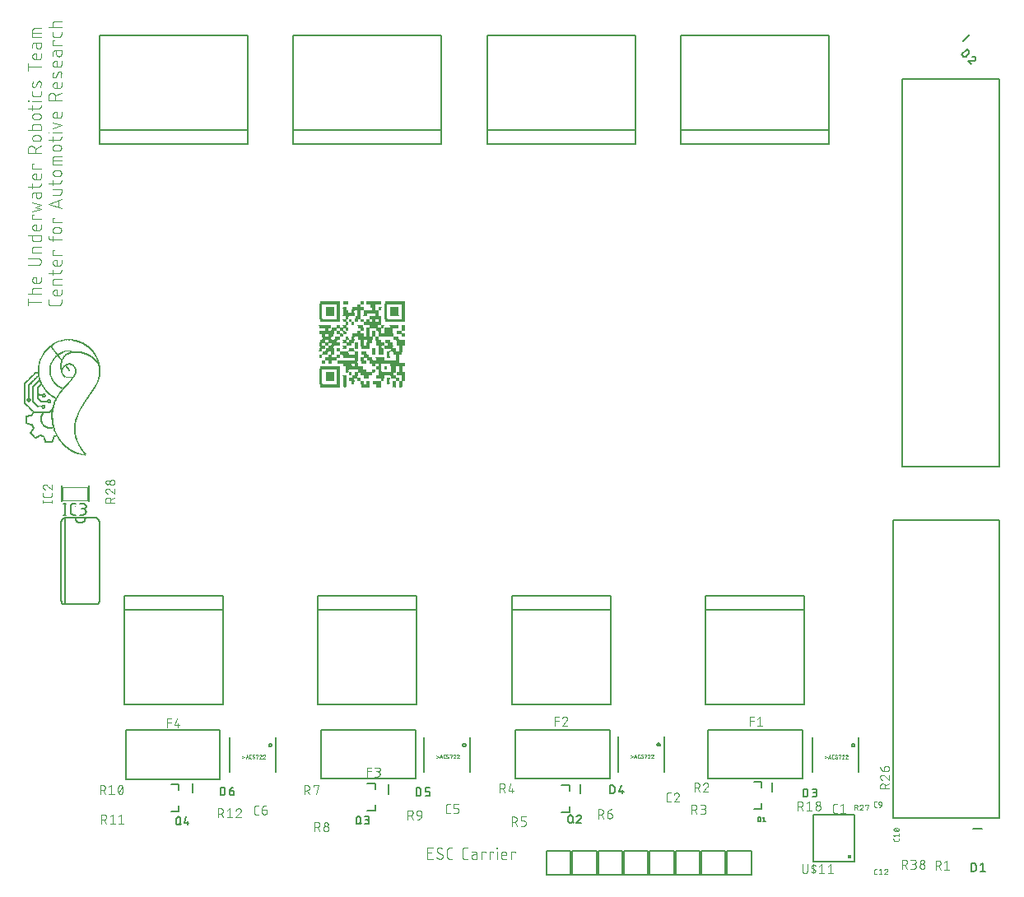
<source format=gbr>
G04 EAGLE Gerber RS-274X export*
G75*
%MOMM*%
%FSLAX34Y34*%
%LPD*%
%INSilkscreen Top*%
%IPPOS*%
%AMOC8*
5,1,8,0,0,1.08239X$1,22.5*%
G01*
%ADD10R,0.020319X0.548638*%
%ADD11R,0.020319X0.914400*%
%ADD12R,0.020319X1.117600*%
%ADD13R,0.020319X1.320800*%
%ADD14R,0.020319X1.503681*%
%ADD15R,0.020319X0.447038*%
%ADD16R,0.020319X0.589275*%
%ADD17R,0.020319X0.345438*%
%ADD18R,0.020319X0.508000*%
%ADD19R,0.020319X0.568963*%
%ADD20R,0.020319X0.284475*%
%ADD21R,0.020319X0.528319*%
%ADD22R,0.020319X0.264156*%
%ADD23R,0.020319X0.284481*%
%ADD24R,0.020319X0.243838*%
%ADD25R,0.020319X0.223519*%
%ADD26R,0.020319X0.203200*%
%ADD27R,0.020319X0.162556*%
%ADD28R,0.020319X0.142238*%
%ADD29R,0.020319X0.182881*%
%ADD30R,0.020319X0.182875*%
%ADD31R,0.020319X0.121919*%
%ADD32R,0.020319X0.101600*%
%ADD33R,0.020319X0.162562*%
%ADD34R,0.020319X0.060956*%
%ADD35R,0.020319X0.081281*%
%ADD36R,0.020319X0.081275*%
%ADD37R,0.020319X0.264163*%
%ADD38R,0.020319X0.365762*%
%ADD39R,0.020319X0.304800*%
%ADD40R,0.020319X0.406400*%
%ADD41R,0.020319X0.365756*%
%ADD42R,0.020319X0.467356*%
%ADD43R,0.020319X0.487681*%
%ADD44R,0.020319X0.650238*%
%ADD45R,0.020319X0.487675*%
%ADD46R,0.020319X1.544319*%
%ADD47R,0.020319X1.463037*%
%ADD48R,0.020319X1.219200*%
%ADD49R,0.020319X0.731519*%
%ADD50R,0.020319X0.040638*%
%ADD51R,0.020319X0.325119*%
%ADD52R,0.020319X1.361438*%
%ADD53R,0.020319X0.975356*%
%ADD54R,0.020319X0.751838*%
%ADD55R,0.020319X0.609600*%
%ADD56R,0.020319X0.060963*%
%ADD57R,0.020319X0.386075*%
%ADD58R,0.020319X0.467363*%
%ADD59R,0.020319X0.426719*%
%ADD60R,0.020319X0.690875*%
%ADD61R,0.020319X0.020319*%
%ADD62R,0.020319X0.772156*%
%ADD63R,0.020319X1.788163*%
%ADD64R,0.020319X1.584956*%
%ADD65R,0.020319X1.341119*%
%ADD66R,0.020319X0.853438*%
%ADD67R,0.020319X1.056638*%
%ADD68R,0.020319X0.934719*%
%ADD69R,0.020319X0.690881*%
%ADD70R,0.020319X0.873756*%
%ADD71R,0.020319X0.792475*%
%ADD72R,0.020319X0.670556*%
%ADD73R,0.020319X1.524000*%
%ADD74R,0.020319X1.137919*%
%ADD75R,0.020319X1.300475*%
%ADD76R,0.020319X1.259838*%
%ADD77R,0.020319X1.198875*%
%ADD78R,0.020319X1.178556*%
%ADD79R,0.020319X1.849119*%
%ADD80R,0.020319X1.808481*%
%ADD81R,0.020319X0.386081*%
%ADD82R,0.020319X1.767838*%
%ADD83R,0.020319X1.727200*%
%ADD84R,0.020319X1.686563*%
%ADD85R,0.020319X1.605281*%
%ADD86R,0.020319X1.564638*%
%ADD87R,0.020319X1.503675*%
%ADD88R,0.020319X1.483356*%
%ADD89R,0.020319X1.483363*%
%ADD90R,0.020319X0.812800*%
%ADD91R,0.020319X0.792481*%
%ADD92R,0.020319X2.174238*%
%ADD93R,0.020319X2.133600*%
%ADD94R,0.020319X2.092956*%
%ADD95R,0.020319X2.052319*%
%ADD96R,0.020319X2.011675*%
%ADD97C,0.050800*%
%ADD98C,0.101600*%
%ADD99R,2.032000X0.012700*%
%ADD100R,0.215900X0.012700*%
%ADD101R,0.812800X0.012700*%
%ADD102R,0.508000X0.012700*%
%ADD103R,0.012700X0.012700*%
%ADD104R,0.177800X0.012700*%
%ADD105R,0.101600X0.012700*%
%ADD106R,0.025400X0.012700*%
%ADD107R,2.082800X0.012700*%
%ADD108R,0.266700X0.012700*%
%ADD109R,0.876300X0.012700*%
%ADD110R,0.558800X0.012700*%
%ADD111R,0.571500X0.012700*%
%ADD112R,0.279400X0.012700*%
%ADD113R,0.292100X0.012700*%
%ADD114R,0.254000X0.012700*%
%ADD115R,0.863600X0.012700*%
%ADD116R,0.850900X0.012700*%
%ADD117R,0.241300X0.012700*%
%ADD118R,0.546100X0.012700*%
%ADD119R,0.584200X0.012700*%
%ADD120R,0.596900X0.012700*%
%ADD121R,1.168400X0.012700*%
%ADD122R,1.473200X0.012700*%
%ADD123R,1.181100X0.012700*%
%ADD124R,1.778000X0.012700*%
%ADD125R,2.070100X0.012700*%
%ADD126R,0.304800X0.012700*%
%ADD127R,1.485900X0.012700*%
%ADD128R,0.889000X0.012700*%
%ADD129R,0.914400X0.012700*%
%ADD130R,0.317500X0.012700*%
%ADD131R,2.997200X0.012700*%
%ADD132R,0.330200X0.012700*%
%ADD133R,0.342900X0.012700*%
%ADD134R,0.635000X0.012700*%
%ADD135R,0.038100X0.012700*%
%ADD136R,0.076200X0.012700*%
%ADD137R,0.927100X0.012700*%
%ADD138R,0.203200X0.012700*%
%ADD139R,0.355600X0.012700*%
%ADD140R,0.520700X0.012700*%
%ADD141R,1.460500X0.012700*%
%ADD142C,0.127000*%
%ADD143C,0.152400*%
%ADD144C,0.203200*%
%ADD145C,0.076200*%
%ADD146C,0.025400*%
%ADD147C,0.427200*%
%ADD148C,0.010000*%
%ADD149C,0.075000*%


D10*
X88918Y605770D03*
D11*
X88715Y605770D03*
D12*
X88512Y605973D03*
D13*
X88309Y606176D03*
D14*
X88106Y606278D03*
D15*
X87902Y600385D03*
D16*
X87902Y611663D03*
D17*
X87699Y599267D03*
D18*
X87699Y612679D03*
D17*
X87496Y598658D03*
D19*
X87496Y613390D03*
D20*
X87293Y597947D03*
D21*
X87293Y613999D03*
D22*
X87090Y597235D03*
D21*
X87090Y614609D03*
D23*
X86886Y596727D03*
D10*
X86886Y615117D03*
D24*
X86683Y596118D03*
D21*
X86683Y615625D03*
D25*
X86480Y595610D03*
X86480Y614304D03*
D22*
X86480Y617352D03*
D24*
X86277Y595102D03*
D26*
X86277Y614609D03*
D23*
X86277Y617860D03*
D25*
X86074Y594594D03*
D27*
X86074Y614812D03*
D24*
X86074Y618470D03*
D26*
X85870Y594086D03*
D28*
X85870Y615117D03*
D24*
X85870Y618876D03*
X85667Y593679D03*
D29*
X85667Y615320D03*
D22*
X85667Y619384D03*
D26*
X85464Y593273D03*
D27*
X85464Y615625D03*
D25*
X85464Y619791D03*
D30*
X85261Y592765D03*
D28*
X85261Y615930D03*
D25*
X85261Y620197D03*
D30*
X85058Y592359D03*
D28*
X85058Y616133D03*
D24*
X85058Y620502D03*
D29*
X84854Y591952D03*
D28*
X84854Y616336D03*
D25*
X84854Y621010D03*
D29*
X84651Y591546D03*
D28*
X84651Y616539D03*
D25*
X84651Y621416D03*
D29*
X84448Y591139D03*
D28*
X84448Y616743D03*
D24*
X84448Y621721D03*
D27*
X84245Y590835D03*
D28*
X84245Y616946D03*
D26*
X84245Y622127D03*
D27*
X84042Y590428D03*
D31*
X84042Y617251D03*
D26*
X84042Y622534D03*
D28*
X83838Y590123D03*
X83838Y617352D03*
D26*
X83838Y622737D03*
D27*
X83635Y589819D03*
D28*
X83635Y617555D03*
D26*
X83635Y623143D03*
D31*
X83432Y589412D03*
X83432Y617860D03*
D29*
X83432Y623448D03*
D28*
X83229Y589107D03*
X83229Y617962D03*
D26*
X83229Y623753D03*
D31*
X83026Y588803D03*
D28*
X83026Y618165D03*
D29*
X83026Y624058D03*
D32*
X82822Y588498D03*
D31*
X82822Y618470D03*
D29*
X82822Y624464D03*
D28*
X82619Y588295D03*
X82619Y618571D03*
D26*
X82619Y624566D03*
D31*
X82416Y587990D03*
D28*
X82416Y618775D03*
D30*
X82416Y624871D03*
D31*
X82213Y587583D03*
X82213Y619079D03*
D30*
X82213Y625277D03*
D31*
X82010Y587380D03*
D28*
X82010Y619181D03*
D29*
X82010Y625480D03*
D31*
X81806Y587177D03*
D28*
X81806Y619384D03*
D29*
X81806Y625683D03*
D31*
X81603Y586771D03*
D32*
X81603Y619587D03*
D27*
X81603Y625988D03*
D28*
X81400Y586466D03*
D31*
X81400Y619689D03*
D30*
X81400Y626293D03*
D28*
X81197Y586263D03*
D31*
X81197Y619892D03*
D33*
X81197Y626598D03*
D31*
X80994Y585958D03*
X80994Y620095D03*
D27*
X80994Y626801D03*
D28*
X80790Y585653D03*
D32*
X80790Y620197D03*
D30*
X80790Y626903D03*
D31*
X80587Y585348D03*
D32*
X80587Y620400D03*
D27*
X80587Y627207D03*
D28*
X80384Y585043D03*
D31*
X80384Y620502D03*
D27*
X80384Y627411D03*
D28*
X80181Y584637D03*
D31*
X80181Y620705D03*
D33*
X80181Y627614D03*
D28*
X79978Y584434D03*
D32*
X79978Y620807D03*
D28*
X79978Y627919D03*
D31*
X79774Y584129D03*
D32*
X79774Y621010D03*
D27*
X79774Y628223D03*
D28*
X79571Y583824D03*
D31*
X79571Y621111D03*
D27*
X79571Y628427D03*
D31*
X79368Y583519D03*
D32*
X79368Y621213D03*
D28*
X79368Y628528D03*
X79165Y583215D03*
D32*
X79165Y621416D03*
D28*
X79165Y628731D03*
D31*
X78962Y582910D03*
D32*
X78962Y621416D03*
D28*
X78962Y628935D03*
D31*
X78758Y582707D03*
D32*
X78758Y621619D03*
D28*
X78758Y629138D03*
D31*
X78555Y582300D03*
X78555Y621721D03*
D28*
X78555Y629341D03*
X78352Y581995D03*
D32*
X78352Y621823D03*
D28*
X78352Y629544D03*
D31*
X78149Y581691D03*
D32*
X78149Y622026D03*
D28*
X78149Y629747D03*
D31*
X77946Y581487D03*
D32*
X77946Y622026D03*
D28*
X77946Y629951D03*
X77742Y581183D03*
D31*
X77742Y622127D03*
D28*
X77742Y630154D03*
D31*
X77539Y580878D03*
X77539Y622331D03*
D28*
X77539Y630357D03*
D31*
X77336Y580471D03*
X77336Y622331D03*
D28*
X77336Y630357D03*
D31*
X77133Y580268D03*
X77133Y622534D03*
D33*
X77133Y630662D03*
D31*
X76930Y579862D03*
D32*
X76930Y622635D03*
D28*
X76930Y630763D03*
D31*
X76726Y579659D03*
X76726Y622737D03*
D28*
X76726Y630967D03*
X76523Y579354D03*
D31*
X76523Y622737D03*
D27*
X76523Y631068D03*
D31*
X76320Y579049D03*
X76320Y622940D03*
D28*
X76320Y631373D03*
D32*
X76117Y578744D03*
D31*
X76117Y622940D03*
X76117Y631475D03*
D28*
X75914Y578541D03*
D31*
X75914Y623143D03*
D28*
X75914Y631576D03*
D31*
X75710Y578236D03*
D32*
X75710Y623245D03*
D28*
X75710Y631779D03*
D31*
X75507Y577830D03*
D32*
X75507Y623245D03*
D31*
X75507Y631881D03*
D28*
X75304Y577728D03*
D31*
X75304Y623347D03*
D28*
X75304Y631983D03*
D31*
X75101Y623550D03*
D28*
X75101Y632186D03*
D31*
X74898Y577017D03*
X74898Y623550D03*
X74898Y632287D03*
D28*
X74694Y576712D03*
D31*
X74694Y623550D03*
X74694Y632491D03*
X74491Y576407D03*
X74491Y623753D03*
D28*
X74491Y632592D03*
D31*
X74288Y576001D03*
D32*
X74288Y623855D03*
D31*
X74288Y632694D03*
D34*
X74085Y520223D03*
D28*
X74085Y575899D03*
D32*
X74085Y623855D03*
D28*
X74085Y632795D03*
D31*
X73882Y520121D03*
D28*
X73882Y575493D03*
D31*
X73882Y623956D03*
X73882Y633100D03*
D30*
X73678Y520223D03*
D31*
X73678Y575188D03*
X73678Y623956D03*
D28*
X73678Y633202D03*
D26*
X73475Y520324D03*
D28*
X73475Y574883D03*
D31*
X73475Y624159D03*
X73475Y633303D03*
D34*
X73272Y519613D03*
D32*
X73272Y521035D03*
D31*
X73272Y574579D03*
X73272Y624159D03*
D28*
X73272Y633405D03*
D34*
X73069Y519613D03*
D35*
X73069Y521340D03*
D31*
X73069Y574172D03*
X73069Y624159D03*
X73069Y633507D03*
D34*
X72866Y519613D03*
D31*
X72866Y521543D03*
D27*
X72866Y573969D03*
D31*
X72866Y624363D03*
X72866Y633710D03*
D36*
X72662Y519715D03*
D32*
X72662Y521848D03*
D28*
X72662Y573664D03*
D31*
X72662Y624363D03*
X72662Y633710D03*
D36*
X72459Y519715D03*
D32*
X72459Y522051D03*
D28*
X72459Y573258D03*
D32*
X72459Y624464D03*
D31*
X72459Y633913D03*
D36*
X72256Y519715D03*
D31*
X72256Y522356D03*
D28*
X72256Y573055D03*
D32*
X72256Y624464D03*
D31*
X72256Y633913D03*
D36*
X72053Y519715D03*
D32*
X72053Y522661D03*
D28*
X72053Y572648D03*
D31*
X72053Y624566D03*
X72053Y634116D03*
D36*
X71850Y519715D03*
D32*
X71850Y522864D03*
D31*
X71850Y572343D03*
X71850Y624566D03*
D32*
X71850Y634218D03*
D36*
X71646Y519715D03*
D31*
X71646Y523169D03*
D27*
X71646Y571937D03*
D31*
X71646Y624769D03*
X71646Y634319D03*
D34*
X71443Y519816D03*
D31*
X71443Y523372D03*
D28*
X71443Y571632D03*
D31*
X71443Y624769D03*
X71443Y634523D03*
D34*
X71240Y519816D03*
D32*
X71240Y523677D03*
D31*
X71240Y571327D03*
X71240Y624769D03*
X71240Y634523D03*
D35*
X71037Y519918D03*
D31*
X71037Y523982D03*
D28*
X71037Y571023D03*
D31*
X71037Y624769D03*
D28*
X71037Y634624D03*
D35*
X70834Y519918D03*
D31*
X70834Y524185D03*
D28*
X70834Y570616D03*
X70834Y624871D03*
D31*
X70834Y634726D03*
D34*
X70630Y520019D03*
D32*
X70630Y524490D03*
D28*
X70630Y570413D03*
D31*
X70630Y624972D03*
D32*
X70630Y634827D03*
D36*
X70427Y520121D03*
D31*
X70427Y524795D03*
D28*
X70427Y570007D03*
D31*
X70427Y624972D03*
X70427Y634929D03*
D36*
X70224Y520121D03*
D32*
X70224Y525099D03*
D33*
X70224Y569702D03*
D32*
X70224Y625074D03*
D31*
X70224Y635132D03*
D36*
X70021Y520121D03*
D31*
X70021Y525404D03*
D27*
X70021Y569295D03*
D32*
X70021Y625074D03*
D31*
X70021Y635132D03*
D36*
X69818Y520121D03*
D28*
X69818Y525709D03*
D30*
X69818Y568991D03*
D31*
X69818Y625175D03*
X69818Y635132D03*
D36*
X69614Y520121D03*
D31*
X69614Y526014D03*
D33*
X69614Y568686D03*
D31*
X69614Y625175D03*
X69614Y635335D03*
D35*
X69411Y520324D03*
D28*
X69411Y526319D03*
X69411Y568178D03*
D31*
X69411Y625175D03*
D32*
X69411Y635437D03*
D35*
X69208Y520324D03*
D27*
X69208Y526623D03*
X69208Y567873D03*
D28*
X69208Y625277D03*
D32*
X69208Y635437D03*
D35*
X69005Y520324D03*
D28*
X69005Y526928D03*
X69005Y567568D03*
D31*
X69005Y625379D03*
D32*
X69005Y635640D03*
D35*
X68802Y520324D03*
D28*
X68802Y527335D03*
D27*
X68802Y567060D03*
D31*
X68802Y625379D03*
X68802Y635742D03*
D35*
X68598Y520324D03*
D27*
X68598Y527639D03*
D29*
X68598Y566755D03*
D31*
X68598Y625379D03*
X68598Y635742D03*
D35*
X68395Y520527D03*
D28*
X68395Y527944D03*
D27*
X68395Y566451D03*
D31*
X68395Y625379D03*
D32*
X68395Y635843D03*
D35*
X68192Y520527D03*
D28*
X68192Y528351D03*
D30*
X68192Y565943D03*
D31*
X68192Y625379D03*
X68192Y635945D03*
D36*
X67989Y520731D03*
D27*
X67989Y528655D03*
D29*
X67989Y565536D03*
D28*
X67989Y625480D03*
D32*
X67989Y636047D03*
D36*
X67786Y520731D03*
D28*
X67786Y528960D03*
D30*
X67786Y565333D03*
D28*
X67786Y625480D03*
D32*
X67786Y636047D03*
D36*
X67582Y520731D03*
D27*
X67582Y529468D03*
D29*
X67582Y564723D03*
D28*
X67582Y625480D03*
D31*
X67582Y636148D03*
D36*
X67379Y520731D03*
D30*
X67379Y529773D03*
D26*
X67379Y564419D03*
D28*
X67379Y625480D03*
D32*
X67379Y636250D03*
D35*
X67176Y520934D03*
D33*
X67176Y530078D03*
D26*
X67176Y564012D03*
D31*
X67176Y625582D03*
X67176Y636351D03*
D35*
X66973Y520934D03*
D29*
X66973Y530586D03*
X66973Y563504D03*
D31*
X66973Y625582D03*
X66973Y636351D03*
D35*
X66770Y520934D03*
D29*
X66770Y530992D03*
D25*
X66770Y563098D03*
D32*
X66770Y625683D03*
X66770Y636453D03*
D35*
X66566Y520934D03*
D29*
X66566Y531195D03*
D26*
X66566Y562590D03*
D32*
X66566Y625683D03*
X66566Y636453D03*
D36*
X66363Y521137D03*
D30*
X66363Y531805D03*
D26*
X66363Y562183D03*
D32*
X66363Y625683D03*
X66363Y636656D03*
X66160Y521239D03*
D25*
X66160Y532211D03*
X66160Y561675D03*
D32*
X66160Y625683D03*
X66160Y636656D03*
D35*
X65957Y521340D03*
D29*
X65957Y532618D03*
D25*
X65957Y561269D03*
D32*
X65957Y625683D03*
X65957Y636656D03*
D35*
X65754Y521340D03*
D26*
X65754Y533126D03*
D25*
X65754Y560659D03*
D32*
X65754Y625683D03*
D35*
X65754Y636758D03*
X65550Y521340D03*
D25*
X65550Y533634D03*
D22*
X65550Y560253D03*
D31*
X65550Y625785D03*
D32*
X65550Y636859D03*
D35*
X65347Y521543D03*
D25*
X65347Y534040D03*
D24*
X65347Y559745D03*
D31*
X65347Y625785D03*
D32*
X65347Y636859D03*
D35*
X65144Y521543D03*
D25*
X65144Y534650D03*
D37*
X65144Y559034D03*
D31*
X65144Y625785D03*
X65144Y636961D03*
D35*
X64941Y521543D03*
D23*
X64941Y535158D03*
X64941Y558526D03*
D31*
X64941Y625785D03*
D32*
X64941Y637063D03*
X64738Y521645D03*
D37*
X64738Y535666D03*
D23*
X64738Y557916D03*
D31*
X64738Y625785D03*
D32*
X64738Y637063D03*
X64534Y521848D03*
D20*
X64534Y536377D03*
D23*
X64534Y557103D03*
D31*
X64534Y625785D03*
D32*
X64534Y637063D03*
D35*
X64331Y521950D03*
D17*
X64331Y537088D03*
D38*
X64331Y556494D03*
D23*
X64331Y606684D03*
D31*
X64331Y625785D03*
D35*
X64331Y637164D03*
X64128Y521950D03*
D39*
X64128Y537698D03*
D17*
X64128Y555783D03*
D40*
X64128Y606481D03*
D31*
X64128Y625785D03*
D32*
X64128Y637266D03*
X63925Y522051D03*
D41*
X63925Y538612D03*
X63925Y554868D03*
D10*
X63925Y606379D03*
D31*
X63925Y625785D03*
D32*
X63925Y637266D03*
D36*
X63722Y522153D03*
D42*
X63722Y539527D03*
D43*
X63722Y554055D03*
D44*
X63722Y606278D03*
D31*
X63722Y625785D03*
D32*
X63722Y637266D03*
D36*
X63518Y522153D03*
D45*
X63518Y540441D03*
D43*
X63518Y553039D03*
D24*
X63518Y604043D03*
D25*
X63518Y608615D03*
D31*
X63518Y625785D03*
D35*
X63518Y637367D03*
D32*
X63315Y522255D03*
D46*
X63315Y546740D03*
D25*
X63315Y603331D03*
D26*
X63315Y609123D03*
D31*
X63315Y625785D03*
D35*
X63315Y637367D03*
D32*
X63112Y522458D03*
D47*
X63112Y546740D03*
D24*
X63112Y602823D03*
D25*
X63112Y609427D03*
D31*
X63112Y625785D03*
D32*
X63112Y637469D03*
X62909Y522458D03*
D48*
X62909Y546740D03*
D26*
X62909Y602417D03*
D29*
X62909Y609834D03*
D31*
X62909Y625785D03*
D32*
X62909Y637469D03*
D35*
X62706Y522559D03*
D11*
X62706Y546639D03*
D30*
X62706Y601909D03*
X62706Y610037D03*
D32*
X62706Y625683D03*
X62706Y637469D03*
X62502Y522661D03*
D49*
X62502Y546740D03*
D27*
X62502Y601604D03*
D29*
X62502Y610443D03*
D32*
X62502Y625683D03*
D31*
X62502Y637571D03*
D36*
X62299Y522763D03*
D33*
X62299Y601198D03*
D27*
X62299Y610545D03*
D32*
X62299Y625683D03*
X62299Y637672D03*
X62096Y522864D03*
D28*
X62096Y600893D03*
X62096Y610850D03*
D32*
X62096Y625683D03*
X62096Y637672D03*
D31*
X61893Y522966D03*
D27*
X61893Y600588D03*
X61893Y611155D03*
D32*
X61893Y625683D03*
X61893Y637672D03*
X61690Y523067D03*
D28*
X61690Y600283D03*
X61690Y611256D03*
D31*
X61690Y625785D03*
D35*
X61690Y637774D03*
D36*
X61486Y523169D03*
D27*
X61486Y599979D03*
D28*
X61486Y611459D03*
D31*
X61486Y625785D03*
D35*
X61486Y637774D03*
D32*
X61283Y523271D03*
D27*
X61283Y599775D03*
D28*
X61283Y611663D03*
X61283Y625887D03*
D35*
X61283Y637774D03*
X61080Y523372D03*
D27*
X61080Y599572D03*
D28*
X61080Y611866D03*
X61080Y625887D03*
D35*
X61080Y637774D03*
D32*
X60877Y523474D03*
D26*
X60877Y599369D03*
D31*
X60877Y611967D03*
D28*
X60877Y625887D03*
D35*
X60877Y637774D03*
D32*
X60674Y523677D03*
D25*
X60674Y599064D03*
D31*
X60674Y612171D03*
D28*
X60674Y625887D03*
D32*
X60674Y637875D03*
X60470Y523677D03*
D26*
X60470Y598963D03*
D31*
X60470Y612374D03*
D28*
X60470Y625887D03*
D32*
X60470Y637875D03*
D36*
X60267Y523779D03*
D24*
X60267Y598759D03*
D28*
X60267Y612475D03*
X60267Y625887D03*
D32*
X60267Y637875D03*
X60064Y523880D03*
D28*
X60064Y598048D03*
D32*
X60064Y599471D03*
D31*
X60064Y612577D03*
D28*
X60064Y625887D03*
D36*
X60064Y637977D03*
D35*
X59861Y523982D03*
D31*
X59861Y597743D03*
D36*
X59861Y599369D03*
D28*
X59861Y612679D03*
D27*
X59861Y625785D03*
D36*
X59861Y637977D03*
D32*
X59658Y524083D03*
D28*
X59658Y597439D03*
D36*
X59658Y599369D03*
D31*
X59658Y612780D03*
D30*
X59658Y625887D03*
D36*
X59658Y637977D03*
D32*
X59454Y524287D03*
D28*
X59454Y597235D03*
D36*
X59454Y599369D03*
D32*
X59454Y612882D03*
D30*
X59454Y625887D03*
D36*
X59454Y637977D03*
D35*
X59251Y524388D03*
D32*
X59251Y597032D03*
D35*
X59251Y599166D03*
D31*
X59251Y612983D03*
D26*
X59251Y625785D03*
D36*
X59251Y637977D03*
D32*
X59048Y524490D03*
D31*
X59048Y596727D03*
D35*
X59048Y599166D03*
D28*
X59048Y613085D03*
D26*
X59048Y625785D03*
D36*
X59048Y637977D03*
D32*
X58845Y524693D03*
D31*
X58845Y596524D03*
D35*
X58845Y599166D03*
D31*
X58845Y613187D03*
D35*
X58845Y625175D03*
D36*
X58845Y626395D03*
X58845Y637977D03*
D32*
X58642Y524693D03*
D31*
X58642Y596321D03*
D36*
X58642Y598963D03*
D31*
X58642Y613187D03*
D35*
X58642Y625175D03*
D36*
X58642Y626395D03*
X58642Y637977D03*
D32*
X58438Y524896D03*
D31*
X58438Y596118D03*
D36*
X58438Y598963D03*
D31*
X58438Y613187D03*
D35*
X58438Y625175D03*
D36*
X58438Y626395D03*
X58438Y637977D03*
D32*
X58235Y525099D03*
D28*
X58235Y595813D03*
D36*
X58235Y598963D03*
D31*
X58235Y613187D03*
D32*
X58235Y625074D03*
D36*
X58235Y626395D03*
X58235Y637977D03*
D32*
X58032Y525099D03*
D31*
X58032Y595508D03*
D36*
X58032Y598963D03*
D32*
X58032Y613288D03*
D35*
X58032Y624972D03*
D36*
X58032Y626395D03*
X58032Y637977D03*
D32*
X57829Y525303D03*
D31*
X57829Y595305D03*
D36*
X57829Y598963D03*
D35*
X57829Y606887D03*
D32*
X57829Y613288D03*
D35*
X57829Y624972D03*
D36*
X57829Y626395D03*
X57829Y637977D03*
D31*
X57626Y525404D03*
X57626Y595102D03*
D36*
X57626Y598963D03*
D31*
X57626Y606887D03*
D32*
X57626Y613288D03*
X57626Y624871D03*
D36*
X57626Y626395D03*
X57626Y637977D03*
D32*
X57422Y525506D03*
D31*
X57422Y594899D03*
D36*
X57422Y598963D03*
D27*
X57422Y606887D03*
D32*
X57422Y613288D03*
D50*
X57422Y624972D03*
D36*
X57422Y626395D03*
X57422Y637977D03*
D32*
X57219Y525709D03*
D31*
X57219Y594695D03*
D36*
X57219Y598963D03*
D30*
X57219Y606989D03*
D32*
X57219Y613288D03*
X57219Y624667D03*
D36*
X57219Y626395D03*
D32*
X57219Y638079D03*
X57016Y525912D03*
D31*
X57016Y594492D03*
D36*
X57016Y598963D03*
D25*
X57016Y607192D03*
D32*
X57016Y613288D03*
D35*
X57016Y624566D03*
D36*
X57016Y626395D03*
D32*
X57016Y638079D03*
X56813Y525912D03*
D31*
X56813Y594289D03*
D36*
X56813Y598963D03*
D24*
X56813Y607294D03*
D32*
X56813Y613288D03*
D35*
X56813Y624566D03*
D36*
X56813Y626395D03*
D32*
X56813Y638079D03*
X56610Y526115D03*
D31*
X56610Y594086D03*
D36*
X56610Y598963D03*
D24*
X56610Y607497D03*
D32*
X56610Y613288D03*
X56610Y624464D03*
D36*
X56610Y626395D03*
X56610Y637977D03*
D32*
X56406Y526319D03*
D28*
X56406Y593781D03*
D36*
X56406Y598963D03*
D24*
X56406Y607903D03*
D32*
X56406Y613288D03*
D36*
X56406Y624363D03*
X56406Y626395D03*
X56406Y637977D03*
D35*
X56203Y526420D03*
D31*
X56203Y593679D03*
D36*
X56203Y598963D03*
D25*
X56203Y608208D03*
D32*
X56203Y613288D03*
X56203Y624261D03*
D36*
X56203Y626395D03*
X56203Y637977D03*
D31*
X56000Y526623D03*
D32*
X56000Y593375D03*
D36*
X56000Y598963D03*
D25*
X56000Y608411D03*
D31*
X56000Y613187D03*
D32*
X56000Y624058D03*
D36*
X56000Y626395D03*
X56000Y637977D03*
D32*
X55797Y526725D03*
D31*
X55797Y593070D03*
D36*
X55797Y598963D03*
D25*
X55797Y608818D03*
D31*
X55797Y613187D03*
D35*
X55797Y623956D03*
D36*
X55797Y626395D03*
X55797Y637977D03*
D32*
X55594Y526928D03*
X55594Y592968D03*
D36*
X55594Y598963D03*
D25*
X55594Y609021D03*
D31*
X55594Y613187D03*
D35*
X55594Y623956D03*
D36*
X55594Y626395D03*
X55594Y637977D03*
D31*
X55390Y527030D03*
D32*
X55390Y592765D03*
D35*
X55390Y599166D03*
D25*
X55390Y609224D03*
D32*
X55390Y613085D03*
X55390Y623855D03*
D36*
X55390Y626395D03*
X55390Y637977D03*
D31*
X55187Y527233D03*
X55187Y592460D03*
D35*
X55187Y599166D03*
D24*
X55187Y609529D03*
D31*
X55187Y612983D03*
D36*
X55187Y623753D03*
X55187Y626395D03*
X55187Y637977D03*
D32*
X54984Y527335D03*
X54984Y592359D03*
D35*
X54984Y599166D03*
D25*
X54984Y609834D03*
D32*
X54984Y612882D03*
X54984Y623651D03*
D36*
X54984Y626395D03*
X54984Y637977D03*
D32*
X54781Y527538D03*
X54781Y592155D03*
D36*
X54781Y599369D03*
D25*
X54781Y610037D03*
D32*
X54781Y612882D03*
X54781Y623448D03*
D36*
X54781Y626395D03*
X54781Y637977D03*
D32*
X54578Y527741D03*
D31*
X54578Y591851D03*
D36*
X54578Y599369D03*
D25*
X54578Y610443D03*
D31*
X54578Y612780D03*
D36*
X54578Y623347D03*
X54578Y626395D03*
X54578Y637977D03*
D31*
X54374Y527843D03*
D32*
X54374Y591749D03*
D36*
X54374Y599369D03*
D26*
X54374Y610545D03*
D32*
X54374Y612679D03*
D35*
X54374Y623143D03*
X54374Y626191D03*
D36*
X54374Y637977D03*
D31*
X54171Y528046D03*
D32*
X54171Y591546D03*
D35*
X54171Y599572D03*
D17*
X54171Y611459D03*
D32*
X54171Y623042D03*
D35*
X54171Y626191D03*
D36*
X54171Y637977D03*
D32*
X53968Y528147D03*
D31*
X53968Y591241D03*
D35*
X53968Y599572D03*
D39*
X53968Y611459D03*
D32*
X53968Y622839D03*
D35*
X53968Y626191D03*
D36*
X53968Y637977D03*
D32*
X53765Y528351D03*
X53765Y591139D03*
D35*
X53765Y599572D03*
D24*
X53765Y611561D03*
D36*
X53765Y622737D03*
D35*
X53765Y626191D03*
D32*
X53765Y637875D03*
X53562Y528554D03*
D31*
X53562Y590835D03*
D35*
X53562Y599775D03*
D25*
X53562Y611663D03*
D32*
X53562Y622635D03*
D35*
X53562Y626191D03*
D36*
X53562Y637977D03*
D32*
X53358Y528757D03*
D31*
X53358Y590631D03*
D36*
X53358Y599979D03*
D30*
X53358Y611663D03*
D32*
X53358Y622432D03*
D35*
X53358Y626191D03*
D36*
X53358Y637977D03*
D32*
X53155Y528960D03*
D31*
X53155Y590428D03*
D36*
X53155Y599979D03*
D28*
X53155Y611866D03*
D32*
X53155Y622229D03*
D35*
X53155Y626191D03*
D34*
X53155Y637875D03*
D31*
X52952Y529062D03*
X52952Y590225D03*
D35*
X52952Y600182D03*
D31*
X52952Y611764D03*
D32*
X52952Y622026D03*
D35*
X52952Y625988D03*
D34*
X52952Y637875D03*
D31*
X52749Y529265D03*
X52749Y590022D03*
D32*
X52749Y600283D03*
D31*
X52749Y611561D03*
X52749Y621721D03*
D35*
X52749Y625988D03*
X52749Y637774D03*
D31*
X52546Y529468D03*
D32*
X52546Y589717D03*
D36*
X52546Y600385D03*
D28*
X52546Y611459D03*
D32*
X52546Y621619D03*
D36*
X52546Y625785D03*
D35*
X52546Y637774D03*
D31*
X52342Y529671D03*
D28*
X52342Y589514D03*
D35*
X52342Y600588D03*
D28*
X52342Y611256D03*
D31*
X52342Y621315D03*
D36*
X52342Y625785D03*
D34*
X52342Y637875D03*
D31*
X52139Y529875D03*
D28*
X52139Y589311D03*
D32*
X52139Y600690D03*
D28*
X52139Y611053D03*
X52139Y621010D03*
D36*
X52139Y625785D03*
D35*
X52139Y637774D03*
D32*
X51936Y529976D03*
D31*
X51936Y589006D03*
D32*
X51936Y600893D03*
D28*
X51936Y610850D03*
D31*
X51936Y620908D03*
D36*
X51936Y625785D03*
D35*
X51936Y637774D03*
D31*
X51733Y530281D03*
X51733Y588803D03*
D32*
X51733Y601096D03*
D28*
X51733Y610647D03*
X51733Y620603D03*
D36*
X51733Y625785D03*
D35*
X51733Y637774D03*
D31*
X51530Y530484D03*
X51530Y588599D03*
D32*
X51530Y601299D03*
D33*
X51530Y610342D03*
D27*
X51530Y620299D03*
D35*
X51530Y625582D03*
X51530Y637774D03*
D32*
X51326Y530586D03*
D31*
X51326Y588396D03*
D32*
X51326Y601503D03*
D28*
X51326Y610240D03*
X51326Y619994D03*
D35*
X51326Y625582D03*
D36*
X51326Y637571D03*
D31*
X51123Y530891D03*
D28*
X51123Y588091D03*
D31*
X51123Y601807D03*
D27*
X51123Y609935D03*
D28*
X51123Y619791D03*
D35*
X51123Y625582D03*
D36*
X51123Y637571D03*
D31*
X50920Y531094D03*
D28*
X50920Y587888D03*
X50920Y602112D03*
D30*
X50920Y609631D03*
D33*
X50920Y619486D03*
D32*
X50920Y625480D03*
D36*
X50920Y637571D03*
D31*
X50717Y531297D03*
D28*
X50717Y587685D03*
D31*
X50717Y602214D03*
D33*
X50717Y609326D03*
D28*
X50717Y619181D03*
D36*
X50717Y625379D03*
D35*
X50717Y637367D03*
D31*
X50514Y531500D03*
D27*
X50514Y587583D03*
D28*
X50514Y602722D03*
D30*
X50514Y609021D03*
X50514Y618775D03*
D32*
X50514Y625277D03*
D35*
X50514Y637367D03*
D31*
X50310Y531703D03*
D26*
X50310Y587380D03*
D27*
X50310Y603027D03*
D26*
X50310Y608716D03*
D29*
X50310Y618368D03*
D35*
X50310Y625175D03*
X50310Y637367D03*
D31*
X50107Y531907D03*
X50107Y586974D03*
D36*
X50107Y588193D03*
D27*
X50107Y603433D03*
D33*
X50107Y608310D03*
D29*
X50107Y617962D03*
D35*
X50107Y625175D03*
X50107Y637367D03*
D28*
X49904Y532211D03*
X49904Y586669D03*
D36*
X49904Y588193D03*
D26*
X49904Y604043D03*
D25*
X49904Y607802D03*
D29*
X49904Y617555D03*
D32*
X49904Y625074D03*
X49904Y637266D03*
D28*
X49701Y532415D03*
X49701Y586466D03*
D35*
X49701Y588396D03*
D21*
X49701Y605871D03*
D23*
X49701Y616844D03*
D35*
X49701Y624972D03*
X49701Y637164D03*
D31*
X49498Y532719D03*
X49498Y586161D03*
D35*
X49498Y588396D03*
D40*
X49498Y605871D03*
D51*
X49498Y616641D03*
D35*
X49498Y624972D03*
X49498Y637164D03*
D31*
X49294Y532923D03*
D28*
X49294Y585856D03*
D32*
X49294Y588498D03*
D17*
X49294Y606176D03*
D18*
X49294Y615727D03*
D32*
X49294Y624871D03*
D35*
X49294Y637164D03*
D28*
X49091Y533227D03*
X49091Y585653D03*
D35*
X49091Y588599D03*
D52*
X49091Y611866D03*
D36*
X49091Y624769D03*
D35*
X49091Y637164D03*
D31*
X48888Y533329D03*
D28*
X48888Y585450D03*
D35*
X48888Y588599D03*
D53*
X48888Y610951D03*
D25*
X48888Y617759D03*
D35*
X48888Y624566D03*
X48888Y637164D03*
D28*
X48685Y533634D03*
X48685Y585043D03*
D36*
X48685Y588803D03*
D54*
X48685Y611053D03*
D25*
X48685Y618165D03*
D35*
X48685Y624566D03*
D36*
X48685Y636961D03*
D28*
X48482Y533837D03*
D33*
X48482Y584942D03*
D32*
X48482Y588904D03*
D55*
X48482Y610951D03*
D25*
X48482Y618368D03*
D36*
X48482Y624363D03*
X48482Y636961D03*
D31*
X48278Y534142D03*
D28*
X48278Y584637D03*
D35*
X48278Y589006D03*
D25*
X48278Y618571D03*
D36*
X48278Y624363D03*
D34*
X48278Y636859D03*
D28*
X48075Y534447D03*
X48075Y584434D03*
D35*
X48075Y589006D03*
D25*
X48075Y618775D03*
D32*
X48075Y624261D03*
D35*
X48075Y636758D03*
D28*
X47872Y534650D03*
X47872Y584027D03*
D36*
X47872Y589209D03*
D25*
X47872Y619181D03*
D35*
X47872Y624159D03*
X47872Y636758D03*
D31*
X47669Y534955D03*
D28*
X47669Y583824D03*
D36*
X47669Y589209D03*
D25*
X47669Y619384D03*
D35*
X47669Y623956D03*
X47669Y636758D03*
D31*
X47466Y535158D03*
D27*
X47466Y583519D03*
D35*
X47466Y589412D03*
D25*
X47466Y619587D03*
D35*
X47466Y623956D03*
D34*
X47466Y636656D03*
D28*
X47262Y535463D03*
X47262Y583215D03*
D35*
X47262Y589615D03*
D25*
X47262Y619994D03*
D36*
X47262Y623753D03*
X47262Y636555D03*
D31*
X47059Y535767D03*
D33*
X47059Y582910D03*
D35*
X47059Y589615D03*
D25*
X47059Y620197D03*
D32*
X47059Y623651D03*
D36*
X47059Y636555D03*
D28*
X46856Y536072D03*
D27*
X46856Y582707D03*
D36*
X46856Y589819D03*
D25*
X46856Y620400D03*
D35*
X46856Y623550D03*
D36*
X46856Y636555D03*
D27*
X46653Y536377D03*
X46653Y582300D03*
D36*
X46653Y589819D03*
D25*
X46653Y620807D03*
D36*
X46653Y623347D03*
D35*
X46653Y636351D03*
D31*
X46450Y536580D03*
D27*
X46450Y582097D03*
D35*
X46450Y590022D03*
D25*
X46450Y621010D03*
D36*
X46450Y623347D03*
D35*
X46450Y636351D03*
D28*
X46246Y536885D03*
D27*
X46246Y581691D03*
D36*
X46246Y590225D03*
D25*
X46246Y621213D03*
D35*
X46246Y623143D03*
D56*
X46246Y636250D03*
D27*
X46043Y537393D03*
D29*
X46043Y581386D03*
D32*
X46043Y590327D03*
D39*
X46043Y622026D03*
D35*
X46043Y636148D03*
D27*
X45840Y537596D03*
X45840Y581081D03*
D35*
X45840Y590428D03*
D37*
X45840Y622026D03*
D35*
X45840Y636148D03*
D27*
X45637Y538003D03*
D29*
X45637Y580776D03*
D32*
X45637Y590530D03*
D24*
X45637Y622127D03*
D34*
X45637Y636047D03*
D29*
X45434Y538307D03*
X45434Y580370D03*
D32*
X45434Y590733D03*
D24*
X45434Y622331D03*
D36*
X45434Y635945D03*
D27*
X45230Y538612D03*
D29*
X45230Y579963D03*
D36*
X45230Y590835D03*
D25*
X45230Y622635D03*
D36*
X45230Y635945D03*
D27*
X45027Y539019D03*
D26*
X45027Y579659D03*
D35*
X45027Y591038D03*
D25*
X45027Y622839D03*
D35*
X45027Y635742D03*
D27*
X44824Y539425D03*
D26*
X44824Y579252D03*
D32*
X44824Y591139D03*
D37*
X44824Y623042D03*
D34*
X44824Y635640D03*
D29*
X44621Y539730D03*
X44621Y578947D03*
D32*
X44621Y591343D03*
D23*
X44621Y622940D03*
D34*
X44621Y635640D03*
D26*
X44418Y540238D03*
X44418Y578643D03*
D32*
X44418Y591546D03*
X44418Y621823D03*
D25*
X44418Y623651D03*
D36*
X44418Y635539D03*
D25*
X44214Y540339D03*
D24*
X44214Y578236D03*
D32*
X44214Y591749D03*
X44214Y621619D03*
D25*
X44214Y623855D03*
D34*
X44214Y635437D03*
D22*
X44011Y540543D03*
D25*
X44011Y577931D03*
D32*
X44011Y591952D03*
X44011Y621416D03*
D25*
X44011Y624261D03*
D35*
X44011Y635335D03*
D51*
X43808Y540847D03*
D25*
X43808Y577525D03*
D32*
X43808Y592155D03*
X43808Y621213D03*
D25*
X43808Y624464D03*
D35*
X43808Y635335D03*
D57*
X43605Y540949D03*
D23*
X43605Y577220D03*
D36*
X43605Y592257D03*
D32*
X43605Y621010D03*
D24*
X43605Y624769D03*
D35*
X43605Y635132D03*
D28*
X43402Y539527D03*
D25*
X43402Y542168D03*
D39*
X43402Y577119D03*
D32*
X43402Y592359D03*
D35*
X43402Y620908D03*
D26*
X43402Y624972D03*
D34*
X43402Y635031D03*
D31*
X43198Y539425D03*
D25*
X43198Y542575D03*
D26*
X43198Y576204D03*
D32*
X43198Y578338D03*
D31*
X43198Y592663D03*
D32*
X43198Y620603D03*
D25*
X43198Y625277D03*
D34*
X43198Y635031D03*
D31*
X42995Y539425D03*
D24*
X42995Y543083D03*
D25*
X42995Y575899D03*
D31*
X42995Y578439D03*
X42995Y592867D03*
X42995Y620502D03*
D25*
X42995Y625480D03*
D36*
X42995Y634929D03*
D28*
X42792Y539323D03*
D25*
X42792Y543591D03*
X42792Y575493D03*
D32*
X42792Y578541D03*
D31*
X42792Y593070D03*
D32*
X42792Y620197D03*
D26*
X42792Y625785D03*
D34*
X42792Y634827D03*
D31*
X42589Y539222D03*
D24*
X42589Y544099D03*
X42589Y574782D03*
D36*
X42589Y578643D03*
D31*
X42589Y593273D03*
D32*
X42589Y619994D03*
D25*
X42589Y626090D03*
D35*
X42589Y634726D03*
D31*
X42386Y539222D03*
D23*
X42386Y544708D03*
X42386Y574375D03*
D32*
X42386Y578744D03*
X42386Y593578D03*
X42386Y619791D03*
D25*
X42386Y626293D03*
D36*
X42386Y634523D03*
D31*
X42182Y539019D03*
D22*
X42182Y545013D03*
D39*
X42182Y573867D03*
D35*
X42182Y578846D03*
D32*
X42182Y593781D03*
X42182Y619587D03*
D26*
X42182Y626598D03*
D34*
X42182Y634421D03*
D31*
X41979Y539019D03*
D23*
X41979Y545724D03*
D51*
X41979Y573156D03*
D32*
X41979Y578947D03*
X41979Y593984D03*
D31*
X41979Y619283D03*
D35*
X41979Y634319D03*
D31*
X41776Y539019D03*
D51*
X41776Y546334D03*
D17*
X41776Y572648D03*
D31*
X41776Y579049D03*
X41776Y594289D03*
X41776Y619079D03*
D25*
X41776Y627106D03*
D35*
X41776Y634116D03*
D31*
X41573Y538815D03*
D39*
X41573Y546842D03*
D17*
X41573Y572039D03*
D32*
X41573Y579151D03*
D31*
X41573Y594492D03*
X41573Y618876D03*
D26*
X41573Y627411D03*
D32*
X41573Y634015D03*
D26*
X41370Y538409D03*
D51*
X41370Y547553D03*
D41*
X41370Y571327D03*
D31*
X41370Y579252D03*
X41370Y594695D03*
X41370Y618470D03*
D25*
X41370Y627715D03*
D32*
X41370Y634015D03*
D20*
X41166Y538003D03*
D40*
X41166Y548366D03*
X41166Y570515D03*
D32*
X41166Y579354D03*
D31*
X41166Y595102D03*
X41166Y618267D03*
D25*
X41166Y627919D03*
D32*
X41166Y633811D03*
D20*
X40963Y537393D03*
D57*
X40963Y549077D03*
X40963Y570007D03*
D31*
X40963Y579455D03*
X40963Y595305D03*
X40963Y618063D03*
D26*
X40963Y628223D03*
D35*
X40963Y633710D03*
D23*
X40760Y536783D03*
D58*
X40760Y549890D03*
D59*
X40760Y569194D03*
D31*
X40760Y579659D03*
D28*
X40760Y595610D03*
D31*
X40760Y617657D03*
D25*
X40760Y628528D03*
D32*
X40760Y633608D03*
D51*
X40557Y536174D03*
D16*
X40557Y550703D03*
D43*
X40557Y568279D03*
D31*
X40557Y579659D03*
D28*
X40557Y596016D03*
X40557Y617352D03*
D25*
X40557Y628731D03*
D32*
X40557Y633405D03*
D39*
X40354Y535463D03*
D60*
X40354Y551211D03*
D42*
X40354Y567568D03*
D32*
X40354Y579963D03*
D28*
X40354Y596219D03*
D31*
X40354Y617047D03*
D25*
X40354Y628935D03*
D32*
X40354Y633405D03*
D39*
X40150Y534650D03*
D36*
X40150Y548163D03*
D61*
X40150Y549687D03*
D62*
X40150Y553852D03*
D21*
X40150Y566451D03*
D32*
X40150Y579963D03*
D28*
X40150Y596626D03*
X40150Y616743D03*
D25*
X40150Y629341D03*
D32*
X40150Y633202D03*
D51*
X39947Y534142D03*
D32*
X39947Y548061D03*
D63*
X39947Y559542D03*
D31*
X39947Y580065D03*
D27*
X39947Y596931D03*
D28*
X39947Y616336D03*
D25*
X39947Y629544D03*
D32*
X39947Y632999D03*
D24*
X39744Y533735D03*
D32*
X39744Y548061D03*
D64*
X39744Y559745D03*
D31*
X39744Y580268D03*
D28*
X39744Y597235D03*
D27*
X39744Y616031D03*
D25*
X39744Y629747D03*
D36*
X39744Y632897D03*
D27*
X39541Y533329D03*
D31*
X39541Y547959D03*
D47*
X39541Y560151D03*
D31*
X39541Y580471D03*
D27*
X39541Y597743D03*
X39541Y615625D03*
D37*
X39541Y630154D03*
D32*
X39541Y632795D03*
D31*
X39338Y533126D03*
D32*
X39338Y547858D03*
D65*
X39338Y560558D03*
D31*
X39338Y580471D03*
D29*
X39338Y598251D03*
D30*
X39338Y615117D03*
D24*
X39338Y630459D03*
D32*
X39338Y632592D03*
X39134Y533024D03*
X39134Y547858D03*
D66*
X39134Y560151D03*
D28*
X39134Y566349D03*
D32*
X39134Y580573D03*
D27*
X39134Y598556D03*
X39134Y614812D03*
D17*
X39134Y631170D03*
D32*
X38931Y533024D03*
X38931Y547858D03*
D31*
X38931Y566247D03*
X38931Y580878D03*
D29*
X38931Y599064D03*
D26*
X38931Y614203D03*
D51*
X38931Y631271D03*
D32*
X38728Y533024D03*
X38728Y547858D03*
D28*
X38728Y565943D03*
X38728Y580979D03*
D26*
X38728Y599572D03*
D25*
X38728Y613695D03*
D22*
X38728Y631373D03*
D32*
X38525Y533024D03*
X38525Y547655D03*
D28*
X38525Y565739D03*
D31*
X38525Y581081D03*
D25*
X38525Y600080D03*
X38525Y613288D03*
D24*
X38525Y631475D03*
D32*
X38322Y533024D03*
X38322Y547655D03*
D28*
X38322Y565536D03*
D31*
X38322Y581284D03*
D24*
X38322Y600791D03*
D22*
X38322Y612475D03*
D26*
X38322Y631475D03*
D32*
X38118Y533024D03*
X38118Y547655D03*
D31*
X38118Y565435D03*
D28*
X38118Y575087D03*
X38118Y581386D03*
D51*
X38118Y601604D03*
X38118Y611764D03*
D27*
X38118Y631475D03*
D32*
X37915Y533024D03*
X37915Y547655D03*
D28*
X37915Y565130D03*
D30*
X37915Y575087D03*
D28*
X37915Y581589D03*
D17*
X37915Y602315D03*
D51*
X37915Y610951D03*
D31*
X37915Y631475D03*
D32*
X37712Y533024D03*
X37712Y547655D03*
D28*
X37712Y564927D03*
D22*
X37712Y575087D03*
D31*
X37712Y581691D03*
D67*
X37712Y606684D03*
D31*
X37712Y631475D03*
D32*
X37509Y533024D03*
X37509Y547655D03*
D28*
X37509Y564723D03*
D39*
X37509Y575087D03*
D28*
X37509Y581995D03*
D68*
X37509Y606684D03*
D32*
X37509Y631373D03*
X37306Y533024D03*
X37306Y547655D03*
D28*
X37306Y564520D03*
X37306Y574274D03*
D31*
X37306Y576001D03*
X37306Y582097D03*
D69*
X37306Y606684D03*
D32*
X37306Y631170D03*
X37102Y533024D03*
X37102Y547655D03*
D28*
X37102Y564317D03*
D31*
X37102Y573969D03*
X37102Y576204D03*
X37102Y582300D03*
D41*
X37102Y606684D03*
D32*
X37102Y630967D03*
X36899Y533024D03*
X36899Y547655D03*
D28*
X36899Y564114D03*
D32*
X36899Y573867D03*
X36899Y576306D03*
D28*
X36899Y582402D03*
D31*
X36899Y630865D03*
D32*
X36696Y533024D03*
X36696Y547655D03*
D28*
X36696Y563911D03*
D32*
X36696Y573664D03*
D31*
X36696Y576407D03*
D28*
X36696Y582605D03*
D32*
X36696Y630560D03*
X36493Y533024D03*
D31*
X36493Y547756D03*
X36493Y563809D03*
D32*
X36493Y573664D03*
X36493Y576509D03*
D28*
X36493Y582808D03*
D32*
X36493Y630560D03*
X36290Y533024D03*
D31*
X36290Y547756D03*
D32*
X36290Y563707D03*
X36290Y573664D03*
X36290Y576509D03*
D28*
X36290Y583011D03*
D31*
X36290Y630255D03*
D32*
X36086Y533024D03*
D31*
X36086Y547756D03*
D32*
X36086Y563707D03*
D31*
X36086Y573766D03*
X36086Y576407D03*
D28*
X36086Y583215D03*
D32*
X36086Y630154D03*
X35883Y533024D03*
D31*
X35883Y547756D03*
D32*
X35883Y563707D03*
D31*
X35883Y573766D03*
D32*
X35883Y576306D03*
D31*
X35883Y583316D03*
D32*
X35883Y629951D03*
X35680Y533024D03*
D28*
X35680Y547858D03*
D32*
X35680Y563707D03*
D31*
X35680Y573969D03*
X35680Y576204D03*
D28*
X35680Y583418D03*
D31*
X35680Y629646D03*
D32*
X35477Y533024D03*
D31*
X35477Y547959D03*
D32*
X35477Y563707D03*
D28*
X35477Y574071D03*
X35477Y576103D03*
D31*
X35477Y583723D03*
D32*
X35477Y629544D03*
X35274Y533024D03*
D31*
X35274Y547959D03*
D32*
X35274Y563707D03*
D39*
X35274Y575087D03*
D28*
X35274Y583824D03*
D32*
X35274Y629341D03*
X35070Y533024D03*
D31*
X35070Y547959D03*
D32*
X35070Y563707D03*
D23*
X35070Y575188D03*
D28*
X35070Y584027D03*
D31*
X35070Y629036D03*
D32*
X34867Y533024D03*
D31*
X34867Y547959D03*
D32*
X34867Y563707D03*
D25*
X34867Y575087D03*
D28*
X34867Y584231D03*
D31*
X34867Y629036D03*
D32*
X34664Y533024D03*
D28*
X34664Y548061D03*
D32*
X34664Y563707D03*
D27*
X34664Y575188D03*
X34664Y584535D03*
D32*
X34664Y628731D03*
X34461Y533024D03*
D31*
X34461Y548163D03*
D32*
X34461Y563707D03*
X34461Y575087D03*
D27*
X34461Y584739D03*
D28*
X34461Y628528D03*
D32*
X34258Y533024D03*
D31*
X34258Y548163D03*
D32*
X34258Y563707D03*
X34258Y575087D03*
D33*
X34258Y584942D03*
D31*
X34258Y628427D03*
D32*
X34054Y533024D03*
D31*
X34054Y548163D03*
D32*
X34054Y563707D03*
X34054Y575087D03*
D27*
X34054Y585145D03*
D32*
X34054Y628122D03*
X33851Y533024D03*
D31*
X33851Y548366D03*
D32*
X33851Y563707D03*
X33851Y575087D03*
D27*
X33851Y585348D03*
D31*
X33851Y627817D03*
D32*
X33648Y533024D03*
D28*
X33648Y548467D03*
D32*
X33648Y563707D03*
X33648Y575087D03*
D28*
X33648Y585653D03*
D31*
X33648Y627614D03*
D32*
X33445Y533024D03*
D28*
X33445Y548467D03*
D32*
X33445Y563707D03*
X33445Y575087D03*
D27*
X33445Y585755D03*
D31*
X33445Y627411D03*
D32*
X33242Y533024D03*
D31*
X33242Y548569D03*
D32*
X33242Y563707D03*
X33242Y575087D03*
D29*
X33242Y586059D03*
D31*
X33242Y627207D03*
X33038Y533126D03*
D28*
X33038Y548671D03*
D32*
X33038Y563707D03*
X33038Y575087D03*
D27*
X33038Y586364D03*
D31*
X33038Y627004D03*
D26*
X32835Y533532D03*
D31*
X32835Y548772D03*
D32*
X32835Y563707D03*
X32835Y575087D03*
D28*
X32835Y580979D03*
D26*
X32835Y586567D03*
D28*
X32835Y626699D03*
D22*
X32632Y533837D03*
D31*
X32632Y548975D03*
D32*
X32632Y563707D03*
X32632Y575087D03*
D26*
X32632Y581081D03*
D29*
X32632Y586872D03*
D28*
X32632Y626496D03*
D51*
X32429Y534142D03*
D28*
X32429Y549077D03*
D32*
X32429Y563707D03*
X32429Y575087D03*
D22*
X32429Y580979D03*
D28*
X32429Y587075D03*
D31*
X32429Y626191D03*
D41*
X32226Y534751D03*
D28*
X32226Y549077D03*
D32*
X32226Y563707D03*
D28*
X32226Y569397D03*
D32*
X32226Y575087D03*
D20*
X32226Y581081D03*
D27*
X32226Y587380D03*
X32226Y625988D03*
D41*
X32022Y535361D03*
D28*
X32022Y549280D03*
D32*
X32022Y563707D03*
D26*
X32022Y569499D03*
D32*
X32022Y575087D03*
D27*
X32022Y580268D03*
D28*
X32022Y581995D03*
D30*
X32022Y587685D03*
D28*
X32022Y625683D03*
D41*
X31819Y535971D03*
D31*
X31819Y549382D03*
D32*
X31819Y563707D03*
D22*
X31819Y569397D03*
D32*
X31819Y575087D03*
X31819Y579963D03*
D31*
X31819Y582097D03*
D29*
X31819Y587888D03*
D28*
X31819Y625480D03*
D17*
X31616Y536682D03*
D28*
X31616Y549687D03*
D32*
X31616Y563707D03*
D20*
X31616Y569499D03*
D32*
X31616Y575087D03*
X31616Y579963D03*
X31616Y582199D03*
D27*
X31616Y588193D03*
X31616Y625175D03*
D41*
X31413Y537393D03*
D28*
X31413Y549687D03*
D31*
X31413Y563606D03*
D28*
X31413Y568584D03*
X31413Y570413D03*
D32*
X31413Y575087D03*
X31413Y579760D03*
X31413Y582402D03*
D29*
X31413Y588498D03*
D28*
X31413Y624871D03*
D39*
X31210Y537698D03*
D28*
X31210Y549890D03*
D31*
X31210Y563606D03*
D32*
X31210Y568381D03*
X31210Y570616D03*
X31210Y575087D03*
X31210Y579760D03*
X31210Y582402D03*
D30*
X31210Y588701D03*
D28*
X31210Y624667D03*
D24*
X31006Y538206D03*
D28*
X31006Y550093D03*
X31006Y563504D03*
D35*
X31006Y568279D03*
X31006Y570718D03*
D32*
X31006Y575087D03*
X31006Y579760D03*
X31006Y582402D03*
D29*
X31006Y589107D03*
D31*
X31006Y624363D03*
D30*
X30803Y538511D03*
D28*
X30803Y550296D03*
D27*
X30803Y563403D03*
D32*
X30803Y568178D03*
X30803Y570819D03*
X30803Y575087D03*
X30803Y579760D03*
X30803Y582402D03*
D26*
X30803Y589412D03*
D28*
X30803Y624058D03*
D31*
X30600Y538815D03*
X30600Y550398D03*
D30*
X30600Y563301D03*
D32*
X30600Y568178D03*
X30600Y570819D03*
X30600Y575087D03*
D35*
X30600Y579862D03*
X30600Y582300D03*
D30*
X30600Y589717D03*
D31*
X30600Y623753D03*
X30397Y539019D03*
D30*
X30397Y550703D03*
D26*
X30397Y563199D03*
D32*
X30397Y568178D03*
X30397Y570819D03*
X30397Y575087D03*
X30397Y579963D03*
D31*
X30397Y582097D03*
D26*
X30397Y590022D03*
D28*
X30397Y623448D03*
D31*
X30194Y539019D03*
D27*
X30194Y551007D03*
D24*
X30194Y562996D03*
D32*
X30194Y568178D03*
X30194Y570819D03*
X30194Y575087D03*
D51*
X30194Y581081D03*
D26*
X30194Y590428D03*
D28*
X30194Y623042D03*
D32*
X29990Y539120D03*
D29*
X29990Y551312D03*
D22*
X29990Y562895D03*
D35*
X29990Y568279D03*
X29990Y570718D03*
D32*
X29990Y575087D03*
D20*
X29990Y581081D03*
D26*
X29990Y590631D03*
D27*
X29990Y622737D03*
D31*
X29787Y539222D03*
D26*
X29787Y551617D03*
D39*
X29787Y562691D03*
D32*
X29787Y568381D03*
D31*
X29787Y570515D03*
D32*
X29787Y575087D03*
D22*
X29787Y580979D03*
D26*
X29787Y591038D03*
D28*
X29787Y622432D03*
X29584Y539323D03*
D25*
X29584Y551922D03*
D29*
X29584Y561675D03*
D31*
X29584Y563606D03*
D51*
X29584Y569499D03*
D32*
X29584Y575087D03*
D26*
X29584Y581081D03*
D25*
X29584Y591343D03*
D29*
X29584Y622026D03*
D31*
X29381Y539425D03*
D25*
X29381Y552328D03*
X29381Y561269D03*
D31*
X29381Y563606D03*
D20*
X29381Y569499D03*
D32*
X29381Y575087D03*
D28*
X29381Y580979D03*
D29*
X29381Y591546D03*
D27*
X29381Y621721D03*
D31*
X29178Y539425D03*
D23*
X29178Y552836D03*
D22*
X29178Y560863D03*
D31*
X29178Y563606D03*
D22*
X29178Y569397D03*
D32*
X29178Y575087D03*
X29178Y581183D03*
D26*
X29178Y592054D03*
D27*
X29178Y621315D03*
D28*
X28974Y539527D03*
D40*
X28974Y553649D03*
D41*
X28974Y560151D03*
D31*
X28974Y563606D03*
D26*
X28974Y569499D03*
D32*
X28974Y575087D03*
X28974Y581183D03*
D24*
X28974Y592460D03*
D30*
X28974Y620807D03*
D31*
X28771Y539628D03*
D11*
X28771Y556799D03*
D31*
X28771Y563606D03*
X28771Y569499D03*
D32*
X28771Y575087D03*
X28771Y581183D03*
D24*
X28771Y592867D03*
D29*
X28771Y620400D03*
D31*
X28568Y539628D03*
D70*
X28568Y556799D03*
D31*
X28568Y563606D03*
D36*
X28568Y569499D03*
D32*
X28568Y575087D03*
X28568Y581183D03*
D22*
X28568Y593171D03*
D26*
X28568Y620095D03*
D28*
X28365Y539933D03*
D71*
X28365Y556799D03*
D31*
X28365Y563606D03*
D36*
X28365Y569499D03*
D32*
X28365Y575087D03*
X28365Y581183D03*
D51*
X28365Y593476D03*
D25*
X28365Y619587D03*
D28*
X28162Y539933D03*
D72*
X28162Y556799D03*
D31*
X28162Y563606D03*
D36*
X28162Y569499D03*
D32*
X28162Y575087D03*
X28162Y581183D03*
D41*
X28162Y593679D03*
D26*
X28162Y619079D03*
D28*
X27958Y540136D03*
D21*
X27958Y556697D03*
D31*
X27958Y563606D03*
D36*
X27958Y569499D03*
D31*
X27958Y575188D03*
D32*
X27958Y581183D03*
D30*
X27958Y592359D03*
D22*
X27958Y594797D03*
D24*
X27958Y618673D03*
D28*
X27755Y540136D03*
D51*
X27755Y556494D03*
D31*
X27755Y563606D03*
D36*
X27755Y569499D03*
D28*
X27755Y575290D03*
D32*
X27755Y581183D03*
D29*
X27755Y592155D03*
D20*
X27755Y595305D03*
D24*
X27755Y618063D03*
D31*
X27552Y540035D03*
X27552Y563606D03*
D36*
X27552Y569499D03*
D28*
X27552Y575290D03*
D32*
X27552Y581183D03*
D27*
X27552Y591851D03*
D24*
X27552Y595711D03*
X27552Y617657D03*
D31*
X27349Y540035D03*
X27349Y563606D03*
D36*
X27349Y569499D03*
D31*
X27349Y575595D03*
D32*
X27349Y581183D03*
D30*
X27349Y591749D03*
D22*
X27349Y596219D03*
X27349Y617149D03*
D31*
X27146Y539831D03*
X27146Y563606D03*
D36*
X27146Y569499D03*
D33*
X27146Y575798D03*
D28*
X27146Y581386D03*
D29*
X27146Y591546D03*
D39*
X27146Y596829D03*
D23*
X27146Y616438D03*
D32*
X26942Y539730D03*
D31*
X26942Y563606D03*
D36*
X26942Y569499D03*
D28*
X26942Y575899D03*
D31*
X26942Y581487D03*
D27*
X26942Y591241D03*
D39*
X26942Y597235D03*
D23*
X26942Y615828D03*
D32*
X26739Y539730D03*
D31*
X26739Y563606D03*
D36*
X26739Y569499D03*
D28*
X26739Y576103D03*
X26739Y581589D03*
D33*
X26739Y591038D03*
D57*
X26739Y597845D03*
D39*
X26739Y615117D03*
D32*
X26536Y539527D03*
D31*
X26536Y563606D03*
D36*
X26536Y569499D03*
D27*
X26536Y576407D03*
D33*
X26536Y581894D03*
D29*
X26536Y590936D03*
D15*
X26536Y598150D03*
D38*
X26536Y614406D03*
D31*
X26333Y539425D03*
X26333Y563606D03*
D36*
X26333Y569499D03*
D28*
X26333Y576509D03*
X26333Y581995D03*
D27*
X26333Y590631D03*
D21*
X26333Y598556D03*
D23*
X26333Y613796D03*
D31*
X26130Y539425D03*
X26130Y563606D03*
D36*
X26130Y569499D03*
D28*
X26130Y576712D03*
X26130Y582199D03*
D27*
X26130Y590428D03*
D30*
X26130Y596423D03*
D59*
X26130Y600283D03*
D40*
X26130Y612577D03*
D31*
X25926Y539222D03*
X25926Y563606D03*
D36*
X25926Y569499D03*
D27*
X25926Y577017D03*
X25926Y582503D03*
D30*
X25926Y590327D03*
D29*
X25926Y596219D03*
D73*
X25926Y606176D03*
D32*
X25723Y539120D03*
D31*
X25723Y563606D03*
D36*
X25723Y569499D03*
D28*
X25723Y577119D03*
X25723Y582605D03*
D33*
X25723Y590022D03*
X25723Y596118D03*
D13*
X25723Y606176D03*
D31*
X25520Y539019D03*
X25520Y563606D03*
D36*
X25520Y569499D03*
D28*
X25520Y577322D03*
X25520Y582808D03*
D29*
X25520Y589920D03*
D30*
X25520Y595813D03*
D48*
X25520Y606075D03*
D31*
X25317Y538815D03*
X25317Y563606D03*
D36*
X25317Y569499D03*
D27*
X25317Y577627D03*
D28*
X25317Y583215D03*
D30*
X25317Y589717D03*
D29*
X25317Y595610D03*
D74*
X25317Y605871D03*
D31*
X25114Y538815D03*
X25114Y563606D03*
D36*
X25114Y569499D03*
D28*
X25114Y577728D03*
X25114Y583215D03*
D27*
X25114Y589412D03*
X25114Y595508D03*
X25114Y600995D03*
D72*
X25114Y606583D03*
D32*
X24910Y538714D03*
D31*
X24910Y563606D03*
D32*
X24910Y569600D03*
D75*
X24910Y583723D03*
D29*
X24910Y595203D03*
X24910Y600690D03*
D27*
X24910Y604449D03*
D32*
X24707Y538511D03*
D31*
X24707Y563606D03*
X24707Y569702D03*
D76*
X24707Y583723D03*
D29*
X24707Y595000D03*
D30*
X24707Y600487D03*
D28*
X24707Y604551D03*
D32*
X24504Y538511D03*
D31*
X24504Y563606D03*
D28*
X24504Y569803D03*
D77*
X24504Y583621D03*
D27*
X24504Y594899D03*
X24504Y600385D03*
D28*
X24504Y604551D03*
D31*
X24301Y538409D03*
X24301Y563606D03*
D28*
X24301Y570007D03*
D78*
X24301Y583723D03*
D29*
X24301Y594594D03*
X24301Y600080D03*
D28*
X24301Y604551D03*
D31*
X24098Y538206D03*
X24098Y563606D03*
D27*
X24098Y570311D03*
D74*
X24098Y583723D03*
D30*
X24098Y594391D03*
X24098Y599877D03*
D28*
X24098Y604551D03*
D32*
X23894Y538104D03*
D31*
X23894Y563606D03*
D28*
X23894Y570413D03*
D27*
X23894Y594289D03*
X23894Y599775D03*
D28*
X23894Y604551D03*
D31*
X23691Y538003D03*
X23691Y563606D03*
D28*
X23691Y570616D03*
D29*
X23691Y593984D03*
D27*
X23691Y599572D03*
D28*
X23691Y604551D03*
D32*
X23488Y537901D03*
D31*
X23488Y563606D03*
D27*
X23488Y570921D03*
D30*
X23488Y593781D03*
D29*
X23488Y599267D03*
D28*
X23488Y604551D03*
D31*
X23285Y537799D03*
X23285Y563606D03*
D28*
X23285Y571023D03*
D27*
X23285Y593679D03*
D33*
X23285Y599166D03*
D28*
X23285Y604551D03*
D32*
X23082Y537698D03*
D31*
X23082Y563606D03*
D28*
X23082Y571226D03*
D30*
X23082Y593375D03*
X23082Y598861D03*
D28*
X23082Y604551D03*
D31*
X22878Y537596D03*
X22878Y563606D03*
D27*
X22878Y571531D03*
D29*
X22878Y593171D03*
X22878Y598658D03*
D28*
X22878Y604551D03*
D32*
X22675Y537495D03*
D31*
X22675Y563606D03*
D28*
X22675Y571632D03*
D33*
X22675Y593070D03*
D27*
X22675Y598556D03*
X22675Y604449D03*
D31*
X22472Y537393D03*
X22472Y563606D03*
D28*
X22472Y571835D03*
D30*
X22472Y592765D03*
D29*
X22472Y598251D03*
D33*
X22472Y604246D03*
D31*
X22269Y537393D03*
X22269Y563606D03*
D28*
X22269Y572039D03*
D29*
X22269Y592562D03*
D33*
X22269Y598150D03*
D27*
X22269Y604043D03*
D28*
X22066Y537495D03*
D31*
X22066Y563606D03*
D28*
X22066Y572242D03*
X22066Y592359D03*
D27*
X22066Y597947D03*
X22066Y603839D03*
D28*
X21862Y537698D03*
D31*
X21862Y563606D03*
D28*
X21862Y572445D03*
D29*
X21862Y592155D03*
D27*
X21862Y597743D03*
X21862Y603636D03*
D28*
X21659Y537901D03*
D31*
X21659Y563606D03*
D28*
X21659Y572648D03*
D29*
X21659Y591952D03*
D27*
X21659Y597540D03*
X21659Y603433D03*
D28*
X21456Y538104D03*
D31*
X21456Y563606D03*
X21456Y572953D03*
D28*
X21456Y591749D03*
D27*
X21456Y597337D03*
D33*
X21456Y603230D03*
D28*
X21253Y538307D03*
D31*
X21253Y563606D03*
D28*
X21253Y573055D03*
D29*
X21253Y591546D03*
D33*
X21253Y597134D03*
D27*
X21253Y603027D03*
D28*
X21050Y538511D03*
X21050Y563707D03*
X21050Y573258D03*
D30*
X21050Y591343D03*
D27*
X21050Y596931D03*
X21050Y602823D03*
D28*
X20846Y538714D03*
D50*
X20846Y547553D03*
D27*
X20846Y563809D03*
D28*
X20846Y573461D03*
D27*
X20846Y591241D03*
X20846Y596727D03*
X20846Y602620D03*
D28*
X20643Y538917D03*
D31*
X20643Y547553D03*
D30*
X20643Y563911D03*
D28*
X20643Y573664D03*
D29*
X20643Y590936D03*
D27*
X20643Y596524D03*
X20643Y602417D03*
D28*
X20440Y539120D03*
D25*
X20440Y547655D03*
D26*
X20440Y564012D03*
D79*
X20440Y582402D03*
D27*
X20440Y596321D03*
D33*
X20440Y602214D03*
D28*
X20237Y539323D03*
D23*
X20237Y547756D03*
D24*
X20237Y564012D03*
D80*
X20237Y582402D03*
D33*
X20237Y596118D03*
D27*
X20237Y602011D03*
D28*
X20034Y539527D03*
D81*
X20034Y547858D03*
D39*
X20034Y563911D03*
D82*
X20034Y582402D03*
D27*
X20034Y595915D03*
X20034Y601807D03*
D28*
X19830Y539730D03*
D18*
X19830Y547858D03*
D81*
X19830Y563707D03*
D83*
X19830Y582402D03*
D27*
X19830Y595711D03*
X19830Y601604D03*
D28*
X19627Y539933D03*
D26*
X19627Y546131D03*
D39*
X19627Y549077D03*
D24*
X19627Y562590D03*
D27*
X19627Y565028D03*
D84*
X19627Y582402D03*
D27*
X19627Y595508D03*
X19627Y601401D03*
D28*
X19424Y540136D03*
D26*
X19424Y545724D03*
D51*
X19424Y549585D03*
D37*
X19424Y562082D03*
D27*
X19424Y565231D03*
X19424Y595305D03*
D33*
X19424Y601198D03*
D28*
X19221Y540339D03*
D26*
X19221Y545318D03*
D23*
X19221Y549788D03*
D24*
X19221Y561574D03*
D27*
X19221Y565435D03*
D33*
X19221Y595102D03*
D27*
X19221Y600995D03*
D28*
X19018Y540543D03*
D30*
X19018Y545013D03*
D24*
X19018Y549991D03*
D26*
X19018Y561371D03*
D33*
X19018Y565638D03*
D27*
X19018Y594899D03*
X19018Y600791D03*
D28*
X18814Y540746D03*
D26*
X18814Y544708D03*
X18814Y550195D03*
D29*
X18814Y561066D03*
D27*
X18814Y565841D03*
X18814Y594695D03*
X18814Y600588D03*
D28*
X18611Y540949D03*
D25*
X18611Y544200D03*
D27*
X18611Y550601D03*
D32*
X18611Y560659D03*
D27*
X18611Y566044D03*
X18611Y594492D03*
X18611Y600385D03*
D28*
X18408Y541152D03*
D26*
X18408Y543895D03*
D32*
X18408Y550906D03*
X18408Y560659D03*
D27*
X18408Y566247D03*
X18408Y594289D03*
D33*
X18408Y600182D03*
D28*
X18205Y541355D03*
D26*
X18205Y543489D03*
D31*
X18205Y551007D03*
D32*
X18205Y560659D03*
D27*
X18205Y566451D03*
D32*
X18205Y593781D03*
D50*
X18205Y594695D03*
D27*
X18205Y599979D03*
D17*
X18002Y542575D03*
D31*
X18002Y551007D03*
D32*
X18002Y560456D03*
D33*
X18002Y566654D03*
D27*
X18002Y593883D03*
X18002Y599775D03*
D22*
X17798Y542371D03*
D32*
X17798Y551109D03*
X17798Y560456D03*
D27*
X17798Y566857D03*
X17798Y593679D03*
X17798Y599572D03*
D25*
X17595Y542371D03*
D32*
X17595Y551109D03*
X17595Y560456D03*
D27*
X17595Y567060D03*
X17595Y593476D03*
X17595Y599369D03*
D33*
X17392Y542270D03*
D31*
X17392Y551211D03*
D32*
X17392Y560456D03*
D27*
X17392Y567263D03*
D32*
X17392Y576306D03*
D27*
X17392Y593273D03*
D33*
X17392Y599166D03*
D32*
X17189Y542168D03*
X17189Y551312D03*
D36*
X17189Y560355D03*
D27*
X17189Y567467D03*
D29*
X17189Y576306D03*
D33*
X17189Y593070D03*
D27*
X17189Y598963D03*
D50*
X16986Y542067D03*
D32*
X16986Y551312D03*
D36*
X16986Y560355D03*
D33*
X16986Y567670D03*
D25*
X16986Y576306D03*
D27*
X16986Y592867D03*
X16986Y598759D03*
D32*
X16782Y551312D03*
D36*
X16782Y560355D03*
D27*
X16782Y567873D03*
D39*
X16782Y576306D03*
D27*
X16782Y592663D03*
X16782Y598556D03*
D31*
X16579Y551414D03*
D32*
X16579Y560253D03*
D27*
X16579Y568076D03*
D39*
X16579Y576306D03*
D27*
X16579Y592460D03*
X16579Y598353D03*
D32*
X16376Y551515D03*
X16376Y560253D03*
D27*
X16376Y568279D03*
D17*
X16376Y576306D03*
D27*
X16376Y592257D03*
D33*
X16376Y598150D03*
D31*
X16173Y551617D03*
X16173Y560151D03*
D27*
X16173Y568483D03*
D31*
X16173Y575188D03*
D85*
X16173Y584840D03*
D27*
X16173Y597947D03*
D32*
X15970Y551719D03*
D31*
X15970Y560151D03*
D33*
X15970Y568686D03*
D32*
X15970Y575087D03*
D86*
X15970Y584840D03*
D27*
X15970Y597743D03*
D32*
X15766Y551719D03*
D31*
X15766Y560151D03*
D27*
X15766Y568889D03*
D31*
X15766Y574985D03*
D46*
X15766Y584739D03*
D27*
X15766Y597540D03*
D32*
X15563Y551719D03*
X15563Y560050D03*
D27*
X15563Y569092D03*
D32*
X15563Y574883D03*
D87*
X15563Y584739D03*
D27*
X15563Y597337D03*
D31*
X15360Y551820D03*
D32*
X15360Y560050D03*
D27*
X15360Y569295D03*
D31*
X15360Y574985D03*
D88*
X15360Y584637D03*
D33*
X15360Y597134D03*
D32*
X15157Y551922D03*
D31*
X15157Y559948D03*
D27*
X15157Y569499D03*
D31*
X15157Y574985D03*
D89*
X15157Y584434D03*
D27*
X15157Y596931D03*
D32*
X14954Y551922D03*
X14954Y559847D03*
D33*
X14954Y569702D03*
D31*
X14954Y575188D03*
X14954Y577423D03*
D27*
X14954Y596727D03*
D32*
X14750Y551922D03*
X14750Y559847D03*
D27*
X14750Y569905D03*
D28*
X14750Y575290D03*
D27*
X14750Y577220D03*
X14750Y596524D03*
D32*
X14547Y552125D03*
X14547Y559847D03*
D27*
X14547Y570108D03*
D17*
X14547Y576306D03*
D27*
X14547Y596321D03*
D32*
X14344Y552125D03*
D31*
X14344Y559745D03*
D27*
X14344Y570311D03*
D39*
X14344Y576306D03*
D33*
X14344Y596118D03*
D31*
X14141Y552227D03*
D32*
X14141Y559643D03*
D27*
X14141Y570515D03*
D24*
X14141Y576204D03*
D27*
X14141Y595915D03*
D31*
X13938Y552227D03*
D32*
X13938Y559643D03*
D33*
X13938Y570718D03*
D25*
X13938Y576306D03*
D27*
X13938Y595711D03*
D32*
X13734Y552328D03*
D31*
X13734Y559542D03*
D27*
X13734Y570921D03*
D32*
X13734Y576306D03*
D27*
X13734Y595508D03*
X13531Y552633D03*
D50*
X13531Y554055D03*
D61*
X13531Y554767D03*
D50*
X13531Y555681D03*
X13531Y556291D03*
D56*
X13531Y557002D03*
D50*
X13531Y557713D03*
D61*
X13531Y558424D03*
D32*
X13531Y559440D03*
D27*
X13531Y571124D03*
X13531Y595305D03*
D90*
X13328Y555884D03*
D27*
X13328Y571327D03*
D33*
X13328Y595102D03*
D91*
X13125Y555986D03*
D27*
X13125Y571531D03*
X13125Y594899D03*
D62*
X12922Y555884D03*
D33*
X12922Y571734D03*
D27*
X12922Y594695D03*
D62*
X12718Y555884D03*
D27*
X12718Y571937D03*
X12718Y594492D03*
D50*
X12515Y552430D03*
D34*
X12515Y553141D03*
D50*
X12515Y553852D03*
D34*
X12515Y554563D03*
D50*
X12515Y555275D03*
D31*
X12515Y556291D03*
D34*
X12515Y557408D03*
D50*
X12515Y558119D03*
X12515Y558729D03*
X12515Y559542D03*
D27*
X12515Y572140D03*
X12515Y594289D03*
X12312Y572343D03*
D33*
X12312Y594086D03*
D27*
X12109Y572547D03*
X12109Y593883D03*
D33*
X11906Y572750D03*
D27*
X11906Y593679D03*
X11702Y572953D03*
X11702Y593476D03*
D92*
X11499Y583215D03*
D93*
X11296Y583215D03*
D94*
X11093Y583215D03*
D95*
X10890Y583215D03*
D96*
X10686Y583215D03*
D97*
X14160Y677236D02*
X27622Y677236D01*
X14160Y673497D02*
X14160Y680976D01*
X14160Y685561D02*
X27622Y685561D01*
X18648Y685561D02*
X18648Y689300D01*
X18647Y689300D02*
X18649Y689393D01*
X18655Y689485D01*
X18664Y689578D01*
X18678Y689669D01*
X18695Y689761D01*
X18716Y689851D01*
X18740Y689940D01*
X18769Y690029D01*
X18801Y690116D01*
X18836Y690201D01*
X18875Y690286D01*
X18917Y690368D01*
X18963Y690449D01*
X19012Y690527D01*
X19065Y690604D01*
X19120Y690678D01*
X19179Y690750D01*
X19240Y690820D01*
X19304Y690887D01*
X19371Y690951D01*
X19441Y691012D01*
X19513Y691071D01*
X19587Y691126D01*
X19664Y691179D01*
X19742Y691228D01*
X19823Y691274D01*
X19905Y691316D01*
X19990Y691355D01*
X20075Y691390D01*
X20162Y691422D01*
X20251Y691451D01*
X20340Y691475D01*
X20431Y691496D01*
X20522Y691513D01*
X20613Y691527D01*
X20706Y691536D01*
X20798Y691542D01*
X20891Y691544D01*
X27622Y691544D01*
X27622Y699120D02*
X27622Y702859D01*
X27623Y699120D02*
X27621Y699027D01*
X27615Y698935D01*
X27606Y698842D01*
X27592Y698751D01*
X27575Y698660D01*
X27554Y698569D01*
X27530Y698480D01*
X27501Y698391D01*
X27469Y698304D01*
X27434Y698219D01*
X27395Y698134D01*
X27353Y698052D01*
X27307Y697971D01*
X27258Y697893D01*
X27205Y697816D01*
X27150Y697742D01*
X27091Y697670D01*
X27030Y697600D01*
X26966Y697533D01*
X26899Y697469D01*
X26829Y697408D01*
X26757Y697349D01*
X26683Y697294D01*
X26606Y697241D01*
X26528Y697192D01*
X26447Y697146D01*
X26365Y697104D01*
X26280Y697065D01*
X26195Y697030D01*
X26108Y696998D01*
X26019Y696969D01*
X25930Y696945D01*
X25840Y696924D01*
X25748Y696907D01*
X25657Y696893D01*
X25564Y696884D01*
X25472Y696878D01*
X25379Y696876D01*
X21639Y696876D01*
X21531Y696878D01*
X21423Y696884D01*
X21316Y696894D01*
X21208Y696907D01*
X21102Y696925D01*
X20996Y696946D01*
X20891Y696971D01*
X20787Y697000D01*
X20684Y697033D01*
X20582Y697069D01*
X20482Y697109D01*
X20383Y697153D01*
X20285Y697200D01*
X20190Y697250D01*
X20096Y697304D01*
X20005Y697362D01*
X19915Y697422D01*
X19828Y697486D01*
X19744Y697553D01*
X19661Y697623D01*
X19581Y697696D01*
X19504Y697772D01*
X19430Y697850D01*
X19359Y697931D01*
X19290Y698015D01*
X19225Y698101D01*
X19163Y698189D01*
X19104Y698279D01*
X19048Y698372D01*
X18996Y698467D01*
X18947Y698563D01*
X18901Y698661D01*
X18860Y698761D01*
X18821Y698862D01*
X18787Y698964D01*
X18756Y699068D01*
X18729Y699172D01*
X18706Y699278D01*
X18686Y699384D01*
X18671Y699491D01*
X18659Y699598D01*
X18651Y699706D01*
X18647Y699814D01*
X18647Y699922D01*
X18651Y700030D01*
X18659Y700138D01*
X18671Y700245D01*
X18686Y700352D01*
X18706Y700458D01*
X18729Y700564D01*
X18756Y700668D01*
X18787Y700772D01*
X18821Y700874D01*
X18860Y700975D01*
X18901Y701075D01*
X18947Y701173D01*
X18996Y701269D01*
X19048Y701364D01*
X19104Y701457D01*
X19163Y701547D01*
X19225Y701635D01*
X19290Y701721D01*
X19359Y701805D01*
X19430Y701886D01*
X19504Y701964D01*
X19581Y702040D01*
X19661Y702113D01*
X19744Y702183D01*
X19828Y702250D01*
X19915Y702314D01*
X20005Y702374D01*
X20096Y702432D01*
X20190Y702486D01*
X20285Y702536D01*
X20383Y702583D01*
X20482Y702627D01*
X20582Y702667D01*
X20684Y702703D01*
X20787Y702736D01*
X20891Y702765D01*
X20996Y702790D01*
X21102Y702811D01*
X21208Y702829D01*
X21316Y702842D01*
X21423Y702852D01*
X21531Y702858D01*
X21639Y702860D01*
X21639Y702859D02*
X23135Y702859D01*
X23135Y696876D01*
X23883Y714988D02*
X14160Y714988D01*
X23883Y714988D02*
X24004Y714990D01*
X24125Y714996D01*
X24246Y715006D01*
X24366Y715019D01*
X24486Y715037D01*
X24605Y715058D01*
X24723Y715084D01*
X24841Y715113D01*
X24958Y715146D01*
X25073Y715182D01*
X25187Y715223D01*
X25300Y715267D01*
X25411Y715315D01*
X25521Y715366D01*
X25629Y715421D01*
X25735Y715479D01*
X25839Y715541D01*
X25941Y715606D01*
X26041Y715674D01*
X26139Y715745D01*
X26234Y715820D01*
X26327Y715898D01*
X26418Y715978D01*
X26505Y716062D01*
X26590Y716148D01*
X26672Y716237D01*
X26752Y716329D01*
X26828Y716423D01*
X26901Y716519D01*
X26971Y716618D01*
X27037Y716719D01*
X27101Y716823D01*
X27161Y716928D01*
X27217Y717035D01*
X27270Y717144D01*
X27320Y717254D01*
X27366Y717366D01*
X27408Y717480D01*
X27446Y717595D01*
X27481Y717711D01*
X27512Y717828D01*
X27539Y717946D01*
X27563Y718064D01*
X27582Y718184D01*
X27598Y718304D01*
X27610Y718425D01*
X27618Y718545D01*
X27622Y718666D01*
X27622Y718788D01*
X27618Y718909D01*
X27610Y719029D01*
X27598Y719150D01*
X27582Y719270D01*
X27563Y719390D01*
X27539Y719508D01*
X27512Y719626D01*
X27481Y719743D01*
X27446Y719859D01*
X27408Y719974D01*
X27366Y720088D01*
X27320Y720200D01*
X27270Y720310D01*
X27217Y720419D01*
X27161Y720526D01*
X27101Y720631D01*
X27037Y720735D01*
X26971Y720836D01*
X26901Y720935D01*
X26828Y721031D01*
X26752Y721125D01*
X26672Y721217D01*
X26590Y721306D01*
X26505Y721392D01*
X26418Y721476D01*
X26327Y721556D01*
X26234Y721634D01*
X26139Y721709D01*
X26041Y721780D01*
X25941Y721848D01*
X25839Y721913D01*
X25735Y721975D01*
X25629Y722033D01*
X25521Y722088D01*
X25411Y722139D01*
X25300Y722187D01*
X25187Y722231D01*
X25073Y722272D01*
X24958Y722308D01*
X24841Y722341D01*
X24723Y722370D01*
X24605Y722396D01*
X24486Y722417D01*
X24366Y722435D01*
X24246Y722448D01*
X24125Y722458D01*
X24004Y722464D01*
X23883Y722466D01*
X23883Y722467D02*
X14160Y722467D01*
X18648Y728309D02*
X27622Y728309D01*
X18648Y728309D02*
X18648Y732048D01*
X18647Y732048D02*
X18649Y732141D01*
X18655Y732233D01*
X18664Y732326D01*
X18678Y732417D01*
X18695Y732509D01*
X18716Y732599D01*
X18740Y732688D01*
X18769Y732777D01*
X18801Y732864D01*
X18836Y732949D01*
X18875Y733034D01*
X18917Y733116D01*
X18963Y733197D01*
X19012Y733275D01*
X19065Y733352D01*
X19120Y733426D01*
X19179Y733498D01*
X19240Y733568D01*
X19304Y733635D01*
X19371Y733699D01*
X19441Y733760D01*
X19513Y733819D01*
X19587Y733874D01*
X19664Y733927D01*
X19742Y733976D01*
X19823Y734022D01*
X19905Y734064D01*
X19990Y734103D01*
X20075Y734138D01*
X20162Y734170D01*
X20251Y734199D01*
X20340Y734223D01*
X20431Y734244D01*
X20522Y734261D01*
X20613Y734275D01*
X20706Y734284D01*
X20798Y734290D01*
X20891Y734292D01*
X27622Y734292D01*
X27622Y745560D02*
X14160Y745560D01*
X27622Y745560D02*
X27622Y741821D01*
X27623Y741821D02*
X27621Y741728D01*
X27615Y741636D01*
X27606Y741543D01*
X27592Y741452D01*
X27575Y741361D01*
X27554Y741270D01*
X27530Y741181D01*
X27501Y741092D01*
X27469Y741005D01*
X27434Y740920D01*
X27395Y740835D01*
X27353Y740753D01*
X27307Y740672D01*
X27258Y740594D01*
X27205Y740517D01*
X27150Y740443D01*
X27091Y740371D01*
X27030Y740301D01*
X26966Y740234D01*
X26899Y740170D01*
X26829Y740109D01*
X26757Y740050D01*
X26683Y739995D01*
X26606Y739942D01*
X26528Y739893D01*
X26447Y739847D01*
X26365Y739805D01*
X26280Y739766D01*
X26195Y739731D01*
X26108Y739699D01*
X26019Y739670D01*
X25930Y739646D01*
X25840Y739625D01*
X25748Y739608D01*
X25657Y739594D01*
X25564Y739585D01*
X25472Y739579D01*
X25379Y739577D01*
X20891Y739577D01*
X20798Y739579D01*
X20706Y739585D01*
X20613Y739594D01*
X20522Y739608D01*
X20430Y739625D01*
X20340Y739646D01*
X20251Y739670D01*
X20162Y739699D01*
X20075Y739731D01*
X19990Y739766D01*
X19905Y739805D01*
X19823Y739847D01*
X19742Y739893D01*
X19664Y739942D01*
X19587Y739995D01*
X19513Y740050D01*
X19441Y740109D01*
X19371Y740170D01*
X19304Y740234D01*
X19240Y740301D01*
X19179Y740371D01*
X19120Y740443D01*
X19065Y740517D01*
X19012Y740594D01*
X18963Y740672D01*
X18917Y740753D01*
X18875Y740835D01*
X18836Y740920D01*
X18801Y741005D01*
X18769Y741092D01*
X18740Y741181D01*
X18716Y741270D01*
X18695Y741360D01*
X18678Y741452D01*
X18664Y741543D01*
X18655Y741636D01*
X18649Y741728D01*
X18647Y741821D01*
X18648Y741821D02*
X18648Y745560D01*
X27622Y753184D02*
X27622Y756923D01*
X27623Y753184D02*
X27621Y753091D01*
X27615Y752999D01*
X27606Y752906D01*
X27592Y752815D01*
X27575Y752724D01*
X27554Y752633D01*
X27530Y752544D01*
X27501Y752455D01*
X27469Y752368D01*
X27434Y752283D01*
X27395Y752198D01*
X27353Y752116D01*
X27307Y752035D01*
X27258Y751957D01*
X27205Y751880D01*
X27150Y751806D01*
X27091Y751734D01*
X27030Y751664D01*
X26966Y751597D01*
X26899Y751533D01*
X26829Y751472D01*
X26757Y751413D01*
X26683Y751358D01*
X26606Y751305D01*
X26528Y751256D01*
X26447Y751210D01*
X26365Y751168D01*
X26280Y751129D01*
X26195Y751094D01*
X26108Y751062D01*
X26019Y751033D01*
X25930Y751009D01*
X25840Y750988D01*
X25748Y750971D01*
X25657Y750957D01*
X25564Y750948D01*
X25472Y750942D01*
X25379Y750940D01*
X21639Y750940D01*
X21531Y750942D01*
X21423Y750948D01*
X21316Y750958D01*
X21208Y750971D01*
X21102Y750989D01*
X20996Y751010D01*
X20891Y751035D01*
X20787Y751064D01*
X20684Y751097D01*
X20582Y751133D01*
X20482Y751173D01*
X20383Y751217D01*
X20285Y751264D01*
X20190Y751314D01*
X20096Y751368D01*
X20005Y751426D01*
X19915Y751486D01*
X19828Y751550D01*
X19744Y751617D01*
X19661Y751687D01*
X19581Y751760D01*
X19504Y751836D01*
X19430Y751914D01*
X19359Y751995D01*
X19290Y752079D01*
X19225Y752165D01*
X19163Y752253D01*
X19104Y752343D01*
X19048Y752436D01*
X18996Y752531D01*
X18947Y752627D01*
X18901Y752725D01*
X18860Y752825D01*
X18821Y752926D01*
X18787Y753028D01*
X18756Y753132D01*
X18729Y753236D01*
X18706Y753342D01*
X18686Y753448D01*
X18671Y753555D01*
X18659Y753662D01*
X18651Y753770D01*
X18647Y753878D01*
X18647Y753986D01*
X18651Y754094D01*
X18659Y754202D01*
X18671Y754309D01*
X18686Y754416D01*
X18706Y754522D01*
X18729Y754628D01*
X18756Y754732D01*
X18787Y754836D01*
X18821Y754938D01*
X18860Y755039D01*
X18901Y755139D01*
X18947Y755237D01*
X18996Y755333D01*
X19048Y755428D01*
X19104Y755521D01*
X19163Y755611D01*
X19225Y755699D01*
X19290Y755785D01*
X19359Y755869D01*
X19430Y755950D01*
X19504Y756028D01*
X19581Y756104D01*
X19661Y756177D01*
X19744Y756247D01*
X19828Y756314D01*
X19915Y756378D01*
X20005Y756438D01*
X20096Y756496D01*
X20190Y756550D01*
X20285Y756600D01*
X20383Y756647D01*
X20482Y756691D01*
X20582Y756731D01*
X20684Y756767D01*
X20787Y756800D01*
X20891Y756829D01*
X20996Y756854D01*
X21102Y756875D01*
X21208Y756893D01*
X21316Y756906D01*
X21423Y756916D01*
X21531Y756922D01*
X21639Y756924D01*
X21639Y756923D02*
X23135Y756923D01*
X23135Y750940D01*
X27622Y762309D02*
X18648Y762309D01*
X18648Y766796D01*
X20143Y766796D01*
X18648Y770399D02*
X27622Y772643D01*
X21639Y774887D01*
X27622Y777130D01*
X18648Y779374D01*
X22387Y786619D02*
X22387Y789985D01*
X22387Y786619D02*
X22389Y786517D01*
X22395Y786416D01*
X22405Y786315D01*
X22418Y786214D01*
X22436Y786114D01*
X22458Y786015D01*
X22483Y785917D01*
X22512Y785820D01*
X22545Y785724D01*
X22581Y785629D01*
X22622Y785536D01*
X22665Y785444D01*
X22713Y785354D01*
X22764Y785266D01*
X22818Y785180D01*
X22875Y785097D01*
X22936Y785015D01*
X22999Y784936D01*
X23066Y784860D01*
X23136Y784786D01*
X23208Y784715D01*
X23284Y784647D01*
X23361Y784581D01*
X23442Y784519D01*
X23524Y784460D01*
X23609Y784404D01*
X23696Y784352D01*
X23785Y784303D01*
X23876Y784257D01*
X23968Y784215D01*
X24062Y784177D01*
X24157Y784142D01*
X24254Y784111D01*
X24352Y784084D01*
X24451Y784060D01*
X24550Y784041D01*
X24651Y784025D01*
X24752Y784013D01*
X24853Y784005D01*
X24954Y784001D01*
X25056Y784001D01*
X25157Y784005D01*
X25258Y784013D01*
X25359Y784025D01*
X25460Y784041D01*
X25559Y784060D01*
X25658Y784084D01*
X25756Y784111D01*
X25853Y784142D01*
X25948Y784177D01*
X26042Y784215D01*
X26134Y784257D01*
X26225Y784303D01*
X26314Y784352D01*
X26401Y784404D01*
X26486Y784460D01*
X26568Y784519D01*
X26649Y784581D01*
X26726Y784647D01*
X26802Y784715D01*
X26874Y784786D01*
X26944Y784860D01*
X27011Y784936D01*
X27074Y785015D01*
X27135Y785097D01*
X27192Y785180D01*
X27246Y785266D01*
X27297Y785354D01*
X27345Y785444D01*
X27388Y785536D01*
X27429Y785629D01*
X27465Y785724D01*
X27498Y785820D01*
X27527Y785917D01*
X27552Y786015D01*
X27574Y786114D01*
X27592Y786214D01*
X27605Y786315D01*
X27615Y786416D01*
X27621Y786517D01*
X27623Y786619D01*
X27622Y786619D02*
X27622Y789985D01*
X20891Y789985D01*
X20798Y789983D01*
X20706Y789977D01*
X20613Y789968D01*
X20522Y789954D01*
X20431Y789937D01*
X20340Y789916D01*
X20251Y789892D01*
X20162Y789863D01*
X20075Y789831D01*
X19990Y789796D01*
X19905Y789757D01*
X19823Y789715D01*
X19742Y789669D01*
X19664Y789620D01*
X19587Y789567D01*
X19513Y789512D01*
X19441Y789453D01*
X19371Y789392D01*
X19304Y789328D01*
X19240Y789261D01*
X19179Y789191D01*
X19120Y789119D01*
X19065Y789045D01*
X19012Y788968D01*
X18963Y788890D01*
X18917Y788809D01*
X18875Y788727D01*
X18836Y788642D01*
X18801Y788557D01*
X18769Y788470D01*
X18740Y788381D01*
X18716Y788292D01*
X18695Y788202D01*
X18678Y788110D01*
X18664Y788019D01*
X18655Y787926D01*
X18649Y787834D01*
X18647Y787741D01*
X18648Y787741D02*
X18648Y784750D01*
X18648Y794362D02*
X18648Y798849D01*
X14160Y795858D02*
X25379Y795858D01*
X25472Y795860D01*
X25564Y795866D01*
X25657Y795875D01*
X25748Y795889D01*
X25840Y795906D01*
X25930Y795927D01*
X26019Y795951D01*
X26108Y795980D01*
X26195Y796012D01*
X26280Y796047D01*
X26365Y796086D01*
X26447Y796128D01*
X26528Y796174D01*
X26606Y796223D01*
X26683Y796276D01*
X26757Y796331D01*
X26829Y796390D01*
X26899Y796451D01*
X26966Y796515D01*
X27030Y796582D01*
X27091Y796652D01*
X27150Y796724D01*
X27205Y796798D01*
X27258Y796875D01*
X27307Y796953D01*
X27353Y797034D01*
X27395Y797116D01*
X27434Y797201D01*
X27469Y797286D01*
X27501Y797373D01*
X27530Y797462D01*
X27554Y797551D01*
X27575Y797642D01*
X27592Y797733D01*
X27606Y797824D01*
X27615Y797917D01*
X27621Y798009D01*
X27623Y798102D01*
X27622Y798102D02*
X27622Y798849D01*
X27622Y805571D02*
X27622Y809311D01*
X27623Y805571D02*
X27621Y805478D01*
X27615Y805386D01*
X27606Y805293D01*
X27592Y805202D01*
X27575Y805111D01*
X27554Y805020D01*
X27530Y804931D01*
X27501Y804842D01*
X27469Y804755D01*
X27434Y804670D01*
X27395Y804585D01*
X27353Y804503D01*
X27307Y804422D01*
X27258Y804344D01*
X27205Y804267D01*
X27150Y804193D01*
X27091Y804121D01*
X27030Y804051D01*
X26966Y803984D01*
X26899Y803920D01*
X26829Y803859D01*
X26757Y803800D01*
X26683Y803745D01*
X26606Y803692D01*
X26528Y803643D01*
X26447Y803597D01*
X26365Y803555D01*
X26280Y803516D01*
X26195Y803481D01*
X26108Y803449D01*
X26019Y803420D01*
X25930Y803396D01*
X25840Y803375D01*
X25748Y803358D01*
X25657Y803344D01*
X25564Y803335D01*
X25472Y803329D01*
X25379Y803327D01*
X21639Y803327D01*
X21531Y803329D01*
X21423Y803335D01*
X21316Y803345D01*
X21208Y803358D01*
X21102Y803376D01*
X20996Y803397D01*
X20891Y803422D01*
X20787Y803451D01*
X20684Y803484D01*
X20582Y803520D01*
X20482Y803560D01*
X20383Y803604D01*
X20285Y803651D01*
X20190Y803701D01*
X20096Y803755D01*
X20005Y803813D01*
X19915Y803873D01*
X19828Y803937D01*
X19744Y804004D01*
X19661Y804074D01*
X19581Y804147D01*
X19504Y804223D01*
X19430Y804301D01*
X19359Y804382D01*
X19290Y804466D01*
X19225Y804552D01*
X19163Y804640D01*
X19104Y804730D01*
X19048Y804823D01*
X18996Y804918D01*
X18947Y805014D01*
X18901Y805112D01*
X18860Y805212D01*
X18821Y805313D01*
X18787Y805415D01*
X18756Y805519D01*
X18729Y805623D01*
X18706Y805729D01*
X18686Y805835D01*
X18671Y805942D01*
X18659Y806049D01*
X18651Y806157D01*
X18647Y806265D01*
X18647Y806373D01*
X18651Y806481D01*
X18659Y806589D01*
X18671Y806696D01*
X18686Y806803D01*
X18706Y806909D01*
X18729Y807015D01*
X18756Y807119D01*
X18787Y807223D01*
X18821Y807325D01*
X18860Y807426D01*
X18901Y807526D01*
X18947Y807624D01*
X18996Y807720D01*
X19048Y807815D01*
X19104Y807908D01*
X19163Y807998D01*
X19225Y808086D01*
X19290Y808172D01*
X19359Y808256D01*
X19430Y808337D01*
X19504Y808415D01*
X19581Y808491D01*
X19661Y808564D01*
X19744Y808634D01*
X19828Y808701D01*
X19915Y808765D01*
X20005Y808825D01*
X20096Y808883D01*
X20190Y808937D01*
X20285Y808987D01*
X20383Y809034D01*
X20482Y809078D01*
X20582Y809118D01*
X20684Y809154D01*
X20787Y809187D01*
X20891Y809216D01*
X20996Y809241D01*
X21102Y809262D01*
X21208Y809280D01*
X21316Y809293D01*
X21423Y809303D01*
X21531Y809309D01*
X21639Y809311D01*
X23135Y809311D01*
X23135Y803327D01*
X27622Y814696D02*
X18648Y814696D01*
X18648Y819184D01*
X20143Y819184D01*
X14160Y830299D02*
X27622Y830299D01*
X14160Y830299D02*
X14160Y834038D01*
X14161Y834038D02*
X14163Y834159D01*
X14169Y834280D01*
X14179Y834401D01*
X14192Y834521D01*
X14210Y834641D01*
X14231Y834760D01*
X14257Y834878D01*
X14286Y834996D01*
X14319Y835113D01*
X14355Y835228D01*
X14396Y835342D01*
X14440Y835455D01*
X14488Y835566D01*
X14539Y835676D01*
X14594Y835784D01*
X14652Y835890D01*
X14714Y835994D01*
X14779Y836096D01*
X14847Y836196D01*
X14918Y836294D01*
X14993Y836389D01*
X15071Y836482D01*
X15151Y836573D01*
X15235Y836660D01*
X15321Y836745D01*
X15410Y836827D01*
X15502Y836907D01*
X15596Y836983D01*
X15692Y837056D01*
X15791Y837126D01*
X15892Y837192D01*
X15996Y837256D01*
X16101Y837316D01*
X16208Y837372D01*
X16317Y837425D01*
X16427Y837475D01*
X16539Y837521D01*
X16653Y837563D01*
X16768Y837601D01*
X16884Y837636D01*
X17001Y837667D01*
X17119Y837694D01*
X17237Y837718D01*
X17357Y837737D01*
X17477Y837753D01*
X17598Y837765D01*
X17718Y837773D01*
X17839Y837777D01*
X17961Y837777D01*
X18082Y837773D01*
X18202Y837765D01*
X18323Y837753D01*
X18443Y837737D01*
X18563Y837718D01*
X18681Y837694D01*
X18799Y837667D01*
X18916Y837636D01*
X19032Y837601D01*
X19147Y837563D01*
X19261Y837521D01*
X19373Y837475D01*
X19483Y837425D01*
X19592Y837372D01*
X19699Y837316D01*
X19804Y837256D01*
X19908Y837192D01*
X20009Y837126D01*
X20108Y837056D01*
X20204Y836983D01*
X20298Y836907D01*
X20390Y836827D01*
X20479Y836745D01*
X20565Y836660D01*
X20649Y836573D01*
X20729Y836482D01*
X20807Y836389D01*
X20882Y836294D01*
X20953Y836196D01*
X21021Y836096D01*
X21086Y835994D01*
X21148Y835890D01*
X21206Y835784D01*
X21261Y835676D01*
X21312Y835566D01*
X21360Y835455D01*
X21404Y835342D01*
X21445Y835228D01*
X21481Y835113D01*
X21514Y834996D01*
X21543Y834878D01*
X21569Y834760D01*
X21590Y834641D01*
X21608Y834521D01*
X21621Y834401D01*
X21631Y834280D01*
X21637Y834159D01*
X21639Y834038D01*
X21639Y830299D01*
X21639Y834786D02*
X27622Y837778D01*
X24631Y842723D02*
X21639Y842723D01*
X21639Y842722D02*
X21531Y842724D01*
X21423Y842730D01*
X21316Y842740D01*
X21208Y842753D01*
X21102Y842771D01*
X20996Y842792D01*
X20891Y842817D01*
X20787Y842846D01*
X20684Y842879D01*
X20582Y842915D01*
X20482Y842955D01*
X20383Y842999D01*
X20285Y843046D01*
X20190Y843096D01*
X20096Y843150D01*
X20005Y843208D01*
X19915Y843268D01*
X19828Y843332D01*
X19744Y843399D01*
X19661Y843469D01*
X19581Y843542D01*
X19504Y843618D01*
X19430Y843696D01*
X19359Y843777D01*
X19290Y843861D01*
X19225Y843947D01*
X19163Y844035D01*
X19104Y844125D01*
X19048Y844218D01*
X18996Y844313D01*
X18947Y844409D01*
X18901Y844507D01*
X18860Y844607D01*
X18821Y844708D01*
X18787Y844810D01*
X18756Y844914D01*
X18729Y845018D01*
X18706Y845124D01*
X18686Y845230D01*
X18671Y845337D01*
X18659Y845444D01*
X18651Y845552D01*
X18647Y845660D01*
X18647Y845768D01*
X18651Y845876D01*
X18659Y845984D01*
X18671Y846091D01*
X18686Y846198D01*
X18706Y846304D01*
X18729Y846410D01*
X18756Y846514D01*
X18787Y846618D01*
X18821Y846720D01*
X18860Y846821D01*
X18901Y846921D01*
X18947Y847019D01*
X18996Y847115D01*
X19048Y847210D01*
X19104Y847303D01*
X19163Y847393D01*
X19225Y847481D01*
X19290Y847567D01*
X19359Y847651D01*
X19430Y847732D01*
X19504Y847810D01*
X19581Y847886D01*
X19661Y847959D01*
X19744Y848029D01*
X19828Y848096D01*
X19915Y848160D01*
X20005Y848220D01*
X20096Y848278D01*
X20190Y848332D01*
X20285Y848382D01*
X20383Y848429D01*
X20482Y848473D01*
X20582Y848513D01*
X20684Y848549D01*
X20787Y848582D01*
X20891Y848611D01*
X20996Y848636D01*
X21102Y848657D01*
X21208Y848675D01*
X21316Y848688D01*
X21423Y848698D01*
X21531Y848704D01*
X21639Y848706D01*
X24631Y848706D01*
X24739Y848704D01*
X24847Y848698D01*
X24954Y848688D01*
X25062Y848675D01*
X25168Y848657D01*
X25274Y848636D01*
X25379Y848611D01*
X25483Y848582D01*
X25586Y848549D01*
X25688Y848513D01*
X25788Y848473D01*
X25887Y848429D01*
X25985Y848382D01*
X26080Y848332D01*
X26174Y848278D01*
X26265Y848220D01*
X26355Y848160D01*
X26442Y848096D01*
X26526Y848029D01*
X26609Y847959D01*
X26689Y847886D01*
X26766Y847810D01*
X26840Y847732D01*
X26911Y847651D01*
X26980Y847567D01*
X27045Y847481D01*
X27107Y847393D01*
X27166Y847303D01*
X27222Y847210D01*
X27274Y847115D01*
X27323Y847019D01*
X27369Y846921D01*
X27410Y846821D01*
X27449Y846720D01*
X27483Y846618D01*
X27514Y846514D01*
X27541Y846410D01*
X27564Y846304D01*
X27584Y846198D01*
X27599Y846091D01*
X27611Y845984D01*
X27619Y845876D01*
X27623Y845768D01*
X27623Y845660D01*
X27619Y845552D01*
X27611Y845444D01*
X27599Y845337D01*
X27584Y845230D01*
X27564Y845124D01*
X27541Y845018D01*
X27514Y844914D01*
X27483Y844810D01*
X27449Y844708D01*
X27410Y844607D01*
X27369Y844507D01*
X27323Y844409D01*
X27274Y844313D01*
X27222Y844218D01*
X27166Y844125D01*
X27107Y844035D01*
X27045Y843947D01*
X26980Y843861D01*
X26911Y843777D01*
X26840Y843696D01*
X26766Y843618D01*
X26689Y843542D01*
X26609Y843469D01*
X26526Y843399D01*
X26442Y843332D01*
X26355Y843268D01*
X26265Y843208D01*
X26174Y843150D01*
X26080Y843096D01*
X25985Y843046D01*
X25887Y842999D01*
X25788Y842955D01*
X25688Y842915D01*
X25586Y842879D01*
X25483Y842846D01*
X25379Y842817D01*
X25274Y842792D01*
X25168Y842771D01*
X25062Y842753D01*
X24954Y842740D01*
X24847Y842730D01*
X24739Y842724D01*
X24631Y842722D01*
X27622Y854086D02*
X14160Y854086D01*
X27622Y854086D02*
X27622Y857825D01*
X27623Y857825D02*
X27621Y857918D01*
X27615Y858010D01*
X27606Y858103D01*
X27592Y858194D01*
X27575Y858286D01*
X27554Y858376D01*
X27530Y858465D01*
X27501Y858554D01*
X27469Y858641D01*
X27434Y858726D01*
X27395Y858811D01*
X27353Y858893D01*
X27307Y858974D01*
X27258Y859052D01*
X27205Y859129D01*
X27150Y859203D01*
X27091Y859275D01*
X27030Y859345D01*
X26966Y859412D01*
X26899Y859476D01*
X26829Y859537D01*
X26757Y859596D01*
X26683Y859651D01*
X26606Y859704D01*
X26528Y859753D01*
X26447Y859799D01*
X26365Y859841D01*
X26280Y859880D01*
X26195Y859915D01*
X26108Y859947D01*
X26019Y859976D01*
X25930Y860000D01*
X25840Y860021D01*
X25748Y860038D01*
X25657Y860052D01*
X25564Y860061D01*
X25472Y860067D01*
X25379Y860069D01*
X20891Y860069D01*
X20798Y860067D01*
X20706Y860061D01*
X20613Y860052D01*
X20522Y860038D01*
X20431Y860021D01*
X20340Y860000D01*
X20251Y859976D01*
X20162Y859947D01*
X20075Y859915D01*
X19990Y859880D01*
X19905Y859841D01*
X19823Y859799D01*
X19742Y859753D01*
X19664Y859704D01*
X19587Y859651D01*
X19513Y859596D01*
X19441Y859537D01*
X19371Y859476D01*
X19304Y859412D01*
X19240Y859345D01*
X19179Y859275D01*
X19120Y859203D01*
X19065Y859129D01*
X19012Y859052D01*
X18963Y858974D01*
X18917Y858893D01*
X18875Y858811D01*
X18836Y858726D01*
X18801Y858641D01*
X18769Y858554D01*
X18740Y858465D01*
X18716Y858376D01*
X18695Y858286D01*
X18678Y858194D01*
X18664Y858103D01*
X18655Y858010D01*
X18649Y857918D01*
X18647Y857825D01*
X18648Y857825D02*
X18648Y854086D01*
X21639Y864935D02*
X24631Y864935D01*
X21639Y864935D02*
X21531Y864937D01*
X21423Y864943D01*
X21316Y864953D01*
X21208Y864966D01*
X21102Y864984D01*
X20996Y865005D01*
X20891Y865030D01*
X20787Y865059D01*
X20684Y865092D01*
X20582Y865128D01*
X20482Y865168D01*
X20383Y865212D01*
X20285Y865259D01*
X20190Y865309D01*
X20096Y865363D01*
X20005Y865421D01*
X19915Y865481D01*
X19828Y865545D01*
X19744Y865612D01*
X19661Y865682D01*
X19581Y865755D01*
X19504Y865831D01*
X19430Y865909D01*
X19359Y865990D01*
X19290Y866074D01*
X19225Y866160D01*
X19163Y866248D01*
X19104Y866338D01*
X19048Y866431D01*
X18996Y866526D01*
X18947Y866622D01*
X18901Y866720D01*
X18860Y866820D01*
X18821Y866921D01*
X18787Y867023D01*
X18756Y867127D01*
X18729Y867231D01*
X18706Y867337D01*
X18686Y867443D01*
X18671Y867550D01*
X18659Y867657D01*
X18651Y867765D01*
X18647Y867873D01*
X18647Y867981D01*
X18651Y868089D01*
X18659Y868197D01*
X18671Y868304D01*
X18686Y868411D01*
X18706Y868517D01*
X18729Y868623D01*
X18756Y868727D01*
X18787Y868831D01*
X18821Y868933D01*
X18860Y869034D01*
X18901Y869134D01*
X18947Y869232D01*
X18996Y869328D01*
X19048Y869423D01*
X19104Y869516D01*
X19163Y869606D01*
X19225Y869694D01*
X19290Y869780D01*
X19359Y869864D01*
X19430Y869945D01*
X19504Y870023D01*
X19581Y870099D01*
X19661Y870172D01*
X19744Y870242D01*
X19828Y870309D01*
X19915Y870373D01*
X20005Y870433D01*
X20096Y870491D01*
X20190Y870545D01*
X20285Y870595D01*
X20383Y870642D01*
X20482Y870686D01*
X20582Y870726D01*
X20684Y870762D01*
X20787Y870795D01*
X20891Y870824D01*
X20996Y870849D01*
X21102Y870870D01*
X21208Y870888D01*
X21316Y870901D01*
X21423Y870911D01*
X21531Y870917D01*
X21639Y870919D01*
X21639Y870918D02*
X24631Y870918D01*
X24631Y870919D02*
X24739Y870917D01*
X24847Y870911D01*
X24954Y870901D01*
X25062Y870888D01*
X25168Y870870D01*
X25274Y870849D01*
X25379Y870824D01*
X25483Y870795D01*
X25586Y870762D01*
X25688Y870726D01*
X25788Y870686D01*
X25887Y870642D01*
X25985Y870595D01*
X26080Y870545D01*
X26174Y870491D01*
X26265Y870433D01*
X26355Y870373D01*
X26442Y870309D01*
X26526Y870242D01*
X26609Y870172D01*
X26689Y870099D01*
X26766Y870023D01*
X26840Y869945D01*
X26911Y869864D01*
X26980Y869780D01*
X27045Y869694D01*
X27107Y869606D01*
X27166Y869516D01*
X27222Y869423D01*
X27274Y869328D01*
X27323Y869232D01*
X27369Y869134D01*
X27410Y869034D01*
X27449Y868933D01*
X27483Y868831D01*
X27514Y868727D01*
X27541Y868623D01*
X27564Y868517D01*
X27584Y868411D01*
X27599Y868304D01*
X27611Y868197D01*
X27619Y868089D01*
X27623Y867981D01*
X27623Y867873D01*
X27619Y867765D01*
X27611Y867657D01*
X27599Y867550D01*
X27584Y867443D01*
X27564Y867337D01*
X27541Y867231D01*
X27514Y867127D01*
X27483Y867023D01*
X27449Y866921D01*
X27410Y866820D01*
X27369Y866720D01*
X27323Y866622D01*
X27274Y866526D01*
X27222Y866431D01*
X27166Y866338D01*
X27107Y866248D01*
X27045Y866160D01*
X26980Y866074D01*
X26911Y865990D01*
X26840Y865909D01*
X26766Y865831D01*
X26689Y865755D01*
X26609Y865682D01*
X26526Y865612D01*
X26442Y865545D01*
X26355Y865481D01*
X26265Y865421D01*
X26174Y865363D01*
X26080Y865309D01*
X25985Y865259D01*
X25887Y865212D01*
X25788Y865168D01*
X25688Y865128D01*
X25586Y865092D01*
X25483Y865059D01*
X25379Y865030D01*
X25274Y865005D01*
X25168Y864984D01*
X25062Y864966D01*
X24954Y864953D01*
X24847Y864943D01*
X24739Y864937D01*
X24631Y864935D01*
X18648Y874829D02*
X18648Y879317D01*
X14160Y876325D02*
X25379Y876325D01*
X25472Y876327D01*
X25564Y876333D01*
X25657Y876342D01*
X25748Y876356D01*
X25840Y876373D01*
X25930Y876394D01*
X26019Y876418D01*
X26108Y876447D01*
X26195Y876479D01*
X26280Y876514D01*
X26365Y876553D01*
X26447Y876595D01*
X26528Y876641D01*
X26606Y876690D01*
X26683Y876743D01*
X26757Y876798D01*
X26829Y876857D01*
X26899Y876918D01*
X26966Y876982D01*
X27030Y877049D01*
X27091Y877119D01*
X27150Y877191D01*
X27205Y877265D01*
X27258Y877342D01*
X27307Y877420D01*
X27353Y877501D01*
X27395Y877583D01*
X27434Y877668D01*
X27469Y877753D01*
X27501Y877840D01*
X27530Y877929D01*
X27554Y878018D01*
X27575Y878109D01*
X27592Y878200D01*
X27606Y878291D01*
X27615Y878384D01*
X27621Y878476D01*
X27623Y878569D01*
X27622Y878569D02*
X27622Y879317D01*
X27622Y883852D02*
X18648Y883852D01*
X14908Y883478D02*
X14160Y883478D01*
X14160Y884226D01*
X14908Y884226D01*
X14908Y883478D01*
X27622Y891078D02*
X27622Y894069D01*
X27623Y891078D02*
X27621Y890985D01*
X27615Y890893D01*
X27606Y890800D01*
X27592Y890709D01*
X27575Y890618D01*
X27554Y890527D01*
X27530Y890438D01*
X27501Y890349D01*
X27469Y890262D01*
X27434Y890177D01*
X27395Y890092D01*
X27353Y890010D01*
X27307Y889929D01*
X27258Y889851D01*
X27205Y889774D01*
X27150Y889700D01*
X27091Y889628D01*
X27030Y889558D01*
X26966Y889491D01*
X26899Y889427D01*
X26829Y889366D01*
X26757Y889307D01*
X26683Y889252D01*
X26606Y889199D01*
X26528Y889150D01*
X26447Y889104D01*
X26365Y889062D01*
X26280Y889023D01*
X26195Y888988D01*
X26108Y888956D01*
X26019Y888927D01*
X25930Y888903D01*
X25840Y888882D01*
X25748Y888865D01*
X25657Y888851D01*
X25564Y888842D01*
X25472Y888836D01*
X25379Y888834D01*
X20891Y888834D01*
X20798Y888836D01*
X20706Y888842D01*
X20613Y888851D01*
X20522Y888865D01*
X20430Y888882D01*
X20340Y888903D01*
X20251Y888927D01*
X20162Y888956D01*
X20075Y888988D01*
X19990Y889023D01*
X19905Y889062D01*
X19823Y889104D01*
X19742Y889150D01*
X19664Y889199D01*
X19587Y889252D01*
X19513Y889307D01*
X19441Y889366D01*
X19371Y889427D01*
X19304Y889491D01*
X19240Y889558D01*
X19179Y889628D01*
X19120Y889700D01*
X19065Y889774D01*
X19012Y889851D01*
X18963Y889929D01*
X18917Y890010D01*
X18875Y890092D01*
X18836Y890177D01*
X18801Y890262D01*
X18769Y890349D01*
X18740Y890438D01*
X18716Y890527D01*
X18695Y890617D01*
X18678Y890709D01*
X18664Y890800D01*
X18655Y890893D01*
X18649Y890985D01*
X18647Y891078D01*
X18648Y891078D02*
X18648Y894069D01*
X22387Y899585D02*
X23883Y903324D01*
X22387Y899585D02*
X22353Y899505D01*
X22316Y899427D01*
X22275Y899350D01*
X22230Y899276D01*
X22183Y899203D01*
X22132Y899133D01*
X22078Y899065D01*
X22021Y899000D01*
X21961Y898937D01*
X21898Y898877D01*
X21833Y898819D01*
X21765Y898765D01*
X21695Y898714D01*
X21623Y898666D01*
X21548Y898621D01*
X21472Y898580D01*
X21394Y898542D01*
X21314Y898508D01*
X21233Y898477D01*
X21151Y898450D01*
X21067Y898426D01*
X20983Y898407D01*
X20897Y898391D01*
X20811Y898379D01*
X20725Y898371D01*
X20638Y898367D01*
X20551Y898366D01*
X20465Y898370D01*
X20378Y898377D01*
X20292Y898389D01*
X20207Y898404D01*
X20122Y898423D01*
X20038Y898445D01*
X19956Y898472D01*
X19874Y898502D01*
X19794Y898535D01*
X19716Y898573D01*
X19639Y898613D01*
X19564Y898658D01*
X19492Y898705D01*
X19421Y898756D01*
X19353Y898809D01*
X19287Y898866D01*
X19224Y898926D01*
X19164Y898988D01*
X19106Y899053D01*
X19052Y899121D01*
X19000Y899190D01*
X18952Y899263D01*
X18907Y899337D01*
X18865Y899413D01*
X18827Y899491D01*
X18793Y899570D01*
X18761Y899651D01*
X18734Y899734D01*
X18710Y899817D01*
X18690Y899902D01*
X18674Y899987D01*
X18662Y900073D01*
X18653Y900159D01*
X18649Y900246D01*
X18648Y900333D01*
X18648Y900332D02*
X18653Y900537D01*
X18664Y900740D01*
X18679Y900944D01*
X18699Y901147D01*
X18724Y901350D01*
X18754Y901552D01*
X18788Y901753D01*
X18828Y901954D01*
X18872Y902153D01*
X18921Y902351D01*
X18975Y902548D01*
X19033Y902744D01*
X19097Y902938D01*
X19165Y903131D01*
X19237Y903321D01*
X19314Y903511D01*
X19396Y903698D01*
X23883Y903324D02*
X23917Y903404D01*
X23954Y903482D01*
X23995Y903559D01*
X24040Y903633D01*
X24087Y903706D01*
X24138Y903776D01*
X24192Y903844D01*
X24249Y903909D01*
X24309Y903972D01*
X24372Y904032D01*
X24437Y904090D01*
X24505Y904144D01*
X24575Y904195D01*
X24647Y904243D01*
X24722Y904288D01*
X24798Y904329D01*
X24876Y904367D01*
X24956Y904401D01*
X25037Y904432D01*
X25119Y904459D01*
X25203Y904483D01*
X25287Y904502D01*
X25373Y904518D01*
X25459Y904530D01*
X25545Y904538D01*
X25632Y904542D01*
X25719Y904543D01*
X25805Y904539D01*
X25892Y904532D01*
X25978Y904520D01*
X26063Y904505D01*
X26148Y904486D01*
X26232Y904464D01*
X26314Y904437D01*
X26396Y904407D01*
X26476Y904374D01*
X26554Y904336D01*
X26631Y904296D01*
X26706Y904251D01*
X26778Y904204D01*
X26849Y904153D01*
X26917Y904100D01*
X26983Y904043D01*
X27046Y903983D01*
X27106Y903921D01*
X27164Y903856D01*
X27218Y903788D01*
X27270Y903719D01*
X27318Y903646D01*
X27363Y903572D01*
X27405Y903496D01*
X27443Y903418D01*
X27477Y903339D01*
X27509Y903258D01*
X27536Y903175D01*
X27560Y903092D01*
X27580Y903007D01*
X27596Y902922D01*
X27608Y902836D01*
X27617Y902750D01*
X27621Y902663D01*
X27622Y902576D01*
X27622Y902577D02*
X27614Y902277D01*
X27599Y901977D01*
X27577Y901678D01*
X27548Y901379D01*
X27512Y901082D01*
X27469Y900785D01*
X27418Y900489D01*
X27361Y900195D01*
X27297Y899902D01*
X27226Y899610D01*
X27148Y899320D01*
X27064Y899033D01*
X26972Y898747D01*
X26874Y898463D01*
X27622Y919057D02*
X14160Y919057D01*
X14160Y922796D02*
X14160Y915317D01*
X27622Y929205D02*
X27622Y932945D01*
X27623Y929205D02*
X27621Y929112D01*
X27615Y929020D01*
X27606Y928927D01*
X27592Y928836D01*
X27575Y928745D01*
X27554Y928654D01*
X27530Y928565D01*
X27501Y928476D01*
X27469Y928389D01*
X27434Y928304D01*
X27395Y928219D01*
X27353Y928137D01*
X27307Y928056D01*
X27258Y927978D01*
X27205Y927901D01*
X27150Y927827D01*
X27091Y927755D01*
X27030Y927685D01*
X26966Y927618D01*
X26899Y927554D01*
X26829Y927493D01*
X26757Y927434D01*
X26683Y927379D01*
X26606Y927326D01*
X26528Y927277D01*
X26447Y927231D01*
X26365Y927189D01*
X26280Y927150D01*
X26195Y927115D01*
X26108Y927083D01*
X26019Y927054D01*
X25930Y927030D01*
X25840Y927009D01*
X25748Y926992D01*
X25657Y926978D01*
X25564Y926969D01*
X25472Y926963D01*
X25379Y926961D01*
X25379Y926962D02*
X21639Y926962D01*
X21639Y926961D02*
X21531Y926963D01*
X21423Y926969D01*
X21316Y926979D01*
X21208Y926992D01*
X21102Y927010D01*
X20996Y927031D01*
X20891Y927056D01*
X20787Y927085D01*
X20684Y927118D01*
X20582Y927154D01*
X20482Y927194D01*
X20383Y927238D01*
X20285Y927285D01*
X20190Y927335D01*
X20096Y927389D01*
X20005Y927447D01*
X19915Y927507D01*
X19828Y927571D01*
X19744Y927638D01*
X19661Y927708D01*
X19581Y927781D01*
X19504Y927857D01*
X19430Y927935D01*
X19359Y928016D01*
X19290Y928100D01*
X19225Y928186D01*
X19163Y928274D01*
X19104Y928364D01*
X19048Y928457D01*
X18996Y928552D01*
X18947Y928648D01*
X18901Y928746D01*
X18860Y928846D01*
X18821Y928947D01*
X18787Y929049D01*
X18756Y929153D01*
X18729Y929257D01*
X18706Y929363D01*
X18686Y929469D01*
X18671Y929576D01*
X18659Y929683D01*
X18651Y929791D01*
X18647Y929899D01*
X18647Y930007D01*
X18651Y930115D01*
X18659Y930223D01*
X18671Y930330D01*
X18686Y930437D01*
X18706Y930543D01*
X18729Y930649D01*
X18756Y930753D01*
X18787Y930857D01*
X18821Y930959D01*
X18860Y931060D01*
X18901Y931160D01*
X18947Y931258D01*
X18996Y931354D01*
X19048Y931449D01*
X19104Y931542D01*
X19163Y931632D01*
X19225Y931720D01*
X19290Y931806D01*
X19359Y931890D01*
X19430Y931971D01*
X19504Y932049D01*
X19581Y932125D01*
X19661Y932198D01*
X19744Y932268D01*
X19828Y932335D01*
X19915Y932399D01*
X20005Y932459D01*
X20096Y932517D01*
X20190Y932571D01*
X20285Y932621D01*
X20383Y932668D01*
X20482Y932712D01*
X20582Y932752D01*
X20684Y932788D01*
X20787Y932821D01*
X20891Y932850D01*
X20996Y932875D01*
X21102Y932896D01*
X21208Y932914D01*
X21316Y932927D01*
X21423Y932937D01*
X21531Y932943D01*
X21639Y932945D01*
X23135Y932945D01*
X23135Y926962D01*
X22387Y940429D02*
X22387Y943794D01*
X22387Y940429D02*
X22389Y940327D01*
X22395Y940226D01*
X22405Y940125D01*
X22418Y940024D01*
X22436Y939924D01*
X22458Y939825D01*
X22483Y939727D01*
X22512Y939630D01*
X22545Y939534D01*
X22581Y939439D01*
X22622Y939346D01*
X22665Y939254D01*
X22713Y939164D01*
X22764Y939076D01*
X22818Y938990D01*
X22875Y938907D01*
X22936Y938825D01*
X22999Y938746D01*
X23066Y938670D01*
X23136Y938596D01*
X23208Y938525D01*
X23284Y938457D01*
X23361Y938391D01*
X23442Y938329D01*
X23524Y938270D01*
X23609Y938214D01*
X23696Y938162D01*
X23785Y938113D01*
X23876Y938067D01*
X23968Y938025D01*
X24062Y937987D01*
X24157Y937952D01*
X24254Y937921D01*
X24352Y937894D01*
X24451Y937870D01*
X24550Y937851D01*
X24651Y937835D01*
X24752Y937823D01*
X24853Y937815D01*
X24954Y937811D01*
X25056Y937811D01*
X25157Y937815D01*
X25258Y937823D01*
X25359Y937835D01*
X25460Y937851D01*
X25559Y937870D01*
X25658Y937894D01*
X25756Y937921D01*
X25853Y937952D01*
X25948Y937987D01*
X26042Y938025D01*
X26134Y938067D01*
X26225Y938113D01*
X26314Y938162D01*
X26401Y938214D01*
X26486Y938270D01*
X26568Y938329D01*
X26649Y938391D01*
X26726Y938457D01*
X26802Y938525D01*
X26874Y938596D01*
X26944Y938670D01*
X27011Y938746D01*
X27074Y938825D01*
X27135Y938907D01*
X27192Y938990D01*
X27246Y939076D01*
X27297Y939164D01*
X27345Y939254D01*
X27388Y939346D01*
X27429Y939439D01*
X27465Y939534D01*
X27498Y939630D01*
X27527Y939727D01*
X27552Y939825D01*
X27574Y939924D01*
X27592Y940024D01*
X27605Y940125D01*
X27615Y940226D01*
X27621Y940327D01*
X27623Y940429D01*
X27622Y940429D02*
X27622Y943794D01*
X20891Y943794D01*
X20891Y943795D02*
X20798Y943793D01*
X20706Y943787D01*
X20613Y943778D01*
X20522Y943764D01*
X20431Y943747D01*
X20340Y943726D01*
X20251Y943702D01*
X20162Y943673D01*
X20075Y943641D01*
X19990Y943606D01*
X19905Y943567D01*
X19823Y943525D01*
X19742Y943479D01*
X19664Y943430D01*
X19587Y943377D01*
X19513Y943322D01*
X19441Y943263D01*
X19371Y943202D01*
X19304Y943138D01*
X19240Y943071D01*
X19179Y943001D01*
X19120Y942929D01*
X19065Y942855D01*
X19012Y942778D01*
X18963Y942700D01*
X18917Y942619D01*
X18875Y942537D01*
X18836Y942452D01*
X18801Y942367D01*
X18769Y942280D01*
X18740Y942191D01*
X18716Y942102D01*
X18695Y942012D01*
X18678Y941920D01*
X18664Y941829D01*
X18655Y941736D01*
X18649Y941644D01*
X18647Y941551D01*
X18648Y941551D02*
X18648Y938559D01*
X18648Y949774D02*
X27622Y949774D01*
X18648Y949774D02*
X18648Y956505D01*
X18647Y956505D02*
X18649Y956598D01*
X18655Y956690D01*
X18664Y956783D01*
X18678Y956874D01*
X18695Y956966D01*
X18716Y957056D01*
X18740Y957145D01*
X18769Y957234D01*
X18801Y957321D01*
X18836Y957406D01*
X18875Y957491D01*
X18917Y957573D01*
X18963Y957654D01*
X19012Y957732D01*
X19065Y957809D01*
X19120Y957883D01*
X19179Y957955D01*
X19240Y958025D01*
X19304Y958092D01*
X19371Y958156D01*
X19441Y958217D01*
X19513Y958276D01*
X19587Y958331D01*
X19664Y958384D01*
X19742Y958433D01*
X19823Y958479D01*
X19905Y958521D01*
X19990Y958560D01*
X20075Y958595D01*
X20162Y958627D01*
X20251Y958656D01*
X20340Y958680D01*
X20431Y958701D01*
X20522Y958718D01*
X20613Y958732D01*
X20706Y958741D01*
X20798Y958747D01*
X20891Y958749D01*
X20891Y958748D02*
X27622Y958748D01*
X27622Y954261D02*
X18648Y954261D01*
X48577Y679480D02*
X48577Y676488D01*
X48578Y676488D02*
X48576Y676379D01*
X48570Y676270D01*
X48560Y676161D01*
X48546Y676052D01*
X48528Y675945D01*
X48506Y675837D01*
X48481Y675731D01*
X48451Y675626D01*
X48418Y675522D01*
X48381Y675419D01*
X48340Y675318D01*
X48295Y675218D01*
X48247Y675120D01*
X48195Y675024D01*
X48140Y674929D01*
X48081Y674837D01*
X48019Y674747D01*
X47954Y674659D01*
X47886Y674574D01*
X47814Y674491D01*
X47740Y674411D01*
X47663Y674334D01*
X47583Y674260D01*
X47500Y674188D01*
X47415Y674120D01*
X47327Y674055D01*
X47237Y673993D01*
X47145Y673934D01*
X47050Y673879D01*
X46954Y673827D01*
X46856Y673779D01*
X46756Y673734D01*
X46655Y673693D01*
X46552Y673656D01*
X46448Y673623D01*
X46343Y673593D01*
X46237Y673568D01*
X46129Y673546D01*
X46022Y673528D01*
X45913Y673514D01*
X45804Y673504D01*
X45695Y673498D01*
X45586Y673496D01*
X45586Y673497D02*
X38107Y673497D01*
X37998Y673499D01*
X37889Y673505D01*
X37780Y673515D01*
X37671Y673529D01*
X37564Y673547D01*
X37456Y673569D01*
X37350Y673594D01*
X37245Y673624D01*
X37141Y673657D01*
X37038Y673694D01*
X36937Y673735D01*
X36837Y673780D01*
X36739Y673828D01*
X36643Y673880D01*
X36548Y673935D01*
X36456Y673994D01*
X36366Y674056D01*
X36278Y674121D01*
X36193Y674189D01*
X36110Y674261D01*
X36030Y674335D01*
X35953Y674412D01*
X35879Y674492D01*
X35807Y674575D01*
X35739Y674660D01*
X35674Y674748D01*
X35612Y674838D01*
X35553Y674930D01*
X35498Y675025D01*
X35446Y675121D01*
X35398Y675219D01*
X35353Y675319D01*
X35312Y675420D01*
X35275Y675523D01*
X35242Y675627D01*
X35212Y675732D01*
X35187Y675838D01*
X35165Y675946D01*
X35147Y676053D01*
X35133Y676162D01*
X35123Y676271D01*
X35117Y676380D01*
X35115Y676489D01*
X35115Y676488D02*
X35115Y679480D01*
X48577Y686154D02*
X48577Y689894D01*
X48578Y686154D02*
X48576Y686061D01*
X48570Y685969D01*
X48561Y685876D01*
X48547Y685785D01*
X48530Y685694D01*
X48509Y685603D01*
X48485Y685514D01*
X48456Y685425D01*
X48424Y685338D01*
X48389Y685253D01*
X48350Y685168D01*
X48308Y685086D01*
X48262Y685005D01*
X48213Y684927D01*
X48160Y684850D01*
X48105Y684776D01*
X48046Y684704D01*
X47985Y684634D01*
X47921Y684567D01*
X47854Y684503D01*
X47784Y684442D01*
X47712Y684383D01*
X47638Y684328D01*
X47561Y684275D01*
X47483Y684226D01*
X47402Y684180D01*
X47320Y684138D01*
X47235Y684099D01*
X47150Y684064D01*
X47063Y684032D01*
X46974Y684003D01*
X46885Y683979D01*
X46795Y683958D01*
X46703Y683941D01*
X46612Y683927D01*
X46519Y683918D01*
X46427Y683912D01*
X46334Y683910D01*
X46334Y683911D02*
X42594Y683911D01*
X42594Y683910D02*
X42486Y683912D01*
X42378Y683918D01*
X42271Y683928D01*
X42163Y683941D01*
X42057Y683959D01*
X41951Y683980D01*
X41846Y684005D01*
X41742Y684034D01*
X41639Y684067D01*
X41537Y684103D01*
X41437Y684143D01*
X41338Y684187D01*
X41240Y684234D01*
X41145Y684284D01*
X41051Y684338D01*
X40960Y684396D01*
X40870Y684456D01*
X40783Y684520D01*
X40699Y684587D01*
X40616Y684657D01*
X40536Y684730D01*
X40459Y684806D01*
X40385Y684884D01*
X40314Y684965D01*
X40245Y685049D01*
X40180Y685135D01*
X40118Y685223D01*
X40059Y685313D01*
X40003Y685406D01*
X39951Y685501D01*
X39902Y685597D01*
X39856Y685695D01*
X39815Y685795D01*
X39776Y685896D01*
X39742Y685998D01*
X39711Y686102D01*
X39684Y686206D01*
X39661Y686312D01*
X39641Y686418D01*
X39626Y686525D01*
X39614Y686632D01*
X39606Y686740D01*
X39602Y686848D01*
X39602Y686956D01*
X39606Y687064D01*
X39614Y687172D01*
X39626Y687279D01*
X39641Y687386D01*
X39661Y687492D01*
X39684Y687598D01*
X39711Y687702D01*
X39742Y687806D01*
X39776Y687908D01*
X39815Y688009D01*
X39856Y688109D01*
X39902Y688207D01*
X39951Y688303D01*
X40003Y688398D01*
X40059Y688491D01*
X40118Y688581D01*
X40180Y688669D01*
X40245Y688755D01*
X40314Y688839D01*
X40385Y688920D01*
X40459Y688998D01*
X40536Y689074D01*
X40616Y689147D01*
X40699Y689217D01*
X40783Y689284D01*
X40870Y689348D01*
X40960Y689408D01*
X41051Y689466D01*
X41145Y689520D01*
X41240Y689570D01*
X41338Y689617D01*
X41437Y689661D01*
X41537Y689701D01*
X41639Y689737D01*
X41742Y689770D01*
X41846Y689799D01*
X41951Y689824D01*
X42057Y689845D01*
X42163Y689863D01*
X42271Y689876D01*
X42378Y689886D01*
X42486Y689892D01*
X42594Y689894D01*
X44090Y689894D01*
X44090Y683911D01*
X48577Y695226D02*
X39603Y695226D01*
X39603Y698966D01*
X39602Y698966D02*
X39604Y699059D01*
X39610Y699151D01*
X39619Y699244D01*
X39633Y699335D01*
X39650Y699427D01*
X39671Y699517D01*
X39695Y699606D01*
X39724Y699695D01*
X39756Y699782D01*
X39791Y699867D01*
X39830Y699952D01*
X39872Y700034D01*
X39918Y700115D01*
X39967Y700193D01*
X40020Y700270D01*
X40075Y700344D01*
X40134Y700416D01*
X40195Y700486D01*
X40259Y700553D01*
X40326Y700617D01*
X40396Y700678D01*
X40468Y700737D01*
X40542Y700792D01*
X40619Y700845D01*
X40697Y700894D01*
X40778Y700940D01*
X40860Y700982D01*
X40945Y701021D01*
X41030Y701056D01*
X41117Y701088D01*
X41206Y701117D01*
X41295Y701141D01*
X41386Y701162D01*
X41477Y701179D01*
X41568Y701193D01*
X41661Y701202D01*
X41753Y701208D01*
X41846Y701210D01*
X41846Y701209D02*
X48577Y701209D01*
X39603Y705540D02*
X39603Y710027D01*
X35115Y707035D02*
X46334Y707035D01*
X46427Y707037D01*
X46519Y707043D01*
X46612Y707052D01*
X46703Y707066D01*
X46795Y707083D01*
X46885Y707104D01*
X46974Y707128D01*
X47063Y707157D01*
X47150Y707189D01*
X47235Y707224D01*
X47320Y707263D01*
X47402Y707305D01*
X47483Y707351D01*
X47561Y707400D01*
X47638Y707453D01*
X47712Y707508D01*
X47784Y707567D01*
X47854Y707628D01*
X47921Y707692D01*
X47985Y707759D01*
X48046Y707829D01*
X48105Y707901D01*
X48160Y707975D01*
X48213Y708052D01*
X48262Y708130D01*
X48308Y708211D01*
X48350Y708293D01*
X48389Y708378D01*
X48424Y708463D01*
X48456Y708550D01*
X48485Y708639D01*
X48509Y708728D01*
X48530Y708819D01*
X48547Y708910D01*
X48561Y709001D01*
X48570Y709094D01*
X48576Y709186D01*
X48578Y709279D01*
X48577Y709279D02*
X48577Y710027D01*
X48577Y716749D02*
X48577Y720488D01*
X48578Y716749D02*
X48576Y716656D01*
X48570Y716564D01*
X48561Y716471D01*
X48547Y716380D01*
X48530Y716289D01*
X48509Y716198D01*
X48485Y716109D01*
X48456Y716020D01*
X48424Y715933D01*
X48389Y715848D01*
X48350Y715763D01*
X48308Y715681D01*
X48262Y715600D01*
X48213Y715522D01*
X48160Y715445D01*
X48105Y715371D01*
X48046Y715299D01*
X47985Y715229D01*
X47921Y715162D01*
X47854Y715098D01*
X47784Y715037D01*
X47712Y714978D01*
X47638Y714923D01*
X47561Y714870D01*
X47483Y714821D01*
X47402Y714775D01*
X47320Y714733D01*
X47235Y714694D01*
X47150Y714659D01*
X47063Y714627D01*
X46974Y714598D01*
X46885Y714574D01*
X46795Y714553D01*
X46703Y714536D01*
X46612Y714522D01*
X46519Y714513D01*
X46427Y714507D01*
X46334Y714505D01*
X42594Y714505D01*
X42594Y714504D02*
X42486Y714506D01*
X42378Y714512D01*
X42271Y714522D01*
X42163Y714535D01*
X42057Y714553D01*
X41951Y714574D01*
X41846Y714599D01*
X41742Y714628D01*
X41639Y714661D01*
X41537Y714697D01*
X41437Y714737D01*
X41338Y714781D01*
X41240Y714828D01*
X41145Y714878D01*
X41051Y714932D01*
X40960Y714990D01*
X40870Y715050D01*
X40783Y715114D01*
X40699Y715181D01*
X40616Y715251D01*
X40536Y715324D01*
X40459Y715400D01*
X40385Y715478D01*
X40314Y715559D01*
X40245Y715643D01*
X40180Y715729D01*
X40118Y715817D01*
X40059Y715907D01*
X40003Y716000D01*
X39951Y716095D01*
X39902Y716191D01*
X39856Y716289D01*
X39815Y716389D01*
X39776Y716490D01*
X39742Y716592D01*
X39711Y716696D01*
X39684Y716800D01*
X39661Y716906D01*
X39641Y717012D01*
X39626Y717119D01*
X39614Y717226D01*
X39606Y717334D01*
X39602Y717442D01*
X39602Y717550D01*
X39606Y717658D01*
X39614Y717766D01*
X39626Y717873D01*
X39641Y717980D01*
X39661Y718086D01*
X39684Y718192D01*
X39711Y718296D01*
X39742Y718400D01*
X39776Y718502D01*
X39815Y718603D01*
X39856Y718703D01*
X39902Y718801D01*
X39951Y718897D01*
X40003Y718992D01*
X40059Y719085D01*
X40118Y719175D01*
X40180Y719263D01*
X40245Y719349D01*
X40314Y719433D01*
X40385Y719514D01*
X40459Y719592D01*
X40536Y719668D01*
X40616Y719741D01*
X40699Y719811D01*
X40783Y719878D01*
X40870Y719942D01*
X40960Y720002D01*
X41051Y720060D01*
X41145Y720114D01*
X41240Y720164D01*
X41338Y720211D01*
X41437Y720255D01*
X41537Y720295D01*
X41639Y720331D01*
X41742Y720364D01*
X41846Y720393D01*
X41951Y720418D01*
X42057Y720439D01*
X42163Y720457D01*
X42271Y720470D01*
X42378Y720480D01*
X42486Y720486D01*
X42594Y720488D01*
X44090Y720488D01*
X44090Y714505D01*
X48577Y725874D02*
X39603Y725874D01*
X39603Y730361D01*
X41098Y730361D01*
X37359Y741638D02*
X48577Y741638D01*
X37359Y741638D02*
X37266Y741640D01*
X37174Y741646D01*
X37081Y741655D01*
X36990Y741669D01*
X36898Y741686D01*
X36808Y741707D01*
X36719Y741731D01*
X36630Y741760D01*
X36543Y741792D01*
X36458Y741827D01*
X36373Y741866D01*
X36291Y741908D01*
X36210Y741954D01*
X36132Y742003D01*
X36055Y742056D01*
X35981Y742111D01*
X35909Y742170D01*
X35839Y742231D01*
X35772Y742295D01*
X35708Y742362D01*
X35647Y742432D01*
X35588Y742504D01*
X35533Y742578D01*
X35480Y742655D01*
X35431Y742733D01*
X35385Y742814D01*
X35343Y742896D01*
X35304Y742981D01*
X35269Y743066D01*
X35237Y743153D01*
X35208Y743242D01*
X35184Y743331D01*
X35163Y743421D01*
X35146Y743513D01*
X35132Y743604D01*
X35123Y743697D01*
X35117Y743789D01*
X35115Y743882D01*
X35115Y744630D01*
X39603Y744630D02*
X39603Y740142D01*
X42594Y748033D02*
X45586Y748033D01*
X42594Y748032D02*
X42486Y748034D01*
X42378Y748040D01*
X42271Y748050D01*
X42163Y748063D01*
X42057Y748081D01*
X41951Y748102D01*
X41846Y748127D01*
X41742Y748156D01*
X41639Y748189D01*
X41537Y748225D01*
X41437Y748265D01*
X41338Y748309D01*
X41240Y748356D01*
X41145Y748406D01*
X41051Y748460D01*
X40960Y748518D01*
X40870Y748578D01*
X40783Y748642D01*
X40699Y748709D01*
X40616Y748779D01*
X40536Y748852D01*
X40459Y748928D01*
X40385Y749006D01*
X40314Y749087D01*
X40245Y749171D01*
X40180Y749257D01*
X40118Y749345D01*
X40059Y749435D01*
X40003Y749528D01*
X39951Y749623D01*
X39902Y749719D01*
X39856Y749817D01*
X39815Y749917D01*
X39776Y750018D01*
X39742Y750120D01*
X39711Y750224D01*
X39684Y750328D01*
X39661Y750434D01*
X39641Y750540D01*
X39626Y750647D01*
X39614Y750754D01*
X39606Y750862D01*
X39602Y750970D01*
X39602Y751078D01*
X39606Y751186D01*
X39614Y751294D01*
X39626Y751401D01*
X39641Y751508D01*
X39661Y751614D01*
X39684Y751720D01*
X39711Y751824D01*
X39742Y751928D01*
X39776Y752030D01*
X39815Y752131D01*
X39856Y752231D01*
X39902Y752329D01*
X39951Y752425D01*
X40003Y752520D01*
X40059Y752613D01*
X40118Y752703D01*
X40180Y752791D01*
X40245Y752877D01*
X40314Y752961D01*
X40385Y753042D01*
X40459Y753120D01*
X40536Y753196D01*
X40616Y753269D01*
X40699Y753339D01*
X40783Y753406D01*
X40870Y753470D01*
X40960Y753530D01*
X41051Y753588D01*
X41145Y753642D01*
X41240Y753692D01*
X41338Y753739D01*
X41437Y753783D01*
X41537Y753823D01*
X41639Y753859D01*
X41742Y753892D01*
X41846Y753921D01*
X41951Y753946D01*
X42057Y753967D01*
X42163Y753985D01*
X42271Y753998D01*
X42378Y754008D01*
X42486Y754014D01*
X42594Y754016D01*
X45586Y754016D01*
X45694Y754014D01*
X45802Y754008D01*
X45909Y753998D01*
X46017Y753985D01*
X46123Y753967D01*
X46229Y753946D01*
X46334Y753921D01*
X46438Y753892D01*
X46541Y753859D01*
X46643Y753823D01*
X46743Y753783D01*
X46842Y753739D01*
X46940Y753692D01*
X47035Y753642D01*
X47129Y753588D01*
X47220Y753530D01*
X47310Y753470D01*
X47397Y753406D01*
X47481Y753339D01*
X47564Y753269D01*
X47644Y753196D01*
X47721Y753120D01*
X47795Y753042D01*
X47866Y752961D01*
X47935Y752877D01*
X48000Y752791D01*
X48062Y752703D01*
X48121Y752613D01*
X48177Y752520D01*
X48229Y752425D01*
X48278Y752329D01*
X48324Y752231D01*
X48365Y752131D01*
X48404Y752030D01*
X48438Y751928D01*
X48469Y751824D01*
X48496Y751720D01*
X48519Y751614D01*
X48539Y751508D01*
X48554Y751401D01*
X48566Y751294D01*
X48574Y751186D01*
X48578Y751078D01*
X48578Y750970D01*
X48574Y750862D01*
X48566Y750754D01*
X48554Y750647D01*
X48539Y750540D01*
X48519Y750434D01*
X48496Y750328D01*
X48469Y750224D01*
X48438Y750120D01*
X48404Y750018D01*
X48365Y749917D01*
X48324Y749817D01*
X48278Y749719D01*
X48229Y749623D01*
X48177Y749528D01*
X48121Y749435D01*
X48062Y749345D01*
X48000Y749257D01*
X47935Y749171D01*
X47866Y749087D01*
X47795Y749006D01*
X47721Y748928D01*
X47644Y748852D01*
X47564Y748779D01*
X47481Y748709D01*
X47397Y748642D01*
X47310Y748578D01*
X47220Y748518D01*
X47129Y748460D01*
X47035Y748406D01*
X46940Y748356D01*
X46842Y748309D01*
X46743Y748265D01*
X46643Y748225D01*
X46541Y748189D01*
X46438Y748156D01*
X46334Y748127D01*
X46229Y748102D01*
X46123Y748081D01*
X46017Y748063D01*
X45909Y748050D01*
X45802Y748040D01*
X45694Y748034D01*
X45586Y748032D01*
X48577Y759402D02*
X39603Y759402D01*
X39603Y763889D01*
X41098Y763889D01*
X48577Y773778D02*
X35115Y778266D01*
X48577Y782753D01*
X45212Y781631D02*
X45212Y774900D01*
X46334Y787428D02*
X39603Y787428D01*
X46334Y787428D02*
X46427Y787430D01*
X46519Y787436D01*
X46612Y787445D01*
X46703Y787459D01*
X46795Y787476D01*
X46885Y787497D01*
X46974Y787521D01*
X47063Y787550D01*
X47150Y787582D01*
X47235Y787617D01*
X47320Y787656D01*
X47402Y787698D01*
X47483Y787744D01*
X47561Y787793D01*
X47638Y787846D01*
X47712Y787901D01*
X47784Y787960D01*
X47854Y788021D01*
X47921Y788085D01*
X47985Y788152D01*
X48046Y788222D01*
X48105Y788294D01*
X48160Y788368D01*
X48213Y788445D01*
X48262Y788523D01*
X48308Y788604D01*
X48350Y788686D01*
X48389Y788771D01*
X48424Y788856D01*
X48456Y788943D01*
X48485Y789032D01*
X48509Y789121D01*
X48530Y789212D01*
X48547Y789303D01*
X48561Y789394D01*
X48570Y789487D01*
X48576Y789579D01*
X48578Y789672D01*
X48577Y789672D02*
X48577Y793411D01*
X39603Y793411D01*
X39603Y797741D02*
X39603Y802229D01*
X35115Y799237D02*
X46334Y799237D01*
X46427Y799239D01*
X46519Y799245D01*
X46612Y799254D01*
X46703Y799268D01*
X46795Y799285D01*
X46885Y799306D01*
X46974Y799330D01*
X47063Y799359D01*
X47150Y799391D01*
X47235Y799426D01*
X47320Y799465D01*
X47402Y799507D01*
X47483Y799553D01*
X47561Y799602D01*
X47638Y799655D01*
X47712Y799710D01*
X47784Y799769D01*
X47854Y799830D01*
X47921Y799894D01*
X47985Y799961D01*
X48046Y800031D01*
X48105Y800103D01*
X48160Y800177D01*
X48213Y800254D01*
X48262Y800332D01*
X48308Y800413D01*
X48350Y800495D01*
X48389Y800580D01*
X48424Y800665D01*
X48456Y800752D01*
X48485Y800841D01*
X48509Y800930D01*
X48530Y801021D01*
X48547Y801112D01*
X48561Y801203D01*
X48570Y801296D01*
X48576Y801388D01*
X48578Y801481D01*
X48577Y801481D02*
X48577Y802229D01*
X45586Y806707D02*
X42594Y806707D01*
X42594Y806706D02*
X42486Y806708D01*
X42378Y806714D01*
X42271Y806724D01*
X42163Y806737D01*
X42057Y806755D01*
X41951Y806776D01*
X41846Y806801D01*
X41742Y806830D01*
X41639Y806863D01*
X41537Y806899D01*
X41437Y806939D01*
X41338Y806983D01*
X41240Y807030D01*
X41145Y807080D01*
X41051Y807134D01*
X40960Y807192D01*
X40870Y807252D01*
X40783Y807316D01*
X40699Y807383D01*
X40616Y807453D01*
X40536Y807526D01*
X40459Y807602D01*
X40385Y807680D01*
X40314Y807761D01*
X40245Y807845D01*
X40180Y807931D01*
X40118Y808019D01*
X40059Y808109D01*
X40003Y808202D01*
X39951Y808297D01*
X39902Y808393D01*
X39856Y808491D01*
X39815Y808591D01*
X39776Y808692D01*
X39742Y808794D01*
X39711Y808898D01*
X39684Y809002D01*
X39661Y809108D01*
X39641Y809214D01*
X39626Y809321D01*
X39614Y809428D01*
X39606Y809536D01*
X39602Y809644D01*
X39602Y809752D01*
X39606Y809860D01*
X39614Y809968D01*
X39626Y810075D01*
X39641Y810182D01*
X39661Y810288D01*
X39684Y810394D01*
X39711Y810498D01*
X39742Y810602D01*
X39776Y810704D01*
X39815Y810805D01*
X39856Y810905D01*
X39902Y811003D01*
X39951Y811099D01*
X40003Y811194D01*
X40059Y811287D01*
X40118Y811377D01*
X40180Y811465D01*
X40245Y811551D01*
X40314Y811635D01*
X40385Y811716D01*
X40459Y811794D01*
X40536Y811870D01*
X40616Y811943D01*
X40699Y812013D01*
X40783Y812080D01*
X40870Y812144D01*
X40960Y812204D01*
X41051Y812262D01*
X41145Y812316D01*
X41240Y812366D01*
X41338Y812413D01*
X41437Y812457D01*
X41537Y812497D01*
X41639Y812533D01*
X41742Y812566D01*
X41846Y812595D01*
X41951Y812620D01*
X42057Y812641D01*
X42163Y812659D01*
X42271Y812672D01*
X42378Y812682D01*
X42486Y812688D01*
X42594Y812690D01*
X45586Y812690D01*
X45694Y812688D01*
X45802Y812682D01*
X45909Y812672D01*
X46017Y812659D01*
X46123Y812641D01*
X46229Y812620D01*
X46334Y812595D01*
X46438Y812566D01*
X46541Y812533D01*
X46643Y812497D01*
X46743Y812457D01*
X46842Y812413D01*
X46940Y812366D01*
X47035Y812316D01*
X47129Y812262D01*
X47220Y812204D01*
X47310Y812144D01*
X47397Y812080D01*
X47481Y812013D01*
X47564Y811943D01*
X47644Y811870D01*
X47721Y811794D01*
X47795Y811716D01*
X47866Y811635D01*
X47935Y811551D01*
X48000Y811465D01*
X48062Y811377D01*
X48121Y811287D01*
X48177Y811194D01*
X48229Y811099D01*
X48278Y811003D01*
X48324Y810905D01*
X48365Y810805D01*
X48404Y810704D01*
X48438Y810602D01*
X48469Y810498D01*
X48496Y810394D01*
X48519Y810288D01*
X48539Y810182D01*
X48554Y810075D01*
X48566Y809968D01*
X48574Y809860D01*
X48578Y809752D01*
X48578Y809644D01*
X48574Y809536D01*
X48566Y809428D01*
X48554Y809321D01*
X48539Y809214D01*
X48519Y809108D01*
X48496Y809002D01*
X48469Y808898D01*
X48438Y808794D01*
X48404Y808692D01*
X48365Y808591D01*
X48324Y808491D01*
X48278Y808393D01*
X48229Y808297D01*
X48177Y808202D01*
X48121Y808109D01*
X48062Y808019D01*
X48000Y807931D01*
X47935Y807845D01*
X47866Y807761D01*
X47795Y807680D01*
X47721Y807602D01*
X47644Y807526D01*
X47564Y807453D01*
X47481Y807383D01*
X47397Y807316D01*
X47310Y807252D01*
X47220Y807192D01*
X47129Y807134D01*
X47035Y807080D01*
X46940Y807030D01*
X46842Y806983D01*
X46743Y806939D01*
X46643Y806899D01*
X46541Y806863D01*
X46438Y806830D01*
X46334Y806801D01*
X46229Y806776D01*
X46123Y806755D01*
X46017Y806737D01*
X45909Y806724D01*
X45802Y806714D01*
X45694Y806708D01*
X45586Y806706D01*
X48577Y818203D02*
X39603Y818203D01*
X39603Y824934D01*
X39602Y824934D02*
X39604Y825027D01*
X39610Y825119D01*
X39619Y825212D01*
X39633Y825303D01*
X39650Y825395D01*
X39671Y825485D01*
X39695Y825574D01*
X39724Y825663D01*
X39756Y825750D01*
X39791Y825835D01*
X39830Y825920D01*
X39872Y826002D01*
X39918Y826083D01*
X39967Y826161D01*
X40020Y826238D01*
X40075Y826312D01*
X40134Y826384D01*
X40195Y826454D01*
X40259Y826521D01*
X40326Y826585D01*
X40396Y826646D01*
X40468Y826705D01*
X40542Y826760D01*
X40619Y826813D01*
X40697Y826862D01*
X40778Y826908D01*
X40860Y826950D01*
X40945Y826989D01*
X41030Y827024D01*
X41117Y827056D01*
X41206Y827085D01*
X41295Y827109D01*
X41386Y827130D01*
X41477Y827147D01*
X41568Y827161D01*
X41661Y827170D01*
X41753Y827176D01*
X41846Y827178D01*
X48577Y827178D01*
X48577Y822690D02*
X39603Y822690D01*
X42594Y832691D02*
X45586Y832691D01*
X42594Y832690D02*
X42486Y832692D01*
X42378Y832698D01*
X42271Y832708D01*
X42163Y832721D01*
X42057Y832739D01*
X41951Y832760D01*
X41846Y832785D01*
X41742Y832814D01*
X41639Y832847D01*
X41537Y832883D01*
X41437Y832923D01*
X41338Y832967D01*
X41240Y833014D01*
X41145Y833064D01*
X41051Y833118D01*
X40960Y833176D01*
X40870Y833236D01*
X40783Y833300D01*
X40699Y833367D01*
X40616Y833437D01*
X40536Y833510D01*
X40459Y833586D01*
X40385Y833664D01*
X40314Y833745D01*
X40245Y833829D01*
X40180Y833915D01*
X40118Y834003D01*
X40059Y834093D01*
X40003Y834186D01*
X39951Y834281D01*
X39902Y834377D01*
X39856Y834475D01*
X39815Y834575D01*
X39776Y834676D01*
X39742Y834778D01*
X39711Y834882D01*
X39684Y834986D01*
X39661Y835092D01*
X39641Y835198D01*
X39626Y835305D01*
X39614Y835412D01*
X39606Y835520D01*
X39602Y835628D01*
X39602Y835736D01*
X39606Y835844D01*
X39614Y835952D01*
X39626Y836059D01*
X39641Y836166D01*
X39661Y836272D01*
X39684Y836378D01*
X39711Y836482D01*
X39742Y836586D01*
X39776Y836688D01*
X39815Y836789D01*
X39856Y836889D01*
X39902Y836987D01*
X39951Y837083D01*
X40003Y837178D01*
X40059Y837271D01*
X40118Y837361D01*
X40180Y837449D01*
X40245Y837535D01*
X40314Y837619D01*
X40385Y837700D01*
X40459Y837778D01*
X40536Y837854D01*
X40616Y837927D01*
X40699Y837997D01*
X40783Y838064D01*
X40870Y838128D01*
X40960Y838188D01*
X41051Y838246D01*
X41145Y838300D01*
X41240Y838350D01*
X41338Y838397D01*
X41437Y838441D01*
X41537Y838481D01*
X41639Y838517D01*
X41742Y838550D01*
X41846Y838579D01*
X41951Y838604D01*
X42057Y838625D01*
X42163Y838643D01*
X42271Y838656D01*
X42378Y838666D01*
X42486Y838672D01*
X42594Y838674D01*
X45586Y838674D01*
X45694Y838672D01*
X45802Y838666D01*
X45909Y838656D01*
X46017Y838643D01*
X46123Y838625D01*
X46229Y838604D01*
X46334Y838579D01*
X46438Y838550D01*
X46541Y838517D01*
X46643Y838481D01*
X46743Y838441D01*
X46842Y838397D01*
X46940Y838350D01*
X47035Y838300D01*
X47129Y838246D01*
X47220Y838188D01*
X47310Y838128D01*
X47397Y838064D01*
X47481Y837997D01*
X47564Y837927D01*
X47644Y837854D01*
X47721Y837778D01*
X47795Y837700D01*
X47866Y837619D01*
X47935Y837535D01*
X48000Y837449D01*
X48062Y837361D01*
X48121Y837271D01*
X48177Y837178D01*
X48229Y837083D01*
X48278Y836987D01*
X48324Y836889D01*
X48365Y836789D01*
X48404Y836688D01*
X48438Y836586D01*
X48469Y836482D01*
X48496Y836378D01*
X48519Y836272D01*
X48539Y836166D01*
X48554Y836059D01*
X48566Y835952D01*
X48574Y835844D01*
X48578Y835736D01*
X48578Y835628D01*
X48574Y835520D01*
X48566Y835412D01*
X48554Y835305D01*
X48539Y835198D01*
X48519Y835092D01*
X48496Y834986D01*
X48469Y834882D01*
X48438Y834778D01*
X48404Y834676D01*
X48365Y834575D01*
X48324Y834475D01*
X48278Y834377D01*
X48229Y834281D01*
X48177Y834186D01*
X48121Y834093D01*
X48062Y834003D01*
X48000Y833915D01*
X47935Y833829D01*
X47866Y833745D01*
X47795Y833664D01*
X47721Y833586D01*
X47644Y833510D01*
X47564Y833437D01*
X47481Y833367D01*
X47397Y833300D01*
X47310Y833236D01*
X47220Y833176D01*
X47129Y833118D01*
X47035Y833064D01*
X46940Y833014D01*
X46842Y832967D01*
X46743Y832923D01*
X46643Y832883D01*
X46541Y832847D01*
X46438Y832814D01*
X46334Y832785D01*
X46229Y832760D01*
X46123Y832739D01*
X46017Y832721D01*
X45909Y832708D01*
X45802Y832698D01*
X45694Y832692D01*
X45586Y832690D01*
X39603Y842585D02*
X39603Y847072D01*
X35115Y844081D02*
X46334Y844081D01*
X46334Y844080D02*
X46427Y844082D01*
X46519Y844088D01*
X46612Y844097D01*
X46703Y844111D01*
X46795Y844128D01*
X46885Y844149D01*
X46974Y844173D01*
X47063Y844202D01*
X47150Y844234D01*
X47235Y844269D01*
X47320Y844308D01*
X47402Y844350D01*
X47483Y844396D01*
X47561Y844445D01*
X47638Y844498D01*
X47712Y844553D01*
X47784Y844612D01*
X47854Y844673D01*
X47921Y844737D01*
X47985Y844804D01*
X48046Y844874D01*
X48105Y844946D01*
X48160Y845020D01*
X48213Y845097D01*
X48262Y845175D01*
X48308Y845256D01*
X48350Y845338D01*
X48389Y845423D01*
X48424Y845508D01*
X48456Y845595D01*
X48485Y845684D01*
X48509Y845773D01*
X48530Y845864D01*
X48547Y845955D01*
X48561Y846046D01*
X48570Y846139D01*
X48576Y846231D01*
X48578Y846324D01*
X48577Y846324D02*
X48577Y847072D01*
X48577Y851608D02*
X39603Y851608D01*
X35863Y851234D02*
X35115Y851234D01*
X35115Y851982D01*
X35863Y851982D01*
X35863Y851234D01*
X39603Y856160D02*
X48577Y859152D01*
X39603Y862143D01*
X48577Y868881D02*
X48577Y872621D01*
X48578Y868881D02*
X48576Y868788D01*
X48570Y868696D01*
X48561Y868603D01*
X48547Y868512D01*
X48530Y868421D01*
X48509Y868330D01*
X48485Y868241D01*
X48456Y868152D01*
X48424Y868065D01*
X48389Y867980D01*
X48350Y867895D01*
X48308Y867813D01*
X48262Y867732D01*
X48213Y867654D01*
X48160Y867577D01*
X48105Y867503D01*
X48046Y867431D01*
X47985Y867361D01*
X47921Y867294D01*
X47854Y867230D01*
X47784Y867169D01*
X47712Y867110D01*
X47638Y867055D01*
X47561Y867002D01*
X47483Y866953D01*
X47402Y866907D01*
X47320Y866865D01*
X47235Y866826D01*
X47150Y866791D01*
X47063Y866759D01*
X46974Y866730D01*
X46885Y866706D01*
X46795Y866685D01*
X46703Y866668D01*
X46612Y866654D01*
X46519Y866645D01*
X46427Y866639D01*
X46334Y866637D01*
X46334Y866638D02*
X42594Y866638D01*
X42594Y866637D02*
X42486Y866639D01*
X42378Y866645D01*
X42271Y866655D01*
X42163Y866668D01*
X42057Y866686D01*
X41951Y866707D01*
X41846Y866732D01*
X41742Y866761D01*
X41639Y866794D01*
X41537Y866830D01*
X41437Y866870D01*
X41338Y866914D01*
X41240Y866961D01*
X41145Y867011D01*
X41051Y867065D01*
X40960Y867123D01*
X40870Y867183D01*
X40783Y867247D01*
X40699Y867314D01*
X40616Y867384D01*
X40536Y867457D01*
X40459Y867533D01*
X40385Y867611D01*
X40314Y867692D01*
X40245Y867776D01*
X40180Y867862D01*
X40118Y867950D01*
X40059Y868040D01*
X40003Y868133D01*
X39951Y868228D01*
X39902Y868324D01*
X39856Y868422D01*
X39815Y868522D01*
X39776Y868623D01*
X39742Y868725D01*
X39711Y868829D01*
X39684Y868933D01*
X39661Y869039D01*
X39641Y869145D01*
X39626Y869252D01*
X39614Y869359D01*
X39606Y869467D01*
X39602Y869575D01*
X39602Y869683D01*
X39606Y869791D01*
X39614Y869899D01*
X39626Y870006D01*
X39641Y870113D01*
X39661Y870219D01*
X39684Y870325D01*
X39711Y870429D01*
X39742Y870533D01*
X39776Y870635D01*
X39815Y870736D01*
X39856Y870836D01*
X39902Y870934D01*
X39951Y871030D01*
X40003Y871125D01*
X40059Y871218D01*
X40118Y871308D01*
X40180Y871396D01*
X40245Y871482D01*
X40314Y871566D01*
X40385Y871647D01*
X40459Y871725D01*
X40536Y871801D01*
X40616Y871874D01*
X40699Y871944D01*
X40783Y872011D01*
X40870Y872075D01*
X40960Y872135D01*
X41051Y872193D01*
X41145Y872247D01*
X41240Y872297D01*
X41338Y872344D01*
X41437Y872388D01*
X41537Y872428D01*
X41639Y872464D01*
X41742Y872497D01*
X41846Y872526D01*
X41951Y872551D01*
X42057Y872572D01*
X42163Y872590D01*
X42271Y872603D01*
X42378Y872613D01*
X42486Y872619D01*
X42594Y872621D01*
X44090Y872621D01*
X44090Y866638D01*
X48577Y884808D02*
X35115Y884808D01*
X35115Y888548D01*
X35116Y888548D02*
X35118Y888669D01*
X35124Y888790D01*
X35134Y888911D01*
X35147Y889031D01*
X35165Y889151D01*
X35186Y889270D01*
X35212Y889388D01*
X35241Y889506D01*
X35274Y889623D01*
X35310Y889738D01*
X35351Y889852D01*
X35395Y889965D01*
X35443Y890076D01*
X35494Y890186D01*
X35549Y890294D01*
X35607Y890400D01*
X35669Y890504D01*
X35734Y890606D01*
X35802Y890706D01*
X35873Y890804D01*
X35948Y890899D01*
X36026Y890992D01*
X36106Y891083D01*
X36190Y891170D01*
X36276Y891255D01*
X36365Y891337D01*
X36457Y891417D01*
X36551Y891493D01*
X36647Y891566D01*
X36746Y891636D01*
X36847Y891702D01*
X36951Y891766D01*
X37056Y891826D01*
X37163Y891882D01*
X37272Y891935D01*
X37382Y891985D01*
X37494Y892031D01*
X37608Y892073D01*
X37723Y892111D01*
X37839Y892146D01*
X37956Y892177D01*
X38074Y892204D01*
X38192Y892228D01*
X38312Y892247D01*
X38432Y892263D01*
X38553Y892275D01*
X38673Y892283D01*
X38794Y892287D01*
X38916Y892287D01*
X39037Y892283D01*
X39157Y892275D01*
X39278Y892263D01*
X39398Y892247D01*
X39518Y892228D01*
X39636Y892204D01*
X39754Y892177D01*
X39871Y892146D01*
X39987Y892111D01*
X40102Y892073D01*
X40216Y892031D01*
X40328Y891985D01*
X40438Y891935D01*
X40547Y891882D01*
X40654Y891826D01*
X40759Y891766D01*
X40863Y891702D01*
X40964Y891636D01*
X41063Y891566D01*
X41159Y891493D01*
X41253Y891417D01*
X41345Y891337D01*
X41434Y891255D01*
X41520Y891170D01*
X41604Y891083D01*
X41684Y890992D01*
X41762Y890899D01*
X41837Y890804D01*
X41908Y890706D01*
X41976Y890606D01*
X42041Y890504D01*
X42103Y890400D01*
X42161Y890294D01*
X42216Y890186D01*
X42267Y890076D01*
X42315Y889965D01*
X42359Y889852D01*
X42400Y889738D01*
X42436Y889623D01*
X42469Y889506D01*
X42498Y889388D01*
X42524Y889270D01*
X42545Y889151D01*
X42563Y889031D01*
X42576Y888911D01*
X42586Y888790D01*
X42592Y888669D01*
X42594Y888548D01*
X42594Y884808D01*
X42594Y889296D02*
X48577Y892287D01*
X48577Y899476D02*
X48577Y903215D01*
X48578Y899476D02*
X48576Y899383D01*
X48570Y899291D01*
X48561Y899198D01*
X48547Y899107D01*
X48530Y899016D01*
X48509Y898925D01*
X48485Y898836D01*
X48456Y898747D01*
X48424Y898660D01*
X48389Y898575D01*
X48350Y898490D01*
X48308Y898408D01*
X48262Y898327D01*
X48213Y898249D01*
X48160Y898172D01*
X48105Y898098D01*
X48046Y898026D01*
X47985Y897956D01*
X47921Y897889D01*
X47854Y897825D01*
X47784Y897764D01*
X47712Y897705D01*
X47638Y897650D01*
X47561Y897597D01*
X47483Y897548D01*
X47402Y897502D01*
X47320Y897460D01*
X47235Y897421D01*
X47150Y897386D01*
X47063Y897354D01*
X46974Y897325D01*
X46885Y897301D01*
X46795Y897280D01*
X46703Y897263D01*
X46612Y897249D01*
X46519Y897240D01*
X46427Y897234D01*
X46334Y897232D01*
X42594Y897232D01*
X42486Y897234D01*
X42378Y897240D01*
X42271Y897250D01*
X42163Y897263D01*
X42057Y897281D01*
X41951Y897302D01*
X41846Y897327D01*
X41742Y897356D01*
X41639Y897389D01*
X41537Y897425D01*
X41437Y897465D01*
X41338Y897509D01*
X41240Y897556D01*
X41145Y897606D01*
X41051Y897660D01*
X40960Y897718D01*
X40870Y897778D01*
X40783Y897842D01*
X40699Y897909D01*
X40616Y897979D01*
X40536Y898052D01*
X40459Y898128D01*
X40385Y898206D01*
X40314Y898287D01*
X40245Y898371D01*
X40180Y898457D01*
X40118Y898545D01*
X40059Y898635D01*
X40003Y898728D01*
X39951Y898823D01*
X39902Y898919D01*
X39856Y899017D01*
X39815Y899117D01*
X39776Y899218D01*
X39742Y899320D01*
X39711Y899424D01*
X39684Y899528D01*
X39661Y899634D01*
X39641Y899740D01*
X39626Y899847D01*
X39614Y899954D01*
X39606Y900062D01*
X39602Y900170D01*
X39602Y900278D01*
X39606Y900386D01*
X39614Y900494D01*
X39626Y900601D01*
X39641Y900708D01*
X39661Y900814D01*
X39684Y900920D01*
X39711Y901024D01*
X39742Y901128D01*
X39776Y901230D01*
X39815Y901331D01*
X39856Y901431D01*
X39902Y901529D01*
X39951Y901625D01*
X40003Y901720D01*
X40059Y901813D01*
X40118Y901903D01*
X40180Y901991D01*
X40245Y902077D01*
X40314Y902161D01*
X40385Y902242D01*
X40459Y902320D01*
X40536Y902396D01*
X40616Y902469D01*
X40699Y902539D01*
X40783Y902606D01*
X40870Y902670D01*
X40960Y902730D01*
X41051Y902788D01*
X41145Y902842D01*
X41240Y902892D01*
X41338Y902939D01*
X41437Y902983D01*
X41537Y903023D01*
X41639Y903059D01*
X41742Y903092D01*
X41846Y903121D01*
X41951Y903146D01*
X42057Y903167D01*
X42163Y903185D01*
X42271Y903198D01*
X42378Y903208D01*
X42486Y903214D01*
X42594Y903216D01*
X42594Y903215D02*
X44090Y903215D01*
X44090Y897232D01*
X43342Y909250D02*
X44838Y912990D01*
X43342Y909251D02*
X43308Y909171D01*
X43271Y909093D01*
X43230Y909016D01*
X43185Y908942D01*
X43138Y908869D01*
X43087Y908799D01*
X43033Y908731D01*
X42976Y908666D01*
X42916Y908603D01*
X42853Y908543D01*
X42788Y908485D01*
X42720Y908431D01*
X42650Y908380D01*
X42578Y908332D01*
X42503Y908287D01*
X42427Y908246D01*
X42349Y908208D01*
X42269Y908174D01*
X42188Y908143D01*
X42106Y908116D01*
X42022Y908092D01*
X41938Y908073D01*
X41852Y908057D01*
X41766Y908045D01*
X41680Y908037D01*
X41593Y908033D01*
X41506Y908032D01*
X41420Y908036D01*
X41333Y908043D01*
X41247Y908055D01*
X41162Y908070D01*
X41077Y908089D01*
X40993Y908111D01*
X40911Y908138D01*
X40829Y908168D01*
X40749Y908201D01*
X40671Y908239D01*
X40594Y908279D01*
X40519Y908324D01*
X40447Y908371D01*
X40376Y908422D01*
X40308Y908475D01*
X40242Y908532D01*
X40179Y908592D01*
X40119Y908654D01*
X40061Y908719D01*
X40007Y908787D01*
X39955Y908856D01*
X39907Y908929D01*
X39862Y909003D01*
X39820Y909079D01*
X39782Y909157D01*
X39748Y909236D01*
X39716Y909317D01*
X39689Y909400D01*
X39665Y909483D01*
X39645Y909568D01*
X39629Y909653D01*
X39617Y909739D01*
X39608Y909825D01*
X39604Y909912D01*
X39603Y909999D01*
X39603Y909998D02*
X39608Y910203D01*
X39619Y910406D01*
X39634Y910610D01*
X39654Y910813D01*
X39679Y911016D01*
X39709Y911218D01*
X39743Y911419D01*
X39783Y911620D01*
X39827Y911819D01*
X39876Y912017D01*
X39930Y912214D01*
X39988Y912410D01*
X40052Y912604D01*
X40120Y912797D01*
X40192Y912987D01*
X40269Y913177D01*
X40351Y913364D01*
X44838Y912990D02*
X44872Y913070D01*
X44909Y913148D01*
X44950Y913225D01*
X44995Y913299D01*
X45042Y913372D01*
X45093Y913442D01*
X45147Y913510D01*
X45204Y913575D01*
X45264Y913638D01*
X45327Y913698D01*
X45392Y913756D01*
X45460Y913810D01*
X45530Y913861D01*
X45602Y913909D01*
X45677Y913954D01*
X45753Y913995D01*
X45831Y914033D01*
X45911Y914067D01*
X45992Y914098D01*
X46074Y914125D01*
X46158Y914149D01*
X46242Y914168D01*
X46328Y914184D01*
X46414Y914196D01*
X46500Y914204D01*
X46587Y914208D01*
X46674Y914209D01*
X46760Y914205D01*
X46847Y914198D01*
X46933Y914186D01*
X47018Y914171D01*
X47103Y914152D01*
X47187Y914130D01*
X47269Y914103D01*
X47351Y914073D01*
X47431Y914040D01*
X47509Y914002D01*
X47586Y913962D01*
X47661Y913917D01*
X47733Y913870D01*
X47804Y913819D01*
X47872Y913766D01*
X47938Y913709D01*
X48001Y913649D01*
X48061Y913587D01*
X48119Y913522D01*
X48173Y913454D01*
X48225Y913385D01*
X48273Y913312D01*
X48318Y913238D01*
X48360Y913162D01*
X48398Y913084D01*
X48432Y913005D01*
X48464Y912924D01*
X48491Y912841D01*
X48515Y912758D01*
X48535Y912673D01*
X48551Y912588D01*
X48563Y912502D01*
X48572Y912416D01*
X48576Y912329D01*
X48577Y912242D01*
X48569Y911942D01*
X48554Y911642D01*
X48532Y911343D01*
X48503Y911044D01*
X48467Y910747D01*
X48424Y910450D01*
X48373Y910154D01*
X48316Y909860D01*
X48252Y909567D01*
X48181Y909275D01*
X48103Y908985D01*
X48019Y908698D01*
X47927Y908412D01*
X47829Y908128D01*
X48577Y921269D02*
X48577Y925008D01*
X48578Y921269D02*
X48576Y921176D01*
X48570Y921084D01*
X48561Y920991D01*
X48547Y920900D01*
X48530Y920809D01*
X48509Y920718D01*
X48485Y920629D01*
X48456Y920540D01*
X48424Y920453D01*
X48389Y920368D01*
X48350Y920283D01*
X48308Y920201D01*
X48262Y920120D01*
X48213Y920042D01*
X48160Y919965D01*
X48105Y919891D01*
X48046Y919819D01*
X47985Y919749D01*
X47921Y919682D01*
X47854Y919618D01*
X47784Y919557D01*
X47712Y919498D01*
X47638Y919443D01*
X47561Y919390D01*
X47483Y919341D01*
X47402Y919295D01*
X47320Y919253D01*
X47235Y919214D01*
X47150Y919179D01*
X47063Y919147D01*
X46974Y919118D01*
X46885Y919094D01*
X46795Y919073D01*
X46703Y919056D01*
X46612Y919042D01*
X46519Y919033D01*
X46427Y919027D01*
X46334Y919025D01*
X42594Y919025D01*
X42486Y919027D01*
X42378Y919033D01*
X42271Y919043D01*
X42163Y919056D01*
X42057Y919074D01*
X41951Y919095D01*
X41846Y919120D01*
X41742Y919149D01*
X41639Y919182D01*
X41537Y919218D01*
X41437Y919258D01*
X41338Y919302D01*
X41240Y919349D01*
X41145Y919399D01*
X41051Y919453D01*
X40960Y919511D01*
X40870Y919571D01*
X40783Y919635D01*
X40699Y919702D01*
X40616Y919772D01*
X40536Y919845D01*
X40459Y919921D01*
X40385Y919999D01*
X40314Y920080D01*
X40245Y920164D01*
X40180Y920250D01*
X40118Y920338D01*
X40059Y920428D01*
X40003Y920521D01*
X39951Y920616D01*
X39902Y920712D01*
X39856Y920810D01*
X39815Y920910D01*
X39776Y921011D01*
X39742Y921113D01*
X39711Y921217D01*
X39684Y921321D01*
X39661Y921427D01*
X39641Y921533D01*
X39626Y921640D01*
X39614Y921747D01*
X39606Y921855D01*
X39602Y921963D01*
X39602Y922071D01*
X39606Y922179D01*
X39614Y922287D01*
X39626Y922394D01*
X39641Y922501D01*
X39661Y922607D01*
X39684Y922713D01*
X39711Y922817D01*
X39742Y922921D01*
X39776Y923023D01*
X39815Y923124D01*
X39856Y923224D01*
X39902Y923322D01*
X39951Y923418D01*
X40003Y923513D01*
X40059Y923606D01*
X40118Y923696D01*
X40180Y923784D01*
X40245Y923870D01*
X40314Y923954D01*
X40385Y924035D01*
X40459Y924113D01*
X40536Y924189D01*
X40616Y924262D01*
X40699Y924332D01*
X40783Y924399D01*
X40870Y924463D01*
X40960Y924523D01*
X41051Y924581D01*
X41145Y924635D01*
X41240Y924685D01*
X41338Y924732D01*
X41437Y924776D01*
X41537Y924816D01*
X41639Y924852D01*
X41742Y924885D01*
X41846Y924914D01*
X41951Y924939D01*
X42057Y924960D01*
X42163Y924978D01*
X42271Y924991D01*
X42378Y925001D01*
X42486Y925007D01*
X42594Y925009D01*
X42594Y925008D02*
X44090Y925008D01*
X44090Y919025D01*
X43342Y932492D02*
X43342Y935858D01*
X43342Y932492D02*
X43344Y932390D01*
X43350Y932289D01*
X43360Y932188D01*
X43373Y932087D01*
X43391Y931987D01*
X43413Y931888D01*
X43438Y931790D01*
X43467Y931693D01*
X43500Y931597D01*
X43536Y931502D01*
X43577Y931409D01*
X43620Y931317D01*
X43668Y931227D01*
X43719Y931139D01*
X43773Y931053D01*
X43830Y930970D01*
X43891Y930888D01*
X43954Y930809D01*
X44021Y930733D01*
X44091Y930659D01*
X44163Y930588D01*
X44239Y930520D01*
X44316Y930454D01*
X44397Y930392D01*
X44479Y930333D01*
X44564Y930277D01*
X44651Y930225D01*
X44740Y930176D01*
X44831Y930130D01*
X44923Y930088D01*
X45017Y930050D01*
X45112Y930015D01*
X45209Y929984D01*
X45307Y929957D01*
X45406Y929933D01*
X45505Y929914D01*
X45606Y929898D01*
X45707Y929886D01*
X45808Y929878D01*
X45909Y929874D01*
X46011Y929874D01*
X46112Y929878D01*
X46213Y929886D01*
X46314Y929898D01*
X46415Y929914D01*
X46514Y929933D01*
X46613Y929957D01*
X46711Y929984D01*
X46808Y930015D01*
X46903Y930050D01*
X46997Y930088D01*
X47089Y930130D01*
X47180Y930176D01*
X47269Y930225D01*
X47356Y930277D01*
X47441Y930333D01*
X47523Y930392D01*
X47604Y930454D01*
X47681Y930520D01*
X47757Y930588D01*
X47829Y930659D01*
X47899Y930733D01*
X47966Y930809D01*
X48029Y930888D01*
X48090Y930970D01*
X48147Y931053D01*
X48201Y931139D01*
X48252Y931227D01*
X48300Y931317D01*
X48343Y931409D01*
X48384Y931502D01*
X48420Y931597D01*
X48453Y931693D01*
X48482Y931790D01*
X48507Y931888D01*
X48529Y931987D01*
X48547Y932087D01*
X48560Y932188D01*
X48570Y932289D01*
X48576Y932390D01*
X48578Y932492D01*
X48577Y932492D02*
X48577Y935858D01*
X41846Y935858D01*
X41753Y935856D01*
X41661Y935850D01*
X41568Y935841D01*
X41477Y935827D01*
X41386Y935810D01*
X41295Y935789D01*
X41206Y935765D01*
X41117Y935736D01*
X41030Y935704D01*
X40945Y935669D01*
X40860Y935630D01*
X40778Y935588D01*
X40697Y935542D01*
X40619Y935493D01*
X40542Y935440D01*
X40468Y935385D01*
X40396Y935326D01*
X40326Y935265D01*
X40259Y935201D01*
X40195Y935134D01*
X40134Y935064D01*
X40075Y934992D01*
X40020Y934918D01*
X39967Y934841D01*
X39918Y934763D01*
X39872Y934682D01*
X39830Y934600D01*
X39791Y934515D01*
X39756Y934430D01*
X39724Y934343D01*
X39695Y934254D01*
X39671Y934165D01*
X39650Y934075D01*
X39633Y933983D01*
X39619Y933892D01*
X39610Y933799D01*
X39604Y933707D01*
X39602Y933614D01*
X39603Y933614D02*
X39603Y930623D01*
X39603Y941710D02*
X48577Y941710D01*
X39603Y941710D02*
X39603Y946197D01*
X41098Y946197D01*
X48577Y952293D02*
X48577Y955284D01*
X48578Y952293D02*
X48576Y952200D01*
X48570Y952108D01*
X48561Y952015D01*
X48547Y951924D01*
X48530Y951833D01*
X48509Y951742D01*
X48485Y951653D01*
X48456Y951564D01*
X48424Y951477D01*
X48389Y951392D01*
X48350Y951307D01*
X48308Y951225D01*
X48262Y951144D01*
X48213Y951066D01*
X48160Y950989D01*
X48105Y950915D01*
X48046Y950843D01*
X47985Y950773D01*
X47921Y950706D01*
X47854Y950642D01*
X47784Y950581D01*
X47712Y950522D01*
X47638Y950467D01*
X47561Y950414D01*
X47483Y950365D01*
X47402Y950319D01*
X47320Y950277D01*
X47235Y950238D01*
X47150Y950203D01*
X47063Y950171D01*
X46974Y950142D01*
X46885Y950118D01*
X46795Y950097D01*
X46703Y950080D01*
X46612Y950066D01*
X46519Y950057D01*
X46427Y950051D01*
X46334Y950049D01*
X41846Y950049D01*
X41753Y950051D01*
X41661Y950057D01*
X41568Y950066D01*
X41477Y950080D01*
X41385Y950097D01*
X41295Y950118D01*
X41206Y950142D01*
X41117Y950171D01*
X41030Y950203D01*
X40945Y950238D01*
X40860Y950277D01*
X40778Y950319D01*
X40697Y950365D01*
X40619Y950414D01*
X40542Y950467D01*
X40468Y950522D01*
X40396Y950581D01*
X40326Y950642D01*
X40259Y950706D01*
X40195Y950773D01*
X40134Y950843D01*
X40075Y950915D01*
X40020Y950989D01*
X39967Y951066D01*
X39918Y951144D01*
X39872Y951225D01*
X39830Y951307D01*
X39791Y951392D01*
X39756Y951477D01*
X39724Y951564D01*
X39695Y951653D01*
X39671Y951742D01*
X39650Y951832D01*
X39633Y951924D01*
X39619Y952015D01*
X39610Y952108D01*
X39604Y952200D01*
X39602Y952293D01*
X39603Y952293D02*
X39603Y955284D01*
X35115Y960097D02*
X48577Y960097D01*
X39603Y960097D02*
X39603Y963836D01*
X39602Y963836D02*
X39604Y963929D01*
X39610Y964021D01*
X39619Y964114D01*
X39633Y964205D01*
X39650Y964297D01*
X39671Y964387D01*
X39695Y964476D01*
X39724Y964565D01*
X39756Y964652D01*
X39791Y964737D01*
X39830Y964822D01*
X39872Y964904D01*
X39918Y964985D01*
X39967Y965063D01*
X40020Y965140D01*
X40075Y965214D01*
X40134Y965286D01*
X40195Y965356D01*
X40259Y965423D01*
X40326Y965487D01*
X40396Y965548D01*
X40468Y965607D01*
X40542Y965662D01*
X40619Y965715D01*
X40697Y965764D01*
X40778Y965810D01*
X40860Y965852D01*
X40945Y965891D01*
X41030Y965926D01*
X41117Y965958D01*
X41206Y965987D01*
X41295Y966011D01*
X41386Y966032D01*
X41477Y966049D01*
X41568Y966063D01*
X41661Y966072D01*
X41753Y966078D01*
X41846Y966080D01*
X48577Y966080D01*
D98*
X425235Y104163D02*
X430428Y104163D01*
X425235Y104163D02*
X425235Y115847D01*
X430428Y115847D01*
X429130Y110654D02*
X425235Y110654D01*
X438251Y104164D02*
X438350Y104166D01*
X438450Y104172D01*
X438549Y104181D01*
X438647Y104194D01*
X438745Y104211D01*
X438843Y104232D01*
X438939Y104257D01*
X439034Y104285D01*
X439128Y104317D01*
X439221Y104352D01*
X439313Y104391D01*
X439403Y104434D01*
X439491Y104479D01*
X439578Y104529D01*
X439662Y104581D01*
X439745Y104637D01*
X439825Y104695D01*
X439903Y104757D01*
X439978Y104822D01*
X440051Y104890D01*
X440121Y104960D01*
X440189Y105033D01*
X440254Y105108D01*
X440316Y105186D01*
X440374Y105266D01*
X440430Y105349D01*
X440482Y105433D01*
X440532Y105520D01*
X440577Y105608D01*
X440620Y105698D01*
X440659Y105790D01*
X440694Y105883D01*
X440726Y105977D01*
X440754Y106072D01*
X440779Y106168D01*
X440800Y106266D01*
X440817Y106364D01*
X440830Y106462D01*
X440839Y106561D01*
X440845Y106661D01*
X440847Y106760D01*
X438251Y104163D02*
X438107Y104165D01*
X437962Y104171D01*
X437818Y104180D01*
X437675Y104193D01*
X437531Y104210D01*
X437388Y104231D01*
X437246Y104256D01*
X437105Y104284D01*
X436964Y104316D01*
X436824Y104352D01*
X436685Y104391D01*
X436547Y104434D01*
X436411Y104481D01*
X436275Y104531D01*
X436141Y104585D01*
X436009Y104642D01*
X435878Y104703D01*
X435749Y104767D01*
X435621Y104835D01*
X435495Y104905D01*
X435371Y104980D01*
X435250Y105057D01*
X435130Y105138D01*
X435012Y105221D01*
X434897Y105308D01*
X434784Y105398D01*
X434673Y105491D01*
X434565Y105586D01*
X434459Y105685D01*
X434356Y105786D01*
X434681Y113251D02*
X434683Y113350D01*
X434689Y113450D01*
X434698Y113549D01*
X434711Y113647D01*
X434728Y113745D01*
X434749Y113843D01*
X434774Y113939D01*
X434802Y114034D01*
X434834Y114128D01*
X434869Y114221D01*
X434908Y114313D01*
X434951Y114403D01*
X434996Y114491D01*
X435046Y114578D01*
X435098Y114662D01*
X435154Y114745D01*
X435212Y114825D01*
X435274Y114903D01*
X435339Y114978D01*
X435407Y115051D01*
X435477Y115121D01*
X435550Y115189D01*
X435625Y115254D01*
X435703Y115316D01*
X435783Y115374D01*
X435866Y115430D01*
X435950Y115482D01*
X436037Y115532D01*
X436125Y115577D01*
X436215Y115620D01*
X436307Y115659D01*
X436400Y115694D01*
X436494Y115726D01*
X436589Y115754D01*
X436686Y115779D01*
X436783Y115800D01*
X436881Y115817D01*
X436979Y115830D01*
X437078Y115839D01*
X437178Y115845D01*
X437277Y115847D01*
X437413Y115845D01*
X437549Y115839D01*
X437685Y115830D01*
X437821Y115817D01*
X437956Y115799D01*
X438090Y115779D01*
X438224Y115754D01*
X438358Y115726D01*
X438490Y115693D01*
X438621Y115658D01*
X438752Y115618D01*
X438881Y115575D01*
X439009Y115529D01*
X439135Y115478D01*
X439261Y115425D01*
X439384Y115367D01*
X439506Y115307D01*
X439626Y115243D01*
X439745Y115175D01*
X439861Y115105D01*
X439975Y115031D01*
X440088Y114954D01*
X440198Y114873D01*
X435979Y110979D02*
X435893Y111032D01*
X435809Y111089D01*
X435727Y111148D01*
X435647Y111211D01*
X435570Y111277D01*
X435495Y111345D01*
X435423Y111417D01*
X435354Y111491D01*
X435288Y111568D01*
X435225Y111647D01*
X435165Y111729D01*
X435108Y111813D01*
X435054Y111899D01*
X435004Y111987D01*
X434957Y112077D01*
X434913Y112168D01*
X434874Y112262D01*
X434837Y112356D01*
X434805Y112452D01*
X434776Y112550D01*
X434751Y112648D01*
X434730Y112747D01*
X434712Y112847D01*
X434699Y112947D01*
X434689Y113048D01*
X434683Y113150D01*
X434681Y113251D01*
X439549Y109032D02*
X439635Y108979D01*
X439719Y108922D01*
X439801Y108863D01*
X439881Y108800D01*
X439958Y108734D01*
X440033Y108666D01*
X440105Y108594D01*
X440174Y108520D01*
X440240Y108443D01*
X440303Y108364D01*
X440363Y108282D01*
X440420Y108198D01*
X440474Y108112D01*
X440524Y108024D01*
X440571Y107934D01*
X440615Y107843D01*
X440654Y107749D01*
X440691Y107655D01*
X440723Y107559D01*
X440752Y107461D01*
X440777Y107363D01*
X440798Y107264D01*
X440816Y107164D01*
X440829Y107064D01*
X440839Y106963D01*
X440845Y106861D01*
X440847Y106760D01*
X439549Y109031D02*
X435979Y110979D01*
X447969Y104163D02*
X450565Y104163D01*
X447969Y104164D02*
X447870Y104166D01*
X447770Y104172D01*
X447671Y104181D01*
X447573Y104194D01*
X447475Y104211D01*
X447377Y104232D01*
X447281Y104257D01*
X447186Y104285D01*
X447092Y104317D01*
X446999Y104352D01*
X446907Y104391D01*
X446817Y104434D01*
X446729Y104479D01*
X446642Y104529D01*
X446558Y104581D01*
X446475Y104637D01*
X446395Y104695D01*
X446317Y104757D01*
X446242Y104822D01*
X446169Y104890D01*
X446099Y104960D01*
X446031Y105033D01*
X445966Y105108D01*
X445904Y105186D01*
X445846Y105266D01*
X445790Y105349D01*
X445738Y105433D01*
X445688Y105520D01*
X445643Y105608D01*
X445600Y105698D01*
X445561Y105790D01*
X445526Y105883D01*
X445494Y105977D01*
X445466Y106072D01*
X445441Y106168D01*
X445420Y106266D01*
X445403Y106364D01*
X445390Y106462D01*
X445381Y106561D01*
X445375Y106661D01*
X445373Y106760D01*
X445372Y106760D02*
X445372Y113251D01*
X445373Y113251D02*
X445375Y113350D01*
X445381Y113450D01*
X445390Y113549D01*
X445403Y113647D01*
X445420Y113745D01*
X445441Y113843D01*
X445466Y113939D01*
X445494Y114034D01*
X445526Y114128D01*
X445561Y114221D01*
X445600Y114313D01*
X445643Y114403D01*
X445688Y114491D01*
X445738Y114578D01*
X445790Y114662D01*
X445846Y114745D01*
X445904Y114825D01*
X445966Y114903D01*
X446031Y114978D01*
X446099Y115051D01*
X446169Y115121D01*
X446242Y115189D01*
X446317Y115254D01*
X446395Y115316D01*
X446475Y115374D01*
X446558Y115430D01*
X446642Y115482D01*
X446729Y115532D01*
X446817Y115577D01*
X446907Y115620D01*
X446999Y115659D01*
X447091Y115694D01*
X447186Y115726D01*
X447281Y115754D01*
X447377Y115779D01*
X447475Y115800D01*
X447573Y115817D01*
X447671Y115830D01*
X447770Y115839D01*
X447870Y115845D01*
X447969Y115847D01*
X450565Y115847D01*
X463590Y104163D02*
X466186Y104163D01*
X463590Y104164D02*
X463491Y104166D01*
X463391Y104172D01*
X463292Y104181D01*
X463194Y104194D01*
X463096Y104211D01*
X462998Y104232D01*
X462902Y104257D01*
X462807Y104285D01*
X462713Y104317D01*
X462620Y104352D01*
X462528Y104391D01*
X462438Y104434D01*
X462350Y104479D01*
X462263Y104529D01*
X462179Y104581D01*
X462096Y104637D01*
X462016Y104695D01*
X461938Y104757D01*
X461863Y104822D01*
X461790Y104890D01*
X461720Y104960D01*
X461652Y105033D01*
X461587Y105108D01*
X461525Y105186D01*
X461467Y105266D01*
X461411Y105349D01*
X461359Y105433D01*
X461309Y105520D01*
X461264Y105608D01*
X461221Y105698D01*
X461182Y105790D01*
X461147Y105883D01*
X461115Y105977D01*
X461087Y106072D01*
X461062Y106168D01*
X461041Y106266D01*
X461024Y106364D01*
X461011Y106462D01*
X461002Y106561D01*
X460996Y106661D01*
X460994Y106760D01*
X460993Y106760D02*
X460993Y113251D01*
X460994Y113251D02*
X460996Y113350D01*
X461002Y113450D01*
X461011Y113549D01*
X461024Y113647D01*
X461041Y113745D01*
X461062Y113843D01*
X461087Y113939D01*
X461115Y114034D01*
X461147Y114128D01*
X461182Y114221D01*
X461221Y114313D01*
X461264Y114403D01*
X461309Y114491D01*
X461359Y114578D01*
X461411Y114662D01*
X461467Y114745D01*
X461525Y114825D01*
X461587Y114903D01*
X461652Y114978D01*
X461720Y115051D01*
X461790Y115121D01*
X461863Y115189D01*
X461938Y115254D01*
X462016Y115316D01*
X462096Y115374D01*
X462179Y115430D01*
X462263Y115482D01*
X462350Y115532D01*
X462438Y115577D01*
X462528Y115620D01*
X462620Y115659D01*
X462712Y115694D01*
X462807Y115726D01*
X462902Y115754D01*
X462998Y115779D01*
X463096Y115800D01*
X463194Y115817D01*
X463292Y115830D01*
X463391Y115839D01*
X463491Y115845D01*
X463590Y115847D01*
X466186Y115847D01*
X472651Y108707D02*
X475572Y108707D01*
X472651Y108707D02*
X472557Y108705D01*
X472463Y108699D01*
X472370Y108690D01*
X472277Y108676D01*
X472185Y108659D01*
X472093Y108637D01*
X472003Y108613D01*
X471913Y108584D01*
X471825Y108552D01*
X471738Y108516D01*
X471653Y108476D01*
X471570Y108433D01*
X471488Y108387D01*
X471408Y108337D01*
X471331Y108284D01*
X471256Y108228D01*
X471183Y108169D01*
X471112Y108107D01*
X471044Y108042D01*
X470979Y107974D01*
X470917Y107903D01*
X470858Y107830D01*
X470802Y107755D01*
X470749Y107678D01*
X470699Y107598D01*
X470653Y107516D01*
X470610Y107433D01*
X470570Y107348D01*
X470534Y107261D01*
X470502Y107173D01*
X470473Y107083D01*
X470449Y106993D01*
X470427Y106901D01*
X470410Y106809D01*
X470396Y106716D01*
X470387Y106623D01*
X470381Y106529D01*
X470379Y106435D01*
X470381Y106341D01*
X470387Y106247D01*
X470396Y106154D01*
X470410Y106061D01*
X470427Y105969D01*
X470449Y105877D01*
X470473Y105787D01*
X470502Y105697D01*
X470534Y105609D01*
X470570Y105522D01*
X470610Y105437D01*
X470653Y105354D01*
X470699Y105272D01*
X470749Y105192D01*
X470802Y105115D01*
X470858Y105040D01*
X470917Y104967D01*
X470979Y104896D01*
X471044Y104828D01*
X471112Y104763D01*
X471183Y104701D01*
X471256Y104642D01*
X471331Y104586D01*
X471408Y104533D01*
X471488Y104483D01*
X471570Y104437D01*
X471653Y104394D01*
X471738Y104354D01*
X471825Y104318D01*
X471913Y104286D01*
X472003Y104257D01*
X472093Y104233D01*
X472185Y104211D01*
X472277Y104194D01*
X472370Y104180D01*
X472463Y104171D01*
X472557Y104165D01*
X472651Y104163D01*
X475572Y104163D01*
X475572Y110005D01*
X475570Y110092D01*
X475564Y110180D01*
X475554Y110266D01*
X475541Y110353D01*
X475523Y110438D01*
X475502Y110523D01*
X475477Y110607D01*
X475448Y110689D01*
X475415Y110770D01*
X475379Y110850D01*
X475340Y110928D01*
X475296Y111004D01*
X475250Y111078D01*
X475200Y111149D01*
X475147Y111219D01*
X475091Y111286D01*
X475032Y111350D01*
X474970Y111412D01*
X474906Y111471D01*
X474839Y111527D01*
X474769Y111580D01*
X474698Y111630D01*
X474624Y111676D01*
X474548Y111720D01*
X474470Y111759D01*
X474390Y111795D01*
X474309Y111828D01*
X474227Y111857D01*
X474143Y111882D01*
X474058Y111903D01*
X473973Y111921D01*
X473886Y111934D01*
X473800Y111944D01*
X473712Y111950D01*
X473625Y111952D01*
X471029Y111952D01*
X481173Y111952D02*
X481173Y104163D01*
X481173Y111952D02*
X485067Y111952D01*
X485067Y110654D01*
X489174Y111952D02*
X489174Y104163D01*
X489174Y111952D02*
X493068Y111952D01*
X493068Y110654D01*
X496657Y111952D02*
X496657Y104163D01*
X496332Y115198D02*
X496332Y115847D01*
X496981Y115847D01*
X496981Y115198D01*
X496332Y115198D01*
X503247Y104163D02*
X506492Y104163D01*
X503247Y104163D02*
X503160Y104165D01*
X503072Y104171D01*
X502986Y104181D01*
X502899Y104194D01*
X502814Y104212D01*
X502729Y104233D01*
X502645Y104258D01*
X502563Y104287D01*
X502482Y104320D01*
X502402Y104356D01*
X502324Y104395D01*
X502248Y104439D01*
X502174Y104485D01*
X502103Y104535D01*
X502033Y104588D01*
X501966Y104644D01*
X501902Y104703D01*
X501840Y104765D01*
X501781Y104829D01*
X501725Y104896D01*
X501672Y104966D01*
X501622Y105037D01*
X501576Y105111D01*
X501532Y105187D01*
X501493Y105265D01*
X501457Y105345D01*
X501424Y105426D01*
X501395Y105508D01*
X501370Y105592D01*
X501349Y105677D01*
X501331Y105762D01*
X501318Y105849D01*
X501308Y105935D01*
X501302Y106023D01*
X501300Y106110D01*
X501299Y106110D02*
X501299Y109356D01*
X501300Y109356D02*
X501302Y109457D01*
X501308Y109557D01*
X501318Y109657D01*
X501331Y109757D01*
X501349Y109856D01*
X501370Y109955D01*
X501395Y110052D01*
X501424Y110149D01*
X501457Y110244D01*
X501493Y110338D01*
X501533Y110430D01*
X501576Y110521D01*
X501623Y110610D01*
X501673Y110697D01*
X501727Y110783D01*
X501784Y110866D01*
X501844Y110946D01*
X501907Y111025D01*
X501974Y111101D01*
X502043Y111174D01*
X502115Y111244D01*
X502189Y111312D01*
X502266Y111377D01*
X502346Y111438D01*
X502428Y111497D01*
X502512Y111552D01*
X502598Y111604D01*
X502686Y111653D01*
X502776Y111698D01*
X502868Y111740D01*
X502961Y111778D01*
X503056Y111812D01*
X503151Y111843D01*
X503248Y111870D01*
X503346Y111893D01*
X503445Y111913D01*
X503545Y111928D01*
X503645Y111940D01*
X503745Y111948D01*
X503846Y111952D01*
X503946Y111952D01*
X504047Y111948D01*
X504147Y111940D01*
X504247Y111928D01*
X504347Y111913D01*
X504446Y111893D01*
X504544Y111870D01*
X504641Y111843D01*
X504736Y111812D01*
X504831Y111778D01*
X504924Y111740D01*
X505016Y111698D01*
X505106Y111653D01*
X505194Y111604D01*
X505280Y111552D01*
X505364Y111497D01*
X505446Y111438D01*
X505526Y111377D01*
X505603Y111312D01*
X505677Y111244D01*
X505749Y111174D01*
X505818Y111101D01*
X505885Y111025D01*
X505948Y110946D01*
X506008Y110866D01*
X506065Y110783D01*
X506119Y110697D01*
X506169Y110610D01*
X506216Y110521D01*
X506259Y110430D01*
X506299Y110338D01*
X506335Y110244D01*
X506368Y110149D01*
X506397Y110052D01*
X506422Y109955D01*
X506443Y109856D01*
X506461Y109757D01*
X506474Y109657D01*
X506484Y109557D01*
X506490Y109457D01*
X506492Y109356D01*
X506492Y108058D01*
X501299Y108058D01*
X511653Y104163D02*
X511653Y111952D01*
X515547Y111952D01*
X515547Y110654D01*
D99*
X324676Y589534D03*
D100*
X339852Y589534D03*
D101*
X361252Y589534D03*
D102*
X374968Y589534D03*
D103*
X390271Y589534D03*
D104*
X391605Y589534D03*
D105*
X397320Y589534D03*
D106*
X398082Y589534D03*
X398463Y589534D03*
D107*
X324676Y589661D03*
D108*
X339852Y589661D03*
D109*
X361061Y589661D03*
D110*
X374714Y589661D03*
D108*
X391414Y589661D03*
X397510Y589661D03*
D107*
X324676Y589788D03*
D108*
X339852Y589788D03*
D109*
X361061Y589788D03*
D110*
X374714Y589788D03*
D108*
X391414Y589788D03*
X397510Y589788D03*
D107*
X324676Y589915D03*
D108*
X339852Y589915D03*
D109*
X361061Y589915D03*
D110*
X374714Y589915D03*
D108*
X391414Y589915D03*
X397510Y589915D03*
D107*
X324676Y590042D03*
D108*
X339852Y590042D03*
D109*
X361061Y590042D03*
D111*
X374777Y590042D03*
D108*
X391414Y590042D03*
X397510Y590042D03*
D107*
X324676Y590169D03*
D108*
X339852Y590169D03*
D109*
X361061Y590169D03*
D111*
X374777Y590169D03*
D108*
X391414Y590169D03*
X397510Y590169D03*
D107*
X324676Y590296D03*
D108*
X339852Y590296D03*
D109*
X361061Y590296D03*
D111*
X374777Y590296D03*
D108*
X391414Y590296D03*
X397510Y590296D03*
D107*
X324676Y590423D03*
D108*
X339852Y590423D03*
D109*
X361061Y590423D03*
D110*
X374714Y590423D03*
D108*
X391414Y590423D03*
X397510Y590423D03*
D107*
X324676Y590550D03*
D108*
X339852Y590550D03*
D109*
X361061Y590550D03*
D110*
X374714Y590550D03*
D108*
X391414Y590550D03*
X397510Y590550D03*
D107*
X324676Y590677D03*
D108*
X339852Y590677D03*
D109*
X361061Y590677D03*
D110*
X374714Y590677D03*
D108*
X391414Y590677D03*
X397510Y590677D03*
D107*
X324676Y590804D03*
D108*
X339852Y590804D03*
D109*
X361061Y590804D03*
D110*
X374714Y590804D03*
D108*
X391414Y590804D03*
X397510Y590804D03*
D107*
X324676Y590931D03*
D108*
X339852Y590931D03*
D109*
X361061Y590931D03*
D110*
X374714Y590931D03*
D108*
X391414Y590931D03*
X397510Y590931D03*
D107*
X324676Y591058D03*
D108*
X339852Y591058D03*
D109*
X361061Y591058D03*
D110*
X374714Y591058D03*
D108*
X391414Y591058D03*
X397510Y591058D03*
D107*
X324676Y591185D03*
D108*
X339852Y591185D03*
D109*
X361061Y591185D03*
D110*
X374714Y591185D03*
D108*
X391414Y591185D03*
X397510Y591185D03*
D107*
X324676Y591312D03*
D108*
X339852Y591312D03*
D109*
X361061Y591312D03*
D110*
X374714Y591312D03*
D108*
X391414Y591312D03*
X397510Y591312D03*
D107*
X324676Y591439D03*
D108*
X339852Y591439D03*
D109*
X361061Y591439D03*
D110*
X374714Y591439D03*
D108*
X391414Y591439D03*
X397510Y591439D03*
D107*
X324676Y591566D03*
D108*
X339852Y591566D03*
D109*
X361061Y591566D03*
D110*
X374714Y591566D03*
D108*
X391414Y591566D03*
X397510Y591566D03*
D107*
X324676Y591693D03*
D108*
X339852Y591693D03*
D109*
X361061Y591693D03*
D110*
X374714Y591693D03*
D108*
X391414Y591693D03*
X397510Y591693D03*
D107*
X324676Y591820D03*
D108*
X339852Y591820D03*
D109*
X361061Y591820D03*
D110*
X374714Y591820D03*
D108*
X391414Y591820D03*
X397510Y591820D03*
D107*
X324676Y591947D03*
D108*
X339852Y591947D03*
D109*
X361061Y591947D03*
D110*
X374714Y591947D03*
D108*
X391414Y591947D03*
X397510Y591947D03*
D107*
X324676Y592074D03*
D108*
X339852Y592074D03*
D109*
X361061Y592074D03*
D110*
X374714Y592074D03*
D108*
X391414Y592074D03*
X397510Y592074D03*
D112*
X315659Y592201D03*
D113*
X333629Y592201D03*
D108*
X339852Y592201D03*
D113*
X358140Y592201D03*
X363982Y592201D03*
D110*
X374714Y592201D03*
D108*
X391414Y592201D03*
X397510Y592201D03*
X315595Y592328D03*
D112*
X333693Y592328D03*
D108*
X339852Y592328D03*
D112*
X358077Y592328D03*
D108*
X364109Y592328D03*
D111*
X374650Y592328D03*
D108*
X391414Y592328D03*
X397510Y592328D03*
X315595Y592455D03*
X333756Y592455D03*
X339852Y592455D03*
X358013Y592455D03*
X364109Y592455D03*
D111*
X374650Y592455D03*
D108*
X391414Y592455D03*
X397510Y592455D03*
D114*
X315532Y592582D03*
D108*
X333756Y592582D03*
X339852Y592582D03*
D114*
X348933Y592582D03*
D108*
X358013Y592582D03*
X364109Y592582D03*
D115*
X373190Y592582D03*
D114*
X385382Y592582D03*
D108*
X391414Y592582D03*
X397510Y592582D03*
D114*
X315532Y592709D03*
D108*
X333756Y592709D03*
X339852Y592709D03*
D114*
X348933Y592709D03*
D108*
X358013Y592709D03*
X364109Y592709D03*
D115*
X373190Y592709D03*
D114*
X385382Y592709D03*
D108*
X391414Y592709D03*
X397510Y592709D03*
D114*
X315532Y592836D03*
D108*
X333756Y592836D03*
X339852Y592836D03*
D114*
X348933Y592836D03*
D108*
X358013Y592836D03*
X364109Y592836D03*
D115*
X373190Y592836D03*
D114*
X385382Y592836D03*
D108*
X391414Y592836D03*
X397510Y592836D03*
D114*
X315532Y592963D03*
D108*
X333756Y592963D03*
X339852Y592963D03*
D114*
X348933Y592963D03*
D108*
X358013Y592963D03*
X364109Y592963D03*
D115*
X373190Y592963D03*
D114*
X385382Y592963D03*
D108*
X391414Y592963D03*
X397510Y592963D03*
D114*
X315532Y593090D03*
D108*
X333756Y593090D03*
X339852Y593090D03*
D114*
X348933Y593090D03*
D108*
X358013Y593090D03*
X364109Y593090D03*
D115*
X373190Y593090D03*
D114*
X385382Y593090D03*
D108*
X391414Y593090D03*
X397510Y593090D03*
D114*
X315532Y593217D03*
D108*
X333756Y593217D03*
X339852Y593217D03*
D114*
X348933Y593217D03*
D108*
X358013Y593217D03*
X364109Y593217D03*
D115*
X373190Y593217D03*
D108*
X385318Y593217D03*
X391414Y593217D03*
X397510Y593217D03*
D114*
X315532Y593344D03*
D108*
X333756Y593344D03*
X339852Y593344D03*
D114*
X348933Y593344D03*
D108*
X358013Y593344D03*
X364109Y593344D03*
D115*
X373190Y593344D03*
D114*
X385382Y593344D03*
D108*
X391414Y593344D03*
X397510Y593344D03*
D114*
X315532Y593471D03*
D108*
X333756Y593471D03*
X339852Y593471D03*
D114*
X348933Y593471D03*
D108*
X358013Y593471D03*
X364109Y593471D03*
D115*
X373190Y593471D03*
D114*
X385382Y593471D03*
D108*
X391414Y593471D03*
X397510Y593471D03*
D114*
X315532Y593598D03*
D108*
X333756Y593598D03*
X339852Y593598D03*
D114*
X348933Y593598D03*
D108*
X358013Y593598D03*
X364109Y593598D03*
D115*
X373190Y593598D03*
D114*
X385382Y593598D03*
D108*
X391414Y593598D03*
X397510Y593598D03*
D114*
X315532Y593725D03*
D108*
X333756Y593725D03*
X339852Y593725D03*
D114*
X348933Y593725D03*
D108*
X358013Y593725D03*
X364109Y593725D03*
D115*
X373190Y593725D03*
D114*
X385382Y593725D03*
D108*
X391414Y593725D03*
X397510Y593725D03*
D114*
X315532Y593852D03*
D108*
X333756Y593852D03*
X339852Y593852D03*
D114*
X348933Y593852D03*
D108*
X358013Y593852D03*
X364109Y593852D03*
D115*
X373190Y593852D03*
D114*
X385382Y593852D03*
D108*
X391414Y593852D03*
X397510Y593852D03*
D114*
X315532Y593979D03*
D108*
X333756Y593979D03*
X339852Y593979D03*
D114*
X348933Y593979D03*
D108*
X358013Y593979D03*
X364109Y593979D03*
D115*
X373190Y593979D03*
D114*
X385382Y593979D03*
D108*
X391414Y593979D03*
X397510Y593979D03*
D114*
X315532Y594106D03*
D108*
X333756Y594106D03*
X339852Y594106D03*
D114*
X348933Y594106D03*
D108*
X358013Y594106D03*
X364109Y594106D03*
D115*
X373190Y594106D03*
D114*
X385382Y594106D03*
D108*
X391414Y594106D03*
X397510Y594106D03*
D114*
X315532Y594233D03*
D108*
X333756Y594233D03*
X339852Y594233D03*
D114*
X348933Y594233D03*
D108*
X358013Y594233D03*
X364109Y594233D03*
D115*
X373190Y594233D03*
D114*
X385382Y594233D03*
D108*
X391414Y594233D03*
X397510Y594233D03*
D114*
X315532Y594360D03*
D108*
X333756Y594360D03*
X339852Y594360D03*
D114*
X348933Y594360D03*
D108*
X358013Y594360D03*
X364109Y594360D03*
D115*
X373190Y594360D03*
D114*
X385382Y594360D03*
D108*
X391414Y594360D03*
X397510Y594360D03*
D114*
X315532Y594487D03*
D108*
X333756Y594487D03*
X339852Y594487D03*
D114*
X348933Y594487D03*
D108*
X358013Y594487D03*
X364109Y594487D03*
D109*
X373253Y594487D03*
D114*
X385382Y594487D03*
D108*
X391414Y594487D03*
X397510Y594487D03*
D114*
X315532Y594614D03*
D108*
X333756Y594614D03*
X339852Y594614D03*
D114*
X348933Y594614D03*
D108*
X358013Y594614D03*
X364109Y594614D03*
D115*
X373190Y594614D03*
D114*
X385382Y594614D03*
D108*
X391414Y594614D03*
X397510Y594614D03*
D114*
X315532Y594741D03*
D108*
X333756Y594741D03*
X339852Y594741D03*
D114*
X348933Y594741D03*
D108*
X358013Y594741D03*
X364109Y594741D03*
D115*
X373190Y594741D03*
D114*
X385382Y594741D03*
D108*
X391414Y594741D03*
X397510Y594741D03*
D114*
X315532Y594868D03*
D108*
X333756Y594868D03*
X339852Y594868D03*
D114*
X348933Y594868D03*
D108*
X358013Y594868D03*
X364109Y594868D03*
D115*
X373190Y594868D03*
D114*
X385382Y594868D03*
D108*
X391414Y594868D03*
X397510Y594868D03*
D114*
X315532Y594995D03*
D108*
X333756Y594995D03*
X339852Y594995D03*
D114*
X348933Y594995D03*
D108*
X358013Y594995D03*
X364109Y594995D03*
D109*
X373253Y594995D03*
D114*
X385382Y594995D03*
D108*
X391414Y594995D03*
X397510Y594995D03*
D114*
X315532Y595122D03*
D108*
X333756Y595122D03*
X339852Y595122D03*
D114*
X348933Y595122D03*
D108*
X358013Y595122D03*
X364109Y595122D03*
D109*
X373253Y595122D03*
D114*
X385382Y595122D03*
D108*
X391414Y595122D03*
X397510Y595122D03*
D114*
X315532Y595249D03*
D108*
X333756Y595249D03*
X339852Y595249D03*
D114*
X348933Y595249D03*
X385382Y595249D03*
X315532Y595376D03*
D108*
X333756Y595376D03*
X339852Y595376D03*
X348869Y595376D03*
D114*
X385382Y595376D03*
X315532Y595503D03*
D108*
X333756Y595503D03*
X339852Y595503D03*
X348869Y595503D03*
D114*
X385382Y595503D03*
X315532Y595630D03*
D116*
X324612Y595630D03*
D108*
X333756Y595630D03*
X339852Y595630D03*
D110*
X347409Y595630D03*
D114*
X355029Y595630D03*
X379286Y595630D03*
X385382Y595630D03*
D108*
X394462Y595630D03*
D117*
X400558Y595630D03*
D114*
X315532Y595757D03*
D109*
X324612Y595757D03*
D108*
X333756Y595757D03*
X339852Y595757D03*
D110*
X347409Y595757D03*
D108*
X354965Y595757D03*
D114*
X379286Y595757D03*
X385382Y595757D03*
D108*
X394462Y595757D03*
X400558Y595757D03*
D114*
X315532Y595884D03*
D109*
X324612Y595884D03*
D108*
X333756Y595884D03*
X339852Y595884D03*
D110*
X347409Y595884D03*
D108*
X354965Y595884D03*
D114*
X379286Y595884D03*
X385382Y595884D03*
D108*
X394462Y595884D03*
X400558Y595884D03*
D114*
X315532Y596011D03*
D109*
X324612Y596011D03*
D108*
X333756Y596011D03*
X339852Y596011D03*
D110*
X347409Y596011D03*
D108*
X354965Y596011D03*
D114*
X379286Y596011D03*
X385382Y596011D03*
D108*
X394462Y596011D03*
X400558Y596011D03*
D114*
X315532Y596138D03*
D109*
X324612Y596138D03*
D108*
X333756Y596138D03*
X339852Y596138D03*
D110*
X347409Y596138D03*
D108*
X354965Y596138D03*
D114*
X379286Y596138D03*
X385382Y596138D03*
D108*
X394462Y596138D03*
X400558Y596138D03*
D114*
X315532Y596265D03*
D109*
X324612Y596265D03*
D108*
X333756Y596265D03*
X339852Y596265D03*
D110*
X347409Y596265D03*
D108*
X354965Y596265D03*
D114*
X379286Y596265D03*
X385382Y596265D03*
D108*
X394462Y596265D03*
X400558Y596265D03*
D114*
X315532Y596392D03*
D109*
X324612Y596392D03*
D108*
X333756Y596392D03*
X339852Y596392D03*
D110*
X347409Y596392D03*
D108*
X354965Y596392D03*
D114*
X379286Y596392D03*
X385382Y596392D03*
D108*
X394462Y596392D03*
X400558Y596392D03*
D114*
X315532Y596519D03*
D109*
X324612Y596519D03*
D108*
X333756Y596519D03*
X339852Y596519D03*
D110*
X347409Y596519D03*
D108*
X354965Y596519D03*
D114*
X379286Y596519D03*
X385382Y596519D03*
D108*
X394462Y596519D03*
X400558Y596519D03*
D114*
X315532Y596646D03*
D109*
X324612Y596646D03*
D108*
X333756Y596646D03*
X339852Y596646D03*
D110*
X347409Y596646D03*
D108*
X354965Y596646D03*
D114*
X379286Y596646D03*
X385382Y596646D03*
D108*
X394462Y596646D03*
X400558Y596646D03*
D114*
X315532Y596773D03*
D109*
X324612Y596773D03*
D108*
X333756Y596773D03*
X339852Y596773D03*
D110*
X347409Y596773D03*
D108*
X354965Y596773D03*
D114*
X379286Y596773D03*
X385382Y596773D03*
D108*
X394462Y596773D03*
X400558Y596773D03*
D114*
X315532Y596900D03*
D109*
X324612Y596900D03*
D108*
X333756Y596900D03*
X339852Y596900D03*
D110*
X347409Y596900D03*
D108*
X354965Y596900D03*
D114*
X379286Y596900D03*
X385382Y596900D03*
D108*
X394462Y596900D03*
X400558Y596900D03*
D114*
X315532Y597027D03*
D109*
X324612Y597027D03*
D108*
X333756Y597027D03*
X339852Y597027D03*
D110*
X347409Y597027D03*
D108*
X354965Y597027D03*
D114*
X379286Y597027D03*
X385382Y597027D03*
D108*
X394462Y597027D03*
X400558Y597027D03*
D114*
X315532Y597154D03*
D109*
X324612Y597154D03*
D108*
X333756Y597154D03*
X339852Y597154D03*
D110*
X347409Y597154D03*
D108*
X354965Y597154D03*
D114*
X379286Y597154D03*
X385382Y597154D03*
D108*
X394462Y597154D03*
X400558Y597154D03*
D114*
X315532Y597281D03*
D109*
X324612Y597281D03*
D108*
X333756Y597281D03*
X339852Y597281D03*
D110*
X347409Y597281D03*
D108*
X354965Y597281D03*
D114*
X379286Y597281D03*
X385382Y597281D03*
D108*
X394462Y597281D03*
X400558Y597281D03*
D114*
X315532Y597408D03*
D109*
X324612Y597408D03*
D108*
X333756Y597408D03*
X339852Y597408D03*
D110*
X347409Y597408D03*
D108*
X354965Y597408D03*
D114*
X379286Y597408D03*
X385382Y597408D03*
D108*
X394462Y597408D03*
X400558Y597408D03*
D114*
X315532Y597535D03*
D109*
X324612Y597535D03*
D108*
X333756Y597535D03*
X339852Y597535D03*
D110*
X347409Y597535D03*
D108*
X354965Y597535D03*
D114*
X379286Y597535D03*
X385382Y597535D03*
D108*
X394462Y597535D03*
X400558Y597535D03*
D114*
X315532Y597662D03*
D109*
X324612Y597662D03*
D108*
X333756Y597662D03*
X339852Y597662D03*
D110*
X347409Y597662D03*
D108*
X354965Y597662D03*
D114*
X379286Y597662D03*
X385382Y597662D03*
D108*
X394462Y597662D03*
X400558Y597662D03*
D114*
X315532Y597789D03*
D109*
X324612Y597789D03*
D108*
X333756Y597789D03*
X339852Y597789D03*
D110*
X347409Y597789D03*
D108*
X354965Y597789D03*
D114*
X379286Y597789D03*
D108*
X385318Y597789D03*
X394462Y597789D03*
X400558Y597789D03*
D114*
X315532Y597916D03*
D109*
X324612Y597916D03*
D108*
X333756Y597916D03*
X339852Y597916D03*
D110*
X347409Y597916D03*
D108*
X354965Y597916D03*
D114*
X379286Y597916D03*
X385382Y597916D03*
D108*
X394462Y597916D03*
X400558Y597916D03*
D114*
X315532Y598043D03*
D109*
X324612Y598043D03*
D108*
X333756Y598043D03*
X339852Y598043D03*
D110*
X347409Y598043D03*
D108*
X354965Y598043D03*
D114*
X379286Y598043D03*
X385382Y598043D03*
D108*
X394462Y598043D03*
X400558Y598043D03*
D114*
X315532Y598170D03*
D109*
X324612Y598170D03*
D108*
X333756Y598170D03*
X339852Y598170D03*
D110*
X347409Y598170D03*
D108*
X354965Y598170D03*
D114*
X379286Y598170D03*
D108*
X385318Y598170D03*
X394462Y598170D03*
X400558Y598170D03*
D114*
X315532Y598297D03*
D109*
X324612Y598297D03*
D108*
X333756Y598297D03*
X339852Y598297D03*
D112*
X348806Y598297D03*
D114*
X379286Y598297D03*
D108*
X400558Y598297D03*
D114*
X315532Y598424D03*
D109*
X324612Y598424D03*
D108*
X333756Y598424D03*
X339852Y598424D03*
D112*
X348933Y598424D03*
D108*
X379222Y598424D03*
X400558Y598424D03*
D114*
X315532Y598551D03*
D109*
X324612Y598551D03*
D108*
X333756Y598551D03*
X339852Y598551D03*
D112*
X348933Y598551D03*
D108*
X379222Y598551D03*
X400558Y598551D03*
D114*
X315532Y598678D03*
D109*
X324612Y598678D03*
D108*
X333756Y598678D03*
X339852Y598678D03*
D110*
X350457Y598678D03*
D118*
X362585Y598678D03*
D115*
X376238Y598678D03*
D110*
X389954Y598678D03*
D108*
X400558Y598678D03*
D114*
X315532Y598805D03*
D109*
X324612Y598805D03*
D108*
X333756Y598805D03*
X339852Y598805D03*
D110*
X350457Y598805D03*
D111*
X362585Y598805D03*
D115*
X376238Y598805D03*
D111*
X389890Y598805D03*
D108*
X400558Y598805D03*
D114*
X315532Y598932D03*
D109*
X324612Y598932D03*
D108*
X333756Y598932D03*
X339852Y598932D03*
D110*
X350457Y598932D03*
D111*
X362585Y598932D03*
D115*
X376238Y598932D03*
D111*
X389890Y598932D03*
D108*
X400558Y598932D03*
D114*
X315532Y599059D03*
D109*
X324612Y599059D03*
D108*
X333756Y599059D03*
X339852Y599059D03*
D110*
X350457Y599059D03*
D111*
X362585Y599059D03*
D115*
X376238Y599059D03*
D111*
X389890Y599059D03*
D108*
X400558Y599059D03*
D114*
X315532Y599186D03*
D109*
X324612Y599186D03*
D108*
X333756Y599186D03*
X339852Y599186D03*
D110*
X350457Y599186D03*
D111*
X362585Y599186D03*
D115*
X376238Y599186D03*
D111*
X389890Y599186D03*
D108*
X400558Y599186D03*
D114*
X315532Y599313D03*
D109*
X324612Y599313D03*
D108*
X333756Y599313D03*
X339852Y599313D03*
D110*
X350457Y599313D03*
D111*
X362585Y599313D03*
D115*
X376238Y599313D03*
D111*
X389890Y599313D03*
D108*
X400558Y599313D03*
D114*
X315532Y599440D03*
D109*
X324612Y599440D03*
D108*
X333756Y599440D03*
X339852Y599440D03*
D110*
X350457Y599440D03*
D111*
X362585Y599440D03*
D115*
X376238Y599440D03*
D111*
X389890Y599440D03*
D108*
X400558Y599440D03*
D114*
X315532Y599567D03*
D109*
X324612Y599567D03*
D108*
X333756Y599567D03*
X339852Y599567D03*
D110*
X350457Y599567D03*
D111*
X362585Y599567D03*
D115*
X376238Y599567D03*
D111*
X389890Y599567D03*
D108*
X400558Y599567D03*
D114*
X315532Y599694D03*
D109*
X324612Y599694D03*
D108*
X333756Y599694D03*
X339852Y599694D03*
D110*
X350457Y599694D03*
D111*
X362585Y599694D03*
D115*
X376238Y599694D03*
D111*
X389890Y599694D03*
D108*
X400558Y599694D03*
D114*
X315532Y599821D03*
D109*
X324612Y599821D03*
D108*
X333756Y599821D03*
X339852Y599821D03*
D110*
X350457Y599821D03*
D111*
X362585Y599821D03*
D115*
X376238Y599821D03*
D111*
X389890Y599821D03*
D108*
X400558Y599821D03*
D114*
X315532Y599948D03*
D109*
X324612Y599948D03*
D108*
X333756Y599948D03*
X339852Y599948D03*
D110*
X350457Y599948D03*
D111*
X362585Y599948D03*
D115*
X376238Y599948D03*
D111*
X389890Y599948D03*
D108*
X400558Y599948D03*
D114*
X315532Y600075D03*
D109*
X324612Y600075D03*
D108*
X333756Y600075D03*
X339852Y600075D03*
D110*
X350457Y600075D03*
D111*
X362585Y600075D03*
D115*
X376238Y600075D03*
D111*
X389890Y600075D03*
D108*
X400558Y600075D03*
D114*
X315532Y600202D03*
D109*
X324612Y600202D03*
D108*
X333756Y600202D03*
X339852Y600202D03*
D110*
X350457Y600202D03*
D111*
X362585Y600202D03*
D115*
X376238Y600202D03*
D111*
X389890Y600202D03*
D108*
X400558Y600202D03*
D114*
X315532Y600329D03*
D109*
X324612Y600329D03*
D108*
X333756Y600329D03*
X339852Y600329D03*
D110*
X350457Y600329D03*
D111*
X362585Y600329D03*
D115*
X376238Y600329D03*
D111*
X389890Y600329D03*
D108*
X400558Y600329D03*
D114*
X315532Y600456D03*
D109*
X324612Y600456D03*
D108*
X333756Y600456D03*
X339852Y600456D03*
D110*
X350457Y600456D03*
D111*
X362585Y600456D03*
D115*
X376238Y600456D03*
D111*
X389890Y600456D03*
D108*
X400558Y600456D03*
D114*
X315532Y600583D03*
D109*
X324612Y600583D03*
D108*
X333756Y600583D03*
X339852Y600583D03*
D110*
X350457Y600583D03*
D111*
X362585Y600583D03*
D115*
X376238Y600583D03*
D111*
X389890Y600583D03*
D108*
X400558Y600583D03*
D114*
X315532Y600710D03*
D109*
X324612Y600710D03*
D108*
X333756Y600710D03*
X339852Y600710D03*
D110*
X350457Y600710D03*
D111*
X362585Y600710D03*
D115*
X376238Y600710D03*
D111*
X389890Y600710D03*
D108*
X400558Y600710D03*
D114*
X315532Y600837D03*
D109*
X324612Y600837D03*
D108*
X333756Y600837D03*
X339852Y600837D03*
D110*
X350457Y600837D03*
D111*
X362585Y600837D03*
D115*
X376238Y600837D03*
D111*
X389890Y600837D03*
D108*
X400558Y600837D03*
D114*
X315532Y600964D03*
D109*
X324612Y600964D03*
D108*
X333756Y600964D03*
X339852Y600964D03*
D110*
X350457Y600964D03*
D111*
X362585Y600964D03*
D115*
X376238Y600964D03*
D111*
X389890Y600964D03*
D108*
X400558Y600964D03*
D114*
X315532Y601091D03*
D109*
X324612Y601091D03*
D108*
X333756Y601091D03*
X339852Y601091D03*
D110*
X350457Y601091D03*
D111*
X362585Y601091D03*
D115*
X376238Y601091D03*
D111*
X389890Y601091D03*
D108*
X400558Y601091D03*
D114*
X315532Y601218D03*
D109*
X324612Y601218D03*
D108*
X333756Y601218D03*
D114*
X339789Y601218D03*
D110*
X350457Y601218D03*
D111*
X362585Y601218D03*
D115*
X376238Y601218D03*
D111*
X389890Y601218D03*
D108*
X400558Y601218D03*
D114*
X315532Y601345D03*
D109*
X324612Y601345D03*
D108*
X333756Y601345D03*
D112*
X351854Y601345D03*
D111*
X362585Y601345D03*
D119*
X377635Y601345D03*
D113*
X388493Y601345D03*
D108*
X400558Y601345D03*
D114*
X315532Y601472D03*
D109*
X324612Y601472D03*
D108*
X333756Y601472D03*
X351917Y601472D03*
D111*
X362585Y601472D03*
D119*
X377762Y601472D03*
D108*
X388366Y601472D03*
X400558Y601472D03*
D114*
X315532Y601599D03*
D109*
X324612Y601599D03*
D108*
X333756Y601599D03*
X351917Y601599D03*
D120*
X362585Y601599D03*
D119*
X377762Y601599D03*
D113*
X388366Y601599D03*
D112*
X400495Y601599D03*
D114*
X315532Y601726D03*
D109*
X324612Y601726D03*
D108*
X333756Y601726D03*
D114*
X345885Y601726D03*
D108*
X351917Y601726D03*
D121*
X362522Y601726D03*
D122*
X382334Y601726D03*
D109*
X397510Y601726D03*
D114*
X315532Y601853D03*
D109*
X324612Y601853D03*
D108*
X333756Y601853D03*
D114*
X345885Y601853D03*
D108*
X351917Y601853D03*
D123*
X362585Y601853D03*
D122*
X382334Y601853D03*
D109*
X397510Y601853D03*
D114*
X315532Y601980D03*
D109*
X324612Y601980D03*
D108*
X333756Y601980D03*
D114*
X345885Y601980D03*
D108*
X351917Y601980D03*
D123*
X362585Y601980D03*
D122*
X382334Y601980D03*
D109*
X397510Y601980D03*
D114*
X315532Y602107D03*
D109*
X324612Y602107D03*
D108*
X333756Y602107D03*
D114*
X345885Y602107D03*
D108*
X351917Y602107D03*
D123*
X362585Y602107D03*
D122*
X382334Y602107D03*
D109*
X397510Y602107D03*
D114*
X315532Y602234D03*
D109*
X324612Y602234D03*
D108*
X333756Y602234D03*
D114*
X345885Y602234D03*
X351981Y602234D03*
D123*
X362585Y602234D03*
D122*
X382334Y602234D03*
D109*
X397510Y602234D03*
D114*
X315532Y602361D03*
D109*
X324612Y602361D03*
D108*
X333756Y602361D03*
D114*
X345885Y602361D03*
D108*
X351917Y602361D03*
D123*
X362585Y602361D03*
D122*
X382334Y602361D03*
D109*
X397510Y602361D03*
D114*
X315532Y602488D03*
D109*
X324612Y602488D03*
D108*
X333756Y602488D03*
D114*
X345885Y602488D03*
D108*
X351917Y602488D03*
D123*
X362585Y602488D03*
D122*
X382334Y602488D03*
D109*
X397510Y602488D03*
D114*
X315532Y602615D03*
D109*
X324612Y602615D03*
D108*
X333756Y602615D03*
D114*
X345885Y602615D03*
D108*
X351917Y602615D03*
D123*
X362585Y602615D03*
D122*
X382334Y602615D03*
D109*
X397510Y602615D03*
D114*
X315532Y602742D03*
D109*
X324612Y602742D03*
D108*
X333756Y602742D03*
D114*
X345885Y602742D03*
D108*
X351917Y602742D03*
D123*
X362585Y602742D03*
D122*
X382334Y602742D03*
D109*
X397510Y602742D03*
D114*
X315532Y602869D03*
D109*
X324612Y602869D03*
D108*
X333756Y602869D03*
D114*
X345885Y602869D03*
D108*
X351917Y602869D03*
D123*
X362585Y602869D03*
D122*
X382334Y602869D03*
D109*
X397510Y602869D03*
D114*
X315532Y602996D03*
D109*
X324612Y602996D03*
D108*
X333756Y602996D03*
D114*
X345885Y602996D03*
D108*
X351917Y602996D03*
D123*
X362585Y602996D03*
D122*
X382334Y602996D03*
D109*
X397510Y602996D03*
D114*
X315532Y603123D03*
D109*
X324612Y603123D03*
D108*
X333756Y603123D03*
D114*
X345885Y603123D03*
D108*
X351917Y603123D03*
D123*
X362585Y603123D03*
D122*
X382334Y603123D03*
D109*
X397510Y603123D03*
D114*
X315532Y603250D03*
D109*
X324612Y603250D03*
D108*
X333756Y603250D03*
D114*
X345885Y603250D03*
D108*
X351917Y603250D03*
D123*
X362585Y603250D03*
D122*
X382334Y603250D03*
D109*
X397510Y603250D03*
D114*
X315532Y603377D03*
D109*
X324612Y603377D03*
D108*
X333756Y603377D03*
D114*
X345885Y603377D03*
D108*
X351917Y603377D03*
D123*
X362585Y603377D03*
D122*
X382334Y603377D03*
D109*
X397510Y603377D03*
D114*
X315532Y603504D03*
D109*
X324612Y603504D03*
D108*
X333756Y603504D03*
D114*
X345885Y603504D03*
D108*
X351917Y603504D03*
D123*
X362585Y603504D03*
D122*
X382334Y603504D03*
D109*
X397510Y603504D03*
D114*
X315532Y603631D03*
D109*
X324612Y603631D03*
D108*
X333756Y603631D03*
D114*
X345885Y603631D03*
D108*
X351917Y603631D03*
D123*
X362585Y603631D03*
D122*
X382334Y603631D03*
D109*
X397510Y603631D03*
D114*
X315532Y603758D03*
D109*
X324612Y603758D03*
D108*
X333756Y603758D03*
D114*
X345885Y603758D03*
D108*
X351917Y603758D03*
D123*
X362585Y603758D03*
D122*
X382334Y603758D03*
D109*
X397510Y603758D03*
D114*
X315532Y603885D03*
D109*
X324612Y603885D03*
D108*
X333756Y603885D03*
D114*
X345885Y603885D03*
D108*
X351917Y603885D03*
D123*
X362585Y603885D03*
D122*
X382334Y603885D03*
D109*
X397510Y603885D03*
D114*
X315532Y604012D03*
D109*
X324612Y604012D03*
D108*
X333756Y604012D03*
D114*
X345885Y604012D03*
D108*
X351917Y604012D03*
D123*
X362585Y604012D03*
D122*
X382334Y604012D03*
D109*
X397510Y604012D03*
D114*
X315532Y604139D03*
D109*
X324612Y604139D03*
D108*
X333756Y604139D03*
D114*
X345885Y604139D03*
D108*
X351917Y604139D03*
D123*
X362585Y604139D03*
D122*
X382334Y604139D03*
D109*
X397510Y604139D03*
D114*
X315532Y604266D03*
D115*
X324676Y604266D03*
D108*
X333756Y604266D03*
D114*
X345885Y604266D03*
X351981Y604266D03*
D123*
X362585Y604266D03*
D122*
X382334Y604266D03*
D109*
X397510Y604266D03*
D114*
X315532Y604393D03*
D108*
X333756Y604393D03*
D119*
X359601Y604393D03*
D112*
X376365Y604393D03*
X388303Y604393D03*
D113*
X397510Y604393D03*
D114*
X315532Y604520D03*
D108*
X333756Y604520D03*
D111*
X359537Y604520D03*
D108*
X376301Y604520D03*
D112*
X388430Y604520D03*
D108*
X397510Y604520D03*
D114*
X315532Y604647D03*
D108*
X333756Y604647D03*
D119*
X359474Y604647D03*
D108*
X376301Y604647D03*
D112*
X388430Y604647D03*
D108*
X397510Y604647D03*
D114*
X315532Y604774D03*
D108*
X333756Y604774D03*
D114*
X342837Y604774D03*
D115*
X358077Y604774D03*
D114*
X370142Y604774D03*
X376238Y604774D03*
D111*
X389890Y604774D03*
D108*
X397510Y604774D03*
D114*
X315532Y604901D03*
D108*
X333756Y604901D03*
D114*
X342837Y604901D03*
D109*
X358013Y604901D03*
D108*
X370205Y604901D03*
D114*
X376238Y604901D03*
D111*
X389890Y604901D03*
D108*
X397510Y604901D03*
D114*
X315532Y605028D03*
D108*
X333756Y605028D03*
D114*
X342837Y605028D03*
D109*
X358013Y605028D03*
D108*
X370205Y605028D03*
D114*
X376238Y605028D03*
D111*
X389890Y605028D03*
D108*
X397510Y605028D03*
D114*
X315532Y605155D03*
D108*
X333756Y605155D03*
X342900Y605155D03*
D109*
X358013Y605155D03*
D108*
X370205Y605155D03*
X376301Y605155D03*
D111*
X389890Y605155D03*
D108*
X397510Y605155D03*
D114*
X315532Y605282D03*
D108*
X333756Y605282D03*
D114*
X342837Y605282D03*
D109*
X358013Y605282D03*
D108*
X370205Y605282D03*
X376301Y605282D03*
D111*
X389890Y605282D03*
D108*
X397510Y605282D03*
D114*
X315532Y605409D03*
D108*
X333756Y605409D03*
X342900Y605409D03*
D109*
X358013Y605409D03*
D108*
X370205Y605409D03*
D114*
X376238Y605409D03*
D111*
X389890Y605409D03*
D108*
X397510Y605409D03*
D114*
X315532Y605536D03*
D108*
X333756Y605536D03*
D114*
X342837Y605536D03*
D109*
X358013Y605536D03*
D108*
X370205Y605536D03*
X376301Y605536D03*
D111*
X389890Y605536D03*
D108*
X397510Y605536D03*
D114*
X315532Y605663D03*
D108*
X333756Y605663D03*
D114*
X342837Y605663D03*
D109*
X358013Y605663D03*
D108*
X370205Y605663D03*
D114*
X376238Y605663D03*
D111*
X389890Y605663D03*
D108*
X397510Y605663D03*
D114*
X315532Y605790D03*
D108*
X333756Y605790D03*
D114*
X342837Y605790D03*
D109*
X358013Y605790D03*
D108*
X370205Y605790D03*
D114*
X376238Y605790D03*
D111*
X389890Y605790D03*
D108*
X397510Y605790D03*
D114*
X315532Y605917D03*
D108*
X333756Y605917D03*
D114*
X342837Y605917D03*
D109*
X358013Y605917D03*
D108*
X370205Y605917D03*
D114*
X376238Y605917D03*
D111*
X389890Y605917D03*
D108*
X397510Y605917D03*
D114*
X315532Y606044D03*
D108*
X333756Y606044D03*
D114*
X342837Y606044D03*
D109*
X358013Y606044D03*
D108*
X370205Y606044D03*
D114*
X376238Y606044D03*
D111*
X389890Y606044D03*
D108*
X397510Y606044D03*
D114*
X315532Y606171D03*
D108*
X333756Y606171D03*
D114*
X342837Y606171D03*
D109*
X358013Y606171D03*
D108*
X370205Y606171D03*
D114*
X376238Y606171D03*
D111*
X389890Y606171D03*
D108*
X397510Y606171D03*
D114*
X315532Y606298D03*
D108*
X333756Y606298D03*
D114*
X342837Y606298D03*
D109*
X358013Y606298D03*
D108*
X370205Y606298D03*
D114*
X376238Y606298D03*
D111*
X389890Y606298D03*
D108*
X397510Y606298D03*
D114*
X315532Y606425D03*
D108*
X333756Y606425D03*
D114*
X342837Y606425D03*
D109*
X358013Y606425D03*
D108*
X370205Y606425D03*
D114*
X376238Y606425D03*
D111*
X389890Y606425D03*
D108*
X397510Y606425D03*
D114*
X315532Y606552D03*
D108*
X333756Y606552D03*
D114*
X342837Y606552D03*
D109*
X358013Y606552D03*
D108*
X370205Y606552D03*
D114*
X376238Y606552D03*
D111*
X389890Y606552D03*
D108*
X397510Y606552D03*
D114*
X315532Y606679D03*
D108*
X333756Y606679D03*
D114*
X342837Y606679D03*
D109*
X358013Y606679D03*
D108*
X370205Y606679D03*
D114*
X376238Y606679D03*
D111*
X389890Y606679D03*
D108*
X397510Y606679D03*
D114*
X315532Y606806D03*
D108*
X333756Y606806D03*
X342900Y606806D03*
D109*
X358013Y606806D03*
D108*
X370205Y606806D03*
D114*
X376238Y606806D03*
D111*
X389890Y606806D03*
D108*
X397510Y606806D03*
D114*
X315532Y606933D03*
D108*
X333756Y606933D03*
D114*
X342837Y606933D03*
D109*
X358013Y606933D03*
D108*
X370205Y606933D03*
D114*
X376238Y606933D03*
D111*
X389890Y606933D03*
D108*
X397510Y606933D03*
D114*
X315532Y607060D03*
D108*
X333756Y607060D03*
D114*
X342837Y607060D03*
D109*
X358013Y607060D03*
D108*
X370205Y607060D03*
D114*
X376238Y607060D03*
D111*
X389890Y607060D03*
D108*
X397510Y607060D03*
D114*
X315532Y607187D03*
D108*
X333756Y607187D03*
X342900Y607187D03*
D109*
X358013Y607187D03*
D108*
X370205Y607187D03*
D114*
X376238Y607187D03*
D111*
X389890Y607187D03*
D108*
X397510Y607187D03*
D114*
X315532Y607314D03*
D108*
X333756Y607314D03*
D114*
X342837Y607314D03*
D109*
X358013Y607314D03*
D114*
X370142Y607314D03*
X376238Y607314D03*
D111*
X389890Y607314D03*
D108*
X397510Y607314D03*
D114*
X315532Y607441D03*
D108*
X333756Y607441D03*
X342900Y607441D03*
D119*
X356553Y607441D03*
D114*
X376238Y607441D03*
D111*
X389890Y607441D03*
D108*
X397510Y607441D03*
X315595Y607568D03*
X333756Y607568D03*
X342900Y607568D03*
D111*
X356489Y607568D03*
D108*
X376174Y607568D03*
D111*
X389890Y607568D03*
D108*
X397510Y607568D03*
X315595Y607695D03*
D113*
X333629Y607695D03*
D112*
X342964Y607695D03*
D119*
X356426Y607695D03*
D112*
X376111Y607695D03*
D111*
X389890Y607695D03*
D108*
X397510Y607695D03*
D107*
X324676Y607822D03*
D124*
X350457Y607822D03*
D110*
X374714Y607822D03*
D114*
X382334Y607822D03*
D111*
X389890Y607822D03*
D108*
X397510Y607822D03*
D107*
X324676Y607949D03*
D124*
X350457Y607949D03*
D110*
X374714Y607949D03*
D114*
X382334Y607949D03*
D111*
X389890Y607949D03*
D108*
X397510Y607949D03*
D107*
X324676Y608076D03*
D124*
X350457Y608076D03*
D110*
X374714Y608076D03*
D114*
X382334Y608076D03*
D111*
X389890Y608076D03*
D108*
X397510Y608076D03*
D107*
X324676Y608203D03*
D124*
X350457Y608203D03*
D110*
X374714Y608203D03*
D114*
X382334Y608203D03*
D111*
X389890Y608203D03*
D108*
X397510Y608203D03*
D107*
X324676Y608330D03*
D124*
X350457Y608330D03*
D110*
X374714Y608330D03*
D114*
X382334Y608330D03*
D111*
X389890Y608330D03*
D108*
X397510Y608330D03*
D107*
X324676Y608457D03*
D124*
X350457Y608457D03*
D110*
X374714Y608457D03*
D114*
X382334Y608457D03*
D111*
X389890Y608457D03*
D108*
X397510Y608457D03*
D107*
X324676Y608584D03*
D124*
X350457Y608584D03*
D110*
X374714Y608584D03*
D114*
X382334Y608584D03*
D111*
X389890Y608584D03*
D108*
X397510Y608584D03*
D107*
X324676Y608711D03*
D124*
X350457Y608711D03*
D110*
X374714Y608711D03*
D114*
X382334Y608711D03*
D111*
X389890Y608711D03*
D108*
X397510Y608711D03*
D107*
X324676Y608838D03*
D124*
X350457Y608838D03*
D110*
X374714Y608838D03*
D114*
X382334Y608838D03*
D111*
X389890Y608838D03*
D108*
X397510Y608838D03*
D107*
X324676Y608965D03*
D124*
X350457Y608965D03*
D110*
X374714Y608965D03*
D114*
X382334Y608965D03*
D111*
X389890Y608965D03*
D108*
X397510Y608965D03*
D107*
X324676Y609092D03*
D124*
X350457Y609092D03*
D110*
X374714Y609092D03*
D114*
X382334Y609092D03*
D111*
X389890Y609092D03*
D108*
X397510Y609092D03*
D107*
X324676Y609219D03*
D124*
X350457Y609219D03*
D110*
X374714Y609219D03*
D114*
X382334Y609219D03*
D111*
X389890Y609219D03*
D108*
X397510Y609219D03*
D107*
X324676Y609346D03*
D124*
X350457Y609346D03*
D110*
X374714Y609346D03*
D114*
X382334Y609346D03*
D111*
X389890Y609346D03*
D108*
X397510Y609346D03*
D107*
X324676Y609473D03*
D124*
X350457Y609473D03*
D110*
X374714Y609473D03*
D114*
X382334Y609473D03*
D111*
X389890Y609473D03*
D108*
X397510Y609473D03*
D107*
X324676Y609600D03*
D124*
X350457Y609600D03*
D110*
X374714Y609600D03*
D114*
X382334Y609600D03*
D111*
X389890Y609600D03*
D108*
X397510Y609600D03*
D107*
X324676Y609727D03*
D124*
X350457Y609727D03*
D110*
X374714Y609727D03*
D114*
X382334Y609727D03*
D111*
X389890Y609727D03*
D108*
X397510Y609727D03*
D107*
X324676Y609854D03*
D124*
X350457Y609854D03*
D110*
X374714Y609854D03*
D114*
X382334Y609854D03*
D111*
X389890Y609854D03*
D108*
X397510Y609854D03*
D107*
X324676Y609981D03*
D124*
X350457Y609981D03*
D110*
X374714Y609981D03*
D114*
X382334Y609981D03*
D111*
X389890Y609981D03*
D108*
X397510Y609981D03*
D107*
X324676Y610108D03*
D124*
X350457Y610108D03*
D110*
X374714Y610108D03*
D114*
X382334Y610108D03*
D111*
X389890Y610108D03*
D108*
X397510Y610108D03*
D107*
X324676Y610235D03*
D124*
X350457Y610235D03*
D110*
X374714Y610235D03*
D114*
X382334Y610235D03*
D111*
X389890Y610235D03*
D108*
X397510Y610235D03*
D125*
X324612Y610362D03*
D124*
X350457Y610362D03*
D110*
X374714Y610362D03*
D114*
X382334Y610362D03*
D111*
X389890Y610362D03*
D108*
X397510Y610362D03*
D111*
X344424Y610489D03*
D113*
X351917Y610489D03*
D108*
X376174Y610489D03*
D111*
X389890Y610489D03*
D108*
X397510Y610489D03*
D119*
X344361Y610616D03*
D108*
X351917Y610616D03*
X376174Y610616D03*
D119*
X389954Y610616D03*
D108*
X397510Y610616D03*
D120*
X344297Y610743D03*
D108*
X351917Y610743D03*
D114*
X376238Y610743D03*
D120*
X390017Y610743D03*
D126*
X397447Y610743D03*
D115*
X342837Y610870D03*
D108*
X351917Y610870D03*
X370205Y610870D03*
D114*
X376238Y610870D03*
D127*
X394462Y610870D03*
D109*
X342900Y610997D03*
D108*
X351917Y610997D03*
X370205Y610997D03*
D114*
X376238Y610997D03*
D127*
X394462Y610997D03*
D115*
X342837Y611124D03*
D108*
X351917Y611124D03*
X370205Y611124D03*
D114*
X376238Y611124D03*
D127*
X394462Y611124D03*
D115*
X342837Y611251D03*
D108*
X351917Y611251D03*
X370205Y611251D03*
D114*
X376238Y611251D03*
D127*
X394462Y611251D03*
D109*
X342900Y611378D03*
D114*
X351981Y611378D03*
D108*
X370205Y611378D03*
D114*
X376238Y611378D03*
D127*
X394462Y611378D03*
D115*
X342837Y611505D03*
D108*
X351917Y611505D03*
X370205Y611505D03*
D114*
X376238Y611505D03*
D127*
X394462Y611505D03*
D115*
X342837Y611632D03*
D108*
X351917Y611632D03*
X370205Y611632D03*
D114*
X376238Y611632D03*
D127*
X394462Y611632D03*
D115*
X342837Y611759D03*
D108*
X351917Y611759D03*
X370205Y611759D03*
D114*
X376238Y611759D03*
D127*
X394462Y611759D03*
D115*
X342837Y611886D03*
D108*
X351917Y611886D03*
X370205Y611886D03*
D114*
X376238Y611886D03*
D127*
X394462Y611886D03*
D115*
X342837Y612013D03*
D108*
X351917Y612013D03*
X370205Y612013D03*
D114*
X376238Y612013D03*
D127*
X394462Y612013D03*
D115*
X342837Y612140D03*
D108*
X351917Y612140D03*
X370205Y612140D03*
D114*
X376238Y612140D03*
D127*
X394462Y612140D03*
D115*
X342837Y612267D03*
D108*
X351917Y612267D03*
X370205Y612267D03*
D114*
X376238Y612267D03*
D127*
X394462Y612267D03*
D115*
X342837Y612394D03*
D108*
X351917Y612394D03*
X370205Y612394D03*
D114*
X376238Y612394D03*
D127*
X394462Y612394D03*
D115*
X342837Y612521D03*
D108*
X351917Y612521D03*
X370205Y612521D03*
D114*
X376238Y612521D03*
D127*
X394462Y612521D03*
D115*
X342837Y612648D03*
D108*
X351917Y612648D03*
X370205Y612648D03*
D114*
X376238Y612648D03*
D127*
X394462Y612648D03*
D115*
X342837Y612775D03*
D108*
X351917Y612775D03*
X370205Y612775D03*
D114*
X376238Y612775D03*
D127*
X394462Y612775D03*
D115*
X342837Y612902D03*
D108*
X351917Y612902D03*
X370205Y612902D03*
D114*
X376238Y612902D03*
D127*
X394462Y612902D03*
D115*
X342837Y613029D03*
D108*
X351917Y613029D03*
X370205Y613029D03*
D114*
X376238Y613029D03*
D127*
X394462Y613029D03*
D115*
X342837Y613156D03*
D108*
X351917Y613156D03*
X370205Y613156D03*
D114*
X376238Y613156D03*
D127*
X394462Y613156D03*
D115*
X342837Y613283D03*
D108*
X351917Y613283D03*
X370205Y613283D03*
X376301Y613283D03*
D127*
X394462Y613283D03*
D115*
X342837Y613410D03*
D108*
X351917Y613410D03*
X370205Y613410D03*
D114*
X376238Y613410D03*
D122*
X394399Y613410D03*
D109*
X342900Y613537D03*
D108*
X351917Y613537D03*
X370205Y613537D03*
X376301Y613537D03*
D128*
X391478Y613537D03*
X342837Y613664D03*
D108*
X351917Y613664D03*
D112*
X370142Y613664D03*
X376238Y613664D03*
D109*
X391414Y613664D03*
D129*
X342837Y613791D03*
D113*
X351790Y613791D03*
D130*
X370205Y613791D03*
X376301Y613791D03*
D128*
X391351Y613791D03*
D114*
X318580Y613918D03*
D108*
X324612Y613918D03*
D107*
X342837Y613918D03*
D111*
X359537Y613918D03*
D131*
X380810Y613918D03*
D108*
X318516Y614045D03*
X324612Y614045D03*
D107*
X342837Y614045D03*
D111*
X359537Y614045D03*
D131*
X380810Y614045D03*
D114*
X318580Y614172D03*
D108*
X324612Y614172D03*
D107*
X342837Y614172D03*
D111*
X359537Y614172D03*
D131*
X380810Y614172D03*
D114*
X318580Y614299D03*
D108*
X324612Y614299D03*
D107*
X342837Y614299D03*
D111*
X359537Y614299D03*
D131*
X380810Y614299D03*
D108*
X318516Y614426D03*
X324612Y614426D03*
D107*
X342837Y614426D03*
D111*
X359537Y614426D03*
D131*
X380810Y614426D03*
D114*
X318580Y614553D03*
D108*
X324612Y614553D03*
D107*
X342837Y614553D03*
D111*
X359537Y614553D03*
D131*
X380810Y614553D03*
D108*
X318516Y614680D03*
X324612Y614680D03*
D107*
X342837Y614680D03*
D111*
X359537Y614680D03*
D131*
X380810Y614680D03*
D108*
X318516Y614807D03*
X324612Y614807D03*
D107*
X342837Y614807D03*
D111*
X359537Y614807D03*
D131*
X380810Y614807D03*
D108*
X318516Y614934D03*
X324612Y614934D03*
D107*
X342837Y614934D03*
D111*
X359537Y614934D03*
D131*
X380810Y614934D03*
D108*
X318516Y615061D03*
X324612Y615061D03*
D107*
X342837Y615061D03*
D111*
X359537Y615061D03*
D131*
X380810Y615061D03*
D108*
X318516Y615188D03*
X324612Y615188D03*
D107*
X342837Y615188D03*
D111*
X359537Y615188D03*
D131*
X380810Y615188D03*
D108*
X318516Y615315D03*
X324612Y615315D03*
D107*
X342837Y615315D03*
D111*
X359537Y615315D03*
D131*
X380810Y615315D03*
D108*
X318516Y615442D03*
X324612Y615442D03*
D107*
X342837Y615442D03*
D111*
X359537Y615442D03*
D131*
X380810Y615442D03*
D108*
X318516Y615569D03*
X324612Y615569D03*
D107*
X342837Y615569D03*
D111*
X359537Y615569D03*
D131*
X380810Y615569D03*
D108*
X318516Y615696D03*
X324612Y615696D03*
D107*
X342837Y615696D03*
D111*
X359537Y615696D03*
D131*
X380810Y615696D03*
D114*
X318580Y615823D03*
D108*
X324612Y615823D03*
D107*
X342837Y615823D03*
D111*
X359537Y615823D03*
D131*
X380810Y615823D03*
D108*
X318516Y615950D03*
X324612Y615950D03*
D107*
X342837Y615950D03*
D111*
X359537Y615950D03*
D131*
X380810Y615950D03*
D108*
X318516Y616077D03*
X324612Y616077D03*
D107*
X342837Y616077D03*
D111*
X359537Y616077D03*
D131*
X380810Y616077D03*
D108*
X318516Y616204D03*
X324612Y616204D03*
D107*
X342837Y616204D03*
D111*
X359537Y616204D03*
D131*
X380810Y616204D03*
D108*
X318516Y616331D03*
X324612Y616331D03*
D107*
X342837Y616331D03*
D111*
X359537Y616331D03*
D131*
X380810Y616331D03*
D114*
X318580Y616458D03*
D108*
X324612Y616458D03*
D107*
X342837Y616458D03*
D110*
X359474Y616458D03*
D131*
X380810Y616458D03*
D108*
X324612Y616585D03*
X351917Y616585D03*
D112*
X358077Y616585D03*
X367221Y616585D03*
D128*
X376238Y616585D03*
D112*
X394399Y616585D03*
D108*
X324612Y616712D03*
X351917Y616712D03*
X358013Y616712D03*
D112*
X367094Y616712D03*
D109*
X376301Y616712D03*
D108*
X394462Y616712D03*
D132*
X324676Y616839D03*
D108*
X351917Y616839D03*
X358013Y616839D03*
D113*
X367030Y616839D03*
D109*
X376301Y616839D03*
D108*
X394462Y616839D03*
D123*
X326136Y616966D03*
D114*
X351981Y616966D03*
D108*
X358013Y616966D03*
D111*
X365633Y616966D03*
D115*
X376238Y616966D03*
D108*
X394462Y616966D03*
D123*
X326136Y617093D03*
D114*
X351981Y617093D03*
D108*
X358013Y617093D03*
D111*
X365633Y617093D03*
D115*
X376238Y617093D03*
D108*
X394462Y617093D03*
D123*
X326136Y617220D03*
D108*
X351917Y617220D03*
X358013Y617220D03*
D111*
X365633Y617220D03*
D115*
X376238Y617220D03*
D108*
X394462Y617220D03*
D123*
X326136Y617347D03*
D108*
X351917Y617347D03*
X358013Y617347D03*
D111*
X365633Y617347D03*
D115*
X376238Y617347D03*
D108*
X394462Y617347D03*
D123*
X326136Y617474D03*
D108*
X351917Y617474D03*
X358013Y617474D03*
D111*
X365633Y617474D03*
D115*
X376238Y617474D03*
D108*
X394462Y617474D03*
D123*
X326136Y617601D03*
D108*
X351917Y617601D03*
X358013Y617601D03*
D111*
X365633Y617601D03*
D115*
X376238Y617601D03*
D108*
X394462Y617601D03*
D123*
X326136Y617728D03*
D108*
X351917Y617728D03*
X358013Y617728D03*
D111*
X365633Y617728D03*
D115*
X376238Y617728D03*
D108*
X394462Y617728D03*
D123*
X326136Y617855D03*
D108*
X351917Y617855D03*
X358013Y617855D03*
D111*
X365633Y617855D03*
D115*
X376238Y617855D03*
D108*
X394462Y617855D03*
D123*
X326136Y617982D03*
D108*
X351917Y617982D03*
X358013Y617982D03*
D111*
X365633Y617982D03*
D115*
X376238Y617982D03*
D108*
X394462Y617982D03*
D123*
X326136Y618109D03*
D108*
X351917Y618109D03*
X358013Y618109D03*
D111*
X365633Y618109D03*
D115*
X376238Y618109D03*
D108*
X394462Y618109D03*
D123*
X326136Y618236D03*
D108*
X351917Y618236D03*
X358013Y618236D03*
D111*
X365633Y618236D03*
D115*
X376238Y618236D03*
D108*
X394462Y618236D03*
D123*
X326136Y618363D03*
D108*
X351917Y618363D03*
X358013Y618363D03*
D111*
X365633Y618363D03*
D115*
X376238Y618363D03*
D108*
X394462Y618363D03*
D123*
X326136Y618490D03*
D108*
X351917Y618490D03*
X358013Y618490D03*
D111*
X365633Y618490D03*
D115*
X376238Y618490D03*
D108*
X394462Y618490D03*
D123*
X326136Y618617D03*
D108*
X351917Y618617D03*
X358013Y618617D03*
D111*
X365633Y618617D03*
D115*
X376238Y618617D03*
D108*
X394462Y618617D03*
D123*
X326136Y618744D03*
D108*
X351917Y618744D03*
X358013Y618744D03*
D111*
X365633Y618744D03*
D115*
X376238Y618744D03*
D108*
X394462Y618744D03*
D123*
X326136Y618871D03*
D108*
X351917Y618871D03*
X358013Y618871D03*
D111*
X365633Y618871D03*
D115*
X376238Y618871D03*
D108*
X394462Y618871D03*
D123*
X326136Y618998D03*
D108*
X351917Y618998D03*
X358013Y618998D03*
D111*
X365633Y618998D03*
D115*
X376238Y618998D03*
D108*
X394462Y618998D03*
D123*
X326136Y619125D03*
D108*
X351917Y619125D03*
X358013Y619125D03*
D111*
X365633Y619125D03*
D115*
X376238Y619125D03*
D108*
X394462Y619125D03*
D123*
X326136Y619252D03*
D108*
X351917Y619252D03*
X358013Y619252D03*
D111*
X365633Y619252D03*
D115*
X376238Y619252D03*
D108*
X394462Y619252D03*
D123*
X326136Y619379D03*
D108*
X351917Y619379D03*
X358013Y619379D03*
D111*
X365633Y619379D03*
D115*
X376238Y619379D03*
D108*
X394462Y619379D03*
D133*
X324612Y619506D03*
D103*
X326644Y619506D03*
X331851Y619506D03*
D108*
X351917Y619506D03*
D103*
X356870Y619506D03*
D126*
X364300Y619506D03*
D103*
X372237Y619506D03*
D108*
X394462Y619506D03*
D113*
X324612Y619633D03*
D108*
X351917Y619633D03*
D112*
X364173Y619633D03*
D108*
X394462Y619633D03*
X324612Y619760D03*
X351917Y619760D03*
D112*
X364046Y619760D03*
D108*
X394462Y619760D03*
X324612Y619887D03*
D113*
X351790Y619887D03*
D126*
X363919Y619887D03*
D108*
X394462Y619887D03*
D114*
X315532Y620014D03*
D108*
X324612Y620014D03*
X333756Y620014D03*
D122*
X345885Y620014D03*
D111*
X362585Y620014D03*
D108*
X385318Y620014D03*
X394462Y620014D03*
D114*
X315532Y620141D03*
D108*
X324612Y620141D03*
X333756Y620141D03*
D122*
X345885Y620141D03*
D111*
X362585Y620141D03*
D114*
X385382Y620141D03*
D108*
X394462Y620141D03*
D114*
X315532Y620268D03*
D108*
X324612Y620268D03*
X333756Y620268D03*
D122*
X345885Y620268D03*
D111*
X362585Y620268D03*
D108*
X385318Y620268D03*
X394462Y620268D03*
D114*
X315532Y620395D03*
D108*
X324612Y620395D03*
X333756Y620395D03*
D122*
X345885Y620395D03*
D111*
X362585Y620395D03*
D108*
X385318Y620395D03*
X394462Y620395D03*
D114*
X315532Y620522D03*
D108*
X324612Y620522D03*
X333756Y620522D03*
D122*
X345885Y620522D03*
D111*
X362585Y620522D03*
D114*
X385382Y620522D03*
D108*
X394462Y620522D03*
D114*
X315532Y620649D03*
D108*
X324612Y620649D03*
X333756Y620649D03*
D122*
X345885Y620649D03*
D111*
X362585Y620649D03*
D114*
X385382Y620649D03*
D108*
X394462Y620649D03*
D114*
X315532Y620776D03*
D108*
X324612Y620776D03*
X333756Y620776D03*
D122*
X345885Y620776D03*
D111*
X362585Y620776D03*
D114*
X385382Y620776D03*
D108*
X394462Y620776D03*
D114*
X315532Y620903D03*
D108*
X324612Y620903D03*
X333756Y620903D03*
D122*
X345885Y620903D03*
D111*
X362585Y620903D03*
D114*
X385382Y620903D03*
D108*
X394462Y620903D03*
D114*
X315532Y621030D03*
D108*
X324612Y621030D03*
X333756Y621030D03*
D122*
X345885Y621030D03*
D111*
X362585Y621030D03*
D114*
X385382Y621030D03*
D108*
X394462Y621030D03*
D114*
X315532Y621157D03*
D108*
X324612Y621157D03*
X333756Y621157D03*
D122*
X345885Y621157D03*
D111*
X362585Y621157D03*
D114*
X385382Y621157D03*
D108*
X394462Y621157D03*
D114*
X315532Y621284D03*
D108*
X324612Y621284D03*
X333756Y621284D03*
D122*
X345885Y621284D03*
D111*
X362585Y621284D03*
D114*
X385382Y621284D03*
D108*
X394462Y621284D03*
D114*
X315532Y621411D03*
D108*
X324612Y621411D03*
X333756Y621411D03*
D122*
X345885Y621411D03*
D111*
X362585Y621411D03*
D114*
X385382Y621411D03*
D108*
X394462Y621411D03*
D114*
X315532Y621538D03*
D108*
X324612Y621538D03*
X333756Y621538D03*
D122*
X345885Y621538D03*
D111*
X362585Y621538D03*
D114*
X385382Y621538D03*
D108*
X394462Y621538D03*
D114*
X315532Y621665D03*
D108*
X324612Y621665D03*
X333756Y621665D03*
D122*
X345885Y621665D03*
D111*
X362585Y621665D03*
D114*
X385382Y621665D03*
D108*
X394462Y621665D03*
D114*
X315532Y621792D03*
D108*
X324612Y621792D03*
X333756Y621792D03*
D122*
X345885Y621792D03*
D111*
X362585Y621792D03*
D114*
X385382Y621792D03*
D108*
X394462Y621792D03*
D114*
X315532Y621919D03*
D108*
X324612Y621919D03*
X333756Y621919D03*
D122*
X345885Y621919D03*
D111*
X362585Y621919D03*
D114*
X385382Y621919D03*
D108*
X394462Y621919D03*
D114*
X315532Y622046D03*
D108*
X324612Y622046D03*
X333756Y622046D03*
D122*
X345885Y622046D03*
D111*
X362585Y622046D03*
D114*
X385382Y622046D03*
D108*
X394462Y622046D03*
D114*
X315532Y622173D03*
D108*
X324612Y622173D03*
X333756Y622173D03*
D122*
X345885Y622173D03*
D111*
X362585Y622173D03*
D114*
X385382Y622173D03*
D108*
X394462Y622173D03*
D114*
X315532Y622300D03*
D108*
X324612Y622300D03*
X333756Y622300D03*
D122*
X345885Y622300D03*
D111*
X362585Y622300D03*
D114*
X385382Y622300D03*
D108*
X394462Y622300D03*
D114*
X315532Y622427D03*
D108*
X324612Y622427D03*
X333756Y622427D03*
D122*
X345885Y622427D03*
D111*
X362585Y622427D03*
D114*
X385382Y622427D03*
D108*
X394462Y622427D03*
D120*
X341503Y622554D03*
D113*
X351790Y622554D03*
X361188Y622554D03*
D114*
X385382Y622554D03*
D108*
X394462Y622554D03*
D111*
X341376Y622681D03*
D108*
X351917Y622681D03*
D112*
X361125Y622681D03*
D114*
X385382Y622681D03*
D108*
X394462Y622681D03*
D119*
X341313Y622808D03*
D108*
X351917Y622808D03*
D112*
X360998Y622808D03*
D114*
X385382Y622808D03*
D112*
X394526Y622808D03*
D103*
X317373Y622935D03*
D134*
X341059Y622935D03*
D108*
X351917Y622935D03*
D126*
X360871Y622935D03*
D103*
X368935Y622935D03*
D114*
X385382Y622935D03*
D133*
X394462Y622935D03*
D110*
X320104Y623062D03*
D108*
X327660Y623062D03*
D115*
X339789Y623062D03*
D114*
X351981Y623062D03*
D111*
X359537Y623062D03*
D108*
X370205Y623062D03*
D110*
X377762Y623062D03*
D114*
X385382Y623062D03*
D109*
X394462Y623062D03*
D111*
X320040Y623189D03*
D108*
X327660Y623189D03*
D115*
X339789Y623189D03*
D114*
X351981Y623189D03*
D111*
X359537Y623189D03*
D108*
X370205Y623189D03*
D110*
X377762Y623189D03*
D114*
X385382Y623189D03*
D109*
X394462Y623189D03*
D110*
X320104Y623316D03*
D108*
X327660Y623316D03*
D109*
X339852Y623316D03*
D108*
X351917Y623316D03*
D111*
X359537Y623316D03*
D108*
X370205Y623316D03*
D110*
X377762Y623316D03*
D114*
X385382Y623316D03*
D109*
X394462Y623316D03*
D111*
X320040Y623443D03*
D108*
X327660Y623443D03*
D115*
X339789Y623443D03*
D108*
X351917Y623443D03*
D111*
X359537Y623443D03*
D108*
X370205Y623443D03*
D110*
X377762Y623443D03*
D114*
X385382Y623443D03*
D109*
X394462Y623443D03*
D111*
X320040Y623570D03*
D108*
X327660Y623570D03*
D115*
X339789Y623570D03*
D108*
X351917Y623570D03*
D111*
X359537Y623570D03*
D108*
X370205Y623570D03*
D110*
X377762Y623570D03*
D114*
X385382Y623570D03*
D109*
X394462Y623570D03*
D110*
X320104Y623697D03*
D108*
X327660Y623697D03*
D109*
X339852Y623697D03*
D108*
X351917Y623697D03*
D111*
X359537Y623697D03*
D108*
X370205Y623697D03*
D110*
X377762Y623697D03*
D114*
X385382Y623697D03*
D109*
X394462Y623697D03*
D111*
X320040Y623824D03*
D108*
X327660Y623824D03*
D115*
X339789Y623824D03*
D108*
X351917Y623824D03*
D111*
X359537Y623824D03*
D108*
X370205Y623824D03*
D110*
X377762Y623824D03*
D114*
X385382Y623824D03*
D109*
X394462Y623824D03*
D111*
X320040Y623951D03*
D108*
X327660Y623951D03*
D115*
X339789Y623951D03*
D108*
X351917Y623951D03*
D111*
X359537Y623951D03*
D108*
X370205Y623951D03*
D110*
X377762Y623951D03*
D114*
X385382Y623951D03*
D109*
X394462Y623951D03*
D111*
X320040Y624078D03*
D108*
X327660Y624078D03*
D115*
X339789Y624078D03*
D108*
X351917Y624078D03*
D111*
X359537Y624078D03*
D108*
X370205Y624078D03*
D110*
X377762Y624078D03*
D114*
X385382Y624078D03*
D109*
X394462Y624078D03*
D111*
X320040Y624205D03*
D108*
X327660Y624205D03*
D115*
X339789Y624205D03*
D108*
X351917Y624205D03*
D111*
X359537Y624205D03*
D108*
X370205Y624205D03*
D110*
X377762Y624205D03*
D114*
X385382Y624205D03*
D109*
X394462Y624205D03*
D111*
X320040Y624332D03*
D108*
X327660Y624332D03*
D115*
X339789Y624332D03*
D108*
X351917Y624332D03*
D111*
X359537Y624332D03*
D108*
X370205Y624332D03*
D110*
X377762Y624332D03*
D114*
X385382Y624332D03*
D109*
X394462Y624332D03*
D111*
X320040Y624459D03*
D108*
X327660Y624459D03*
D115*
X339789Y624459D03*
D108*
X351917Y624459D03*
D111*
X359537Y624459D03*
D108*
X370205Y624459D03*
D110*
X377762Y624459D03*
D114*
X385382Y624459D03*
D109*
X394462Y624459D03*
D111*
X320040Y624586D03*
D108*
X327660Y624586D03*
D115*
X339789Y624586D03*
D108*
X351917Y624586D03*
D111*
X359537Y624586D03*
D108*
X370205Y624586D03*
D110*
X377762Y624586D03*
D114*
X385382Y624586D03*
D109*
X394462Y624586D03*
D111*
X320040Y624713D03*
D108*
X327660Y624713D03*
D115*
X339789Y624713D03*
D108*
X351917Y624713D03*
D111*
X359537Y624713D03*
D108*
X370205Y624713D03*
D110*
X377762Y624713D03*
D114*
X385382Y624713D03*
D109*
X394462Y624713D03*
D111*
X320040Y624840D03*
D108*
X327660Y624840D03*
D115*
X339789Y624840D03*
D108*
X351917Y624840D03*
D111*
X359537Y624840D03*
D108*
X370205Y624840D03*
D110*
X377762Y624840D03*
D114*
X385382Y624840D03*
D109*
X394462Y624840D03*
D111*
X320040Y624967D03*
D108*
X327660Y624967D03*
D115*
X339789Y624967D03*
D114*
X351981Y624967D03*
D111*
X359537Y624967D03*
D108*
X370205Y624967D03*
D110*
X377762Y624967D03*
D114*
X385382Y624967D03*
D109*
X394462Y624967D03*
D110*
X320104Y625094D03*
D108*
X327660Y625094D03*
D115*
X339789Y625094D03*
D114*
X351981Y625094D03*
D111*
X359537Y625094D03*
D108*
X370205Y625094D03*
D110*
X377762Y625094D03*
D114*
X385382Y625094D03*
D109*
X394462Y625094D03*
D110*
X320104Y625221D03*
D108*
X327660Y625221D03*
D115*
X339789Y625221D03*
D114*
X351981Y625221D03*
D111*
X359537Y625221D03*
D108*
X370205Y625221D03*
D110*
X377762Y625221D03*
D114*
X385382Y625221D03*
D109*
X394462Y625221D03*
D111*
X320040Y625348D03*
D108*
X327660Y625348D03*
D115*
X339789Y625348D03*
D108*
X351917Y625348D03*
D111*
X359537Y625348D03*
D108*
X370205Y625348D03*
D110*
X377762Y625348D03*
D108*
X385318Y625348D03*
D109*
X394462Y625348D03*
D111*
X320040Y625475D03*
D108*
X327660Y625475D03*
D115*
X339789Y625475D03*
D114*
X351981Y625475D03*
D111*
X359537Y625475D03*
D108*
X370205Y625475D03*
D110*
X377762Y625475D03*
D114*
X385382Y625475D03*
D109*
X394462Y625475D03*
D113*
X321437Y625602D03*
D108*
X327660Y625602D03*
X370205Y625602D03*
D110*
X377762Y625602D03*
D113*
X391541Y625602D03*
X397383Y625602D03*
D108*
X321564Y625729D03*
X327660Y625729D03*
X370205Y625729D03*
D110*
X377762Y625729D03*
D112*
X391478Y625729D03*
X397447Y625729D03*
X321628Y625856D03*
X327597Y625856D03*
D108*
X370205Y625856D03*
D110*
X377762Y625856D03*
D108*
X391414Y625856D03*
X397510Y625856D03*
D103*
X314325Y625983D03*
D132*
X321882Y625983D03*
X327343Y625983D03*
D106*
X332550Y625983D03*
D103*
X334899Y625983D03*
X344678Y625983D03*
X344932Y625983D03*
X350139Y625983D03*
D108*
X370205Y625983D03*
D110*
X377762Y625983D03*
D103*
X387223Y625983D03*
X387477Y625983D03*
D126*
X391224Y625983D03*
D108*
X397510Y625983D03*
D114*
X315532Y626110D03*
D109*
X324612Y626110D03*
D108*
X333756Y626110D03*
D110*
X347409Y626110D03*
D108*
X370205Y626110D03*
D110*
X377762Y626110D03*
D111*
X389890Y626110D03*
D108*
X397510Y626110D03*
D114*
X315532Y626237D03*
D109*
X324612Y626237D03*
D108*
X333756Y626237D03*
D110*
X347409Y626237D03*
D108*
X370205Y626237D03*
D110*
X377762Y626237D03*
D111*
X389890Y626237D03*
D108*
X397510Y626237D03*
D114*
X315532Y626364D03*
D109*
X324612Y626364D03*
D108*
X333756Y626364D03*
D110*
X347409Y626364D03*
D108*
X370205Y626364D03*
D110*
X377762Y626364D03*
D111*
X389890Y626364D03*
D108*
X397510Y626364D03*
D114*
X315532Y626491D03*
D109*
X324612Y626491D03*
D108*
X333756Y626491D03*
D110*
X347409Y626491D03*
D108*
X370205Y626491D03*
D110*
X377762Y626491D03*
D111*
X389890Y626491D03*
D108*
X397510Y626491D03*
D114*
X315532Y626618D03*
D109*
X324612Y626618D03*
D108*
X333756Y626618D03*
D110*
X347409Y626618D03*
D108*
X370205Y626618D03*
D110*
X377762Y626618D03*
D111*
X389890Y626618D03*
D108*
X397510Y626618D03*
D114*
X315532Y626745D03*
D109*
X324612Y626745D03*
D108*
X333756Y626745D03*
D110*
X347409Y626745D03*
D108*
X370205Y626745D03*
D110*
X377762Y626745D03*
D111*
X389890Y626745D03*
D108*
X397510Y626745D03*
D114*
X315532Y626872D03*
D109*
X324612Y626872D03*
D108*
X333756Y626872D03*
D110*
X347409Y626872D03*
D108*
X370205Y626872D03*
D110*
X377762Y626872D03*
D111*
X389890Y626872D03*
D108*
X397510Y626872D03*
D114*
X315532Y626999D03*
D109*
X324612Y626999D03*
D108*
X333756Y626999D03*
D110*
X347409Y626999D03*
D108*
X370205Y626999D03*
D110*
X377762Y626999D03*
D111*
X389890Y626999D03*
D108*
X397510Y626999D03*
D114*
X315532Y627126D03*
D109*
X324612Y627126D03*
D108*
X333756Y627126D03*
D110*
X347409Y627126D03*
D108*
X370205Y627126D03*
D110*
X377762Y627126D03*
D111*
X389890Y627126D03*
D108*
X397510Y627126D03*
D114*
X315532Y627253D03*
D109*
X324612Y627253D03*
D108*
X333756Y627253D03*
D110*
X347409Y627253D03*
D108*
X370205Y627253D03*
D110*
X377762Y627253D03*
D111*
X389890Y627253D03*
D108*
X397510Y627253D03*
D114*
X315532Y627380D03*
D109*
X324612Y627380D03*
D108*
X333756Y627380D03*
D110*
X347409Y627380D03*
D108*
X370205Y627380D03*
D110*
X377762Y627380D03*
D111*
X389890Y627380D03*
D108*
X397510Y627380D03*
D114*
X315532Y627507D03*
D109*
X324612Y627507D03*
D108*
X333756Y627507D03*
D110*
X347409Y627507D03*
D108*
X370205Y627507D03*
D110*
X377762Y627507D03*
D111*
X389890Y627507D03*
D108*
X397510Y627507D03*
D114*
X315532Y627634D03*
D109*
X324612Y627634D03*
D108*
X333756Y627634D03*
D110*
X347409Y627634D03*
D108*
X370205Y627634D03*
D110*
X377762Y627634D03*
D111*
X389890Y627634D03*
D108*
X397510Y627634D03*
D114*
X315532Y627761D03*
D109*
X324612Y627761D03*
D108*
X333756Y627761D03*
D110*
X347409Y627761D03*
D108*
X370205Y627761D03*
D110*
X377762Y627761D03*
D111*
X389890Y627761D03*
D108*
X397510Y627761D03*
D114*
X315532Y627888D03*
D109*
X324612Y627888D03*
D108*
X333756Y627888D03*
D110*
X347409Y627888D03*
D108*
X370205Y627888D03*
D110*
X377762Y627888D03*
D111*
X389890Y627888D03*
D108*
X397510Y627888D03*
D114*
X315532Y628015D03*
D109*
X324612Y628015D03*
D108*
X333756Y628015D03*
D110*
X347409Y628015D03*
D108*
X370205Y628015D03*
D110*
X377762Y628015D03*
D111*
X389890Y628015D03*
D108*
X397510Y628015D03*
D114*
X315532Y628142D03*
D109*
X324612Y628142D03*
D108*
X333756Y628142D03*
D110*
X347409Y628142D03*
D108*
X370205Y628142D03*
D110*
X377762Y628142D03*
D111*
X389890Y628142D03*
D108*
X397510Y628142D03*
D114*
X315532Y628269D03*
D109*
X324612Y628269D03*
D108*
X333756Y628269D03*
D110*
X347409Y628269D03*
D108*
X370205Y628269D03*
D110*
X377762Y628269D03*
D111*
X389890Y628269D03*
D108*
X397510Y628269D03*
D114*
X315532Y628396D03*
D109*
X324612Y628396D03*
D108*
X333756Y628396D03*
D110*
X347409Y628396D03*
D108*
X370205Y628396D03*
D110*
X377762Y628396D03*
D111*
X389890Y628396D03*
D108*
X397510Y628396D03*
D114*
X315532Y628523D03*
D109*
X324612Y628523D03*
D108*
X333756Y628523D03*
D110*
X347409Y628523D03*
D108*
X370205Y628523D03*
D110*
X377762Y628523D03*
D111*
X389890Y628523D03*
D108*
X397510Y628523D03*
D114*
X315532Y628650D03*
D120*
X326009Y628650D03*
D112*
X376365Y628650D03*
D113*
X388493Y628650D03*
D108*
X397510Y628650D03*
X315595Y628777D03*
D111*
X326136Y628777D03*
D108*
X376301Y628777D03*
D112*
X388430Y628777D03*
D108*
X397510Y628777D03*
X315595Y628904D03*
D111*
X326136Y628904D03*
D108*
X376301Y628904D03*
X388366Y628904D03*
X397510Y628904D03*
D110*
X317056Y629031D03*
D111*
X326136Y629031D03*
D114*
X339789Y629031D03*
X351981Y629031D03*
D115*
X360998Y629031D03*
D108*
X376301Y629031D03*
D115*
X385382Y629031D03*
D108*
X397510Y629031D03*
D110*
X317056Y629158D03*
D111*
X326136Y629158D03*
D108*
X339852Y629158D03*
D114*
X351981Y629158D03*
D109*
X361061Y629158D03*
D114*
X376238Y629158D03*
D115*
X385382Y629158D03*
D108*
X397510Y629158D03*
D110*
X317056Y629285D03*
D111*
X326136Y629285D03*
D108*
X339852Y629285D03*
X351917Y629285D03*
D109*
X361061Y629285D03*
D114*
X376238Y629285D03*
D115*
X385382Y629285D03*
D108*
X397510Y629285D03*
D110*
X317056Y629412D03*
D111*
X326136Y629412D03*
D108*
X339852Y629412D03*
X351917Y629412D03*
D109*
X361061Y629412D03*
D108*
X376301Y629412D03*
D115*
X385382Y629412D03*
D108*
X397510Y629412D03*
D110*
X317056Y629539D03*
D111*
X326136Y629539D03*
D108*
X339852Y629539D03*
X351917Y629539D03*
D109*
X361061Y629539D03*
D108*
X376301Y629539D03*
D115*
X385382Y629539D03*
D108*
X397510Y629539D03*
D110*
X317056Y629666D03*
D111*
X326136Y629666D03*
D108*
X339852Y629666D03*
X351917Y629666D03*
D109*
X361061Y629666D03*
D114*
X376238Y629666D03*
D115*
X385382Y629666D03*
D108*
X397510Y629666D03*
D110*
X317056Y629793D03*
D111*
X326136Y629793D03*
D108*
X339852Y629793D03*
X351917Y629793D03*
D109*
X361061Y629793D03*
D114*
X376238Y629793D03*
D115*
X385382Y629793D03*
D108*
X397510Y629793D03*
D110*
X317056Y629920D03*
D111*
X326136Y629920D03*
D108*
X339852Y629920D03*
X351917Y629920D03*
D109*
X361061Y629920D03*
D108*
X376301Y629920D03*
D115*
X385382Y629920D03*
D108*
X397510Y629920D03*
D110*
X317056Y630047D03*
D111*
X326136Y630047D03*
D108*
X339852Y630047D03*
X351917Y630047D03*
D109*
X361061Y630047D03*
D114*
X376238Y630047D03*
D115*
X385382Y630047D03*
D108*
X397510Y630047D03*
D110*
X317056Y630174D03*
D111*
X326136Y630174D03*
D108*
X339852Y630174D03*
X351917Y630174D03*
D109*
X361061Y630174D03*
D114*
X376238Y630174D03*
D115*
X385382Y630174D03*
D108*
X397510Y630174D03*
D110*
X317056Y630301D03*
D111*
X326136Y630301D03*
D108*
X339852Y630301D03*
X351917Y630301D03*
D109*
X361061Y630301D03*
D114*
X376238Y630301D03*
D115*
X385382Y630301D03*
D108*
X397510Y630301D03*
D110*
X317056Y630428D03*
D111*
X326136Y630428D03*
D108*
X339852Y630428D03*
X351917Y630428D03*
D109*
X361061Y630428D03*
D114*
X376238Y630428D03*
D115*
X385382Y630428D03*
D108*
X397510Y630428D03*
D110*
X317056Y630555D03*
D111*
X326136Y630555D03*
D108*
X339852Y630555D03*
X351917Y630555D03*
D109*
X361061Y630555D03*
D114*
X376238Y630555D03*
D115*
X385382Y630555D03*
D108*
X397510Y630555D03*
D110*
X317056Y630682D03*
D111*
X326136Y630682D03*
D108*
X339852Y630682D03*
X351917Y630682D03*
D109*
X361061Y630682D03*
D114*
X376238Y630682D03*
D115*
X385382Y630682D03*
D108*
X397510Y630682D03*
D110*
X317056Y630809D03*
D111*
X326136Y630809D03*
D108*
X339852Y630809D03*
X351917Y630809D03*
D109*
X361061Y630809D03*
D114*
X376238Y630809D03*
D115*
X385382Y630809D03*
D108*
X397510Y630809D03*
D110*
X317056Y630936D03*
D111*
X326136Y630936D03*
D108*
X339852Y630936D03*
X351917Y630936D03*
D109*
X361061Y630936D03*
D114*
X376238Y630936D03*
D115*
X385382Y630936D03*
D108*
X397510Y630936D03*
D110*
X317056Y631063D03*
D111*
X326136Y631063D03*
D108*
X339852Y631063D03*
X351917Y631063D03*
D109*
X361061Y631063D03*
D114*
X376238Y631063D03*
D115*
X385382Y631063D03*
D108*
X397510Y631063D03*
D110*
X317056Y631190D03*
D111*
X326136Y631190D03*
D114*
X339789Y631190D03*
D108*
X351917Y631190D03*
D109*
X361061Y631190D03*
D114*
X376238Y631190D03*
D115*
X385382Y631190D03*
D108*
X397510Y631190D03*
D110*
X317056Y631317D03*
D111*
X326136Y631317D03*
D114*
X339789Y631317D03*
D108*
X351917Y631317D03*
D109*
X361061Y631317D03*
D114*
X376238Y631317D03*
D115*
X385382Y631317D03*
D108*
X397510Y631317D03*
D110*
X317056Y631444D03*
D111*
X326136Y631444D03*
D108*
X339852Y631444D03*
X351917Y631444D03*
D109*
X361061Y631444D03*
D114*
X376238Y631444D03*
D109*
X385318Y631444D03*
D108*
X397510Y631444D03*
D110*
X317056Y631571D03*
D111*
X326136Y631571D03*
D114*
X339789Y631571D03*
D108*
X351917Y631571D03*
D109*
X361061Y631571D03*
D114*
X376238Y631571D03*
D115*
X385382Y631571D03*
D108*
X397510Y631571D03*
D112*
X315659Y631698D03*
D113*
X327533Y631698D03*
D108*
X351917Y631698D03*
D113*
X358140Y631698D03*
X363982Y631698D03*
D108*
X376301Y631698D03*
D120*
X386715Y631698D03*
D108*
X397510Y631698D03*
X315595Y631825D03*
X327660Y631825D03*
X351917Y631825D03*
D112*
X358077Y631825D03*
D108*
X364109Y631825D03*
X376301Y631825D03*
D111*
X386842Y631825D03*
D108*
X397510Y631825D03*
D114*
X315532Y631952D03*
D112*
X327724Y631952D03*
D108*
X351917Y631952D03*
X358013Y631952D03*
X364109Y631952D03*
D112*
X376238Y631952D03*
D111*
X386842Y631952D03*
D113*
X397510Y631952D03*
D114*
X315532Y632079D03*
D108*
X321564Y632079D03*
D115*
X330645Y632079D03*
D110*
X344361Y632079D03*
D108*
X351917Y632079D03*
X358013Y632079D03*
X364109Y632079D03*
D115*
X376238Y632079D03*
D111*
X386842Y632079D03*
D115*
X397447Y632079D03*
D114*
X315532Y632206D03*
D108*
X321564Y632206D03*
D109*
X330708Y632206D03*
D
... [269673 chars truncated]
</source>
